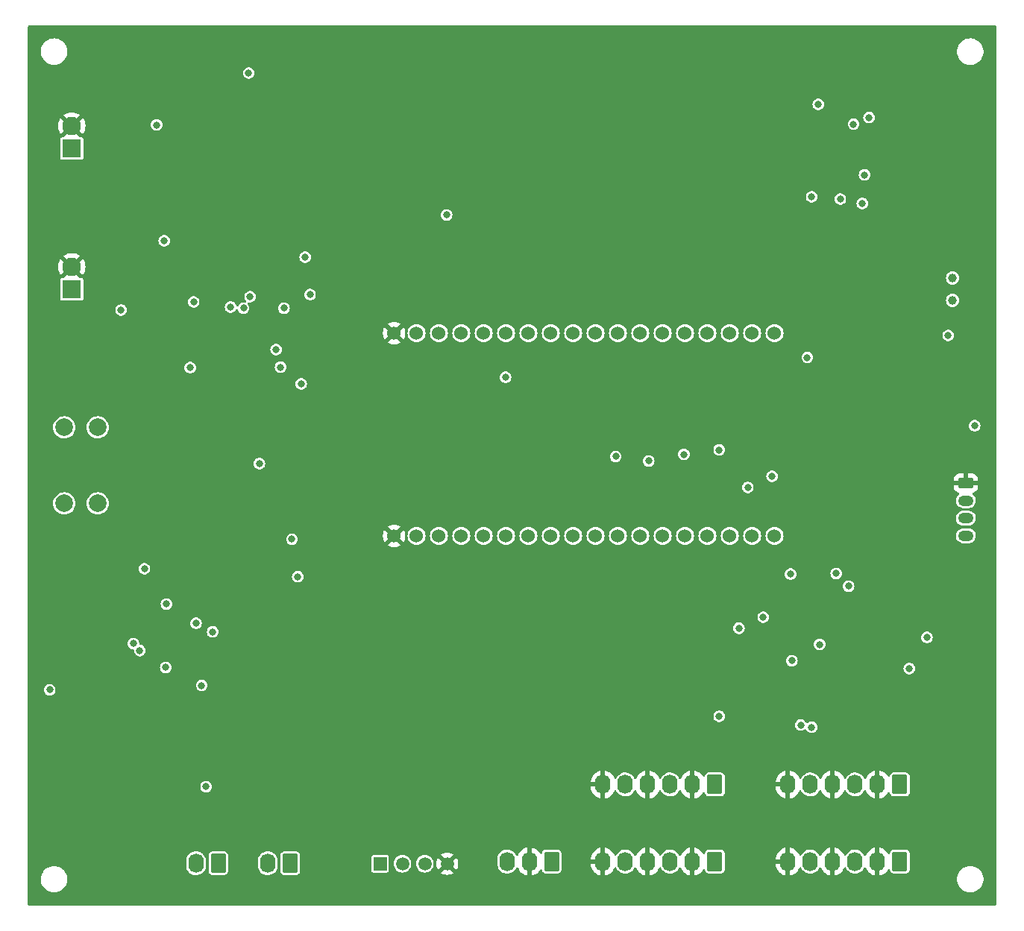
<source format=gbr>
G04 #@! TF.GenerationSoftware,KiCad,Pcbnew,7.0.2-6a45011f42~172~ubuntu22.04.1*
G04 #@! TF.CreationDate,2023-04-26T17:53:44-03:00*
G04 #@! TF.ProjectId,envcity_aqm_v2,656e7663-6974-4795-9f61-716d5f76322e,rev?*
G04 #@! TF.SameCoordinates,Original*
G04 #@! TF.FileFunction,Copper,L2,Inr*
G04 #@! TF.FilePolarity,Positive*
%FSLAX46Y46*%
G04 Gerber Fmt 4.6, Leading zero omitted, Abs format (unit mm)*
G04 Created by KiCad (PCBNEW 7.0.2-6a45011f42~172~ubuntu22.04.1) date 2023-04-26 17:53:44*
%MOMM*%
%LPD*%
G01*
G04 APERTURE LIST*
G04 Aperture macros list*
%AMRoundRect*
0 Rectangle with rounded corners*
0 $1 Rounding radius*
0 $2 $3 $4 $5 $6 $7 $8 $9 X,Y pos of 4 corners*
0 Add a 4 corners polygon primitive as box body*
4,1,4,$2,$3,$4,$5,$6,$7,$8,$9,$2,$3,0*
0 Add four circle primitives for the rounded corners*
1,1,$1+$1,$2,$3*
1,1,$1+$1,$4,$5*
1,1,$1+$1,$6,$7*
1,1,$1+$1,$8,$9*
0 Add four rect primitives between the rounded corners*
20,1,$1+$1,$2,$3,$4,$5,0*
20,1,$1+$1,$4,$5,$6,$7,0*
20,1,$1+$1,$6,$7,$8,$9,0*
20,1,$1+$1,$8,$9,$2,$3,0*%
G04 Aperture macros list end*
G04 #@! TA.AperFunction,ComponentPad*
%ADD10C,1.500000*%
G04 #@! TD*
G04 #@! TA.AperFunction,ComponentPad*
%ADD11R,1.500000X1.500000*%
G04 #@! TD*
G04 #@! TA.AperFunction,ComponentPad*
%ADD12C,2.010000*%
G04 #@! TD*
G04 #@! TA.AperFunction,ComponentPad*
%ADD13C,2.100000*%
G04 #@! TD*
G04 #@! TA.AperFunction,ComponentPad*
%ADD14R,2.100000X2.100000*%
G04 #@! TD*
G04 #@! TA.AperFunction,ComponentPad*
%ADD15RoundRect,0.250000X0.620000X0.850000X-0.620000X0.850000X-0.620000X-0.850000X0.620000X-0.850000X0*%
G04 #@! TD*
G04 #@! TA.AperFunction,ComponentPad*
%ADD16O,1.740000X2.200000*%
G04 #@! TD*
G04 #@! TA.AperFunction,ComponentPad*
%ADD17RoundRect,0.250000X-0.625000X0.350000X-0.625000X-0.350000X0.625000X-0.350000X0.625000X0.350000X0*%
G04 #@! TD*
G04 #@! TA.AperFunction,ComponentPad*
%ADD18O,1.750000X1.200000*%
G04 #@! TD*
G04 #@! TA.AperFunction,ComponentPad*
%ADD19C,1.524000*%
G04 #@! TD*
G04 #@! TA.AperFunction,ComponentPad*
%ADD20C,1.000000*%
G04 #@! TD*
G04 #@! TA.AperFunction,ViaPad*
%ADD21C,0.800000*%
G04 #@! TD*
G04 APERTURE END LIST*
D10*
X159120000Y-155250000D03*
X156580000Y-155250000D03*
X154040000Y-155250000D03*
D11*
X151500000Y-155250000D03*
D12*
X115650000Y-105680000D03*
X115650000Y-114320000D03*
X119450000Y-105680000D03*
X119450000Y-114320000D03*
D13*
X116500000Y-71460000D03*
D14*
X116500000Y-74000000D03*
X116500000Y-90000000D03*
D13*
X116500000Y-87460000D03*
D15*
X210500000Y-146250000D03*
D16*
X207960000Y-146250000D03*
X205420000Y-146250000D03*
X202880000Y-146250000D03*
X200340000Y-146250000D03*
X197800000Y-146250000D03*
X176800000Y-146250000D03*
X179340000Y-146250000D03*
X181880000Y-146250000D03*
X184420000Y-146250000D03*
X186960000Y-146250000D03*
D15*
X189500000Y-146250000D03*
D16*
X197800000Y-155000000D03*
X200340000Y-155000000D03*
X202880000Y-155000000D03*
X205420000Y-155000000D03*
X207960000Y-155000000D03*
D15*
X210500000Y-155000000D03*
X189500000Y-155000000D03*
D16*
X186960000Y-155000000D03*
X184420000Y-155000000D03*
X181880000Y-155000000D03*
X179340000Y-155000000D03*
X176800000Y-155000000D03*
D15*
X171000000Y-155000000D03*
D16*
X168460000Y-155000000D03*
X165920000Y-155000000D03*
D17*
X218000000Y-112000000D03*
D18*
X218000000Y-114000000D03*
X218000000Y-116000000D03*
X218000000Y-118000000D03*
D16*
X130610000Y-155200000D03*
D15*
X133150000Y-155200000D03*
X141300000Y-155200000D03*
D16*
X138760000Y-155200000D03*
D19*
X153100000Y-94985000D03*
X155640000Y-94985000D03*
X158180000Y-94985000D03*
X160720000Y-94985000D03*
X163260000Y-94985000D03*
X165800000Y-94985000D03*
X168340000Y-94985000D03*
X170880000Y-94985000D03*
X173420000Y-94985000D03*
X175960000Y-94985000D03*
X178500000Y-94985000D03*
X181040000Y-94985000D03*
X183580000Y-94985000D03*
X186120000Y-94985000D03*
X188660000Y-94985000D03*
X191200000Y-94985000D03*
X193740000Y-94985000D03*
X196280000Y-94985000D03*
X196280000Y-118015000D03*
X193740000Y-118015000D03*
X191200000Y-118015000D03*
X188660000Y-118015000D03*
X186120000Y-118015000D03*
X183580000Y-118015000D03*
X181040000Y-118015000D03*
X178500000Y-118015000D03*
X175960000Y-118015000D03*
X173420000Y-118015000D03*
X170880000Y-118015000D03*
X168340000Y-118015000D03*
X165800000Y-118015000D03*
X163260000Y-118015000D03*
X160720000Y-118015000D03*
X158180000Y-118015000D03*
X155640000Y-118015000D03*
X153100000Y-118015000D03*
D20*
X216500000Y-88710000D03*
X216500000Y-91250000D03*
D21*
X216000000Y-95250000D03*
X200500000Y-79500000D03*
X188000000Y-136750008D03*
X198100000Y-122350000D03*
X219000000Y-105500000D03*
X122100000Y-92350000D03*
X142149990Y-122650000D03*
X141498952Y-118398952D03*
X135999999Y-92150000D03*
X195000000Y-127250000D03*
X192250000Y-128500000D03*
X165750000Y-100000000D03*
X186000000Y-108750000D03*
X190000000Y-108250000D03*
X201250000Y-69000000D03*
X207000000Y-70500000D03*
X206500000Y-77000000D03*
X126140000Y-71330000D03*
X136590000Y-65440000D03*
X159050000Y-81550000D03*
X143000000Y-86350000D03*
X114000000Y-135500000D03*
X130340000Y-91430000D03*
X139690000Y-96860000D03*
X134540000Y-92020000D03*
X140600000Y-92150000D03*
X124750000Y-121750000D03*
X127170000Y-132960000D03*
X130610000Y-127940000D03*
X132500000Y-128910000D03*
X124230000Y-131040000D03*
X123500000Y-130240000D03*
X127250000Y-125750000D03*
X131250000Y-135000000D03*
X136750000Y-90850000D03*
X198250000Y-132200000D03*
X200500000Y-139750000D03*
X199250000Y-139500000D03*
X193250000Y-112500002D03*
X205250000Y-71250000D03*
X200000000Y-97750000D03*
X182000000Y-109500000D03*
X203750000Y-79750000D03*
X206250000Y-80250000D03*
X196000000Y-111250000D03*
X142550000Y-100750000D03*
X140200000Y-98850000D03*
X143550000Y-90600000D03*
X137800000Y-109799978D03*
X127000000Y-84500000D03*
X129950000Y-98900000D03*
X131750000Y-146500004D03*
X190000000Y-138500000D03*
X178250000Y-109000000D03*
X213575000Y-129550000D03*
X203275000Y-122275000D03*
X211575000Y-133075000D03*
X204700000Y-123725000D03*
X201400000Y-130350000D03*
G04 #@! TA.AperFunction,Conductor*
G36*
X221416621Y-60045502D02*
G01*
X221463114Y-60099158D01*
X221474500Y-60151500D01*
X221474500Y-159848500D01*
X221454498Y-159916621D01*
X221400842Y-159963114D01*
X221348500Y-159974500D01*
X111651500Y-159974500D01*
X111583379Y-159954498D01*
X111536886Y-159900842D01*
X111525500Y-159848500D01*
X111525500Y-157124335D01*
X112999500Y-157124335D01*
X113040429Y-157369614D01*
X113040430Y-157369616D01*
X113121170Y-157604806D01*
X113239527Y-157823510D01*
X113392262Y-158019744D01*
X113575217Y-158188166D01*
X113783389Y-158324171D01*
X113783391Y-158324172D01*
X113783393Y-158324173D01*
X114011119Y-158424063D01*
X114252179Y-158485108D01*
X114437933Y-158500500D01*
X114440547Y-158500500D01*
X114559453Y-158500500D01*
X114562067Y-158500500D01*
X114747821Y-158485108D01*
X114988881Y-158424063D01*
X115216607Y-158324173D01*
X115424785Y-158188164D01*
X115607738Y-158019744D01*
X115760474Y-157823509D01*
X115878828Y-157604810D01*
X115959571Y-157369614D01*
X116000500Y-157124335D01*
X216999500Y-157124335D01*
X217040429Y-157369614D01*
X217040430Y-157369616D01*
X217121170Y-157604806D01*
X217239527Y-157823510D01*
X217392262Y-158019744D01*
X217575217Y-158188166D01*
X217783389Y-158324171D01*
X217783391Y-158324172D01*
X217783393Y-158324173D01*
X218011119Y-158424063D01*
X218252179Y-158485108D01*
X218437933Y-158500500D01*
X218440547Y-158500500D01*
X218559453Y-158500500D01*
X218562067Y-158500500D01*
X218747821Y-158485108D01*
X218988881Y-158424063D01*
X219216607Y-158324173D01*
X219424785Y-158188164D01*
X219607738Y-158019744D01*
X219760474Y-157823509D01*
X219878828Y-157604810D01*
X219959571Y-157369614D01*
X220000500Y-157124335D01*
X220000500Y-156875665D01*
X219959571Y-156630386D01*
X219878828Y-156395190D01*
X219760474Y-156176491D01*
X219607738Y-155980256D01*
X219572286Y-155947620D01*
X219424782Y-155811833D01*
X219216610Y-155675828D01*
X219008530Y-155584556D01*
X218988881Y-155575937D01*
X218988879Y-155575936D01*
X218988876Y-155575935D01*
X218747826Y-155514893D01*
X218747824Y-155514892D01*
X218747821Y-155514892D01*
X218623361Y-155504578D01*
X218564665Y-155499715D01*
X218564658Y-155499714D01*
X218562067Y-155499500D01*
X218437933Y-155499500D01*
X218435342Y-155499714D01*
X218435334Y-155499715D01*
X218359028Y-155506038D01*
X218252179Y-155514892D01*
X218252176Y-155514892D01*
X218252173Y-155514893D01*
X218011123Y-155575935D01*
X217783389Y-155675828D01*
X217575217Y-155811833D01*
X217392262Y-155980255D01*
X217239527Y-156176489D01*
X217121170Y-156395193D01*
X217056046Y-156584896D01*
X217040429Y-156630386D01*
X216999500Y-156875665D01*
X216999500Y-157124335D01*
X116000500Y-157124335D01*
X116000500Y-156875665D01*
X115959571Y-156630386D01*
X115878828Y-156395190D01*
X115760474Y-156176491D01*
X115607738Y-155980256D01*
X115572286Y-155947620D01*
X115424782Y-155811833D01*
X115216610Y-155675828D01*
X115008530Y-155584556D01*
X114988881Y-155575937D01*
X114988879Y-155575936D01*
X114988876Y-155575935D01*
X114747826Y-155514893D01*
X114747824Y-155514892D01*
X114747821Y-155514892D01*
X114623361Y-155504578D01*
X114564665Y-155499715D01*
X114564658Y-155499714D01*
X114562067Y-155499500D01*
X114437933Y-155499500D01*
X114435342Y-155499714D01*
X114435334Y-155499715D01*
X114359028Y-155506038D01*
X114252179Y-155514892D01*
X114252176Y-155514892D01*
X114252173Y-155514893D01*
X114011123Y-155575935D01*
X113783389Y-155675828D01*
X113575217Y-155811833D01*
X113392262Y-155980255D01*
X113239527Y-156176489D01*
X113121170Y-156395193D01*
X113056046Y-156584896D01*
X113040429Y-156630386D01*
X112999500Y-156875665D01*
X112999500Y-157124335D01*
X111525500Y-157124335D01*
X111525500Y-155483566D01*
X129485500Y-155483566D01*
X129485784Y-155486544D01*
X129485785Y-155486557D01*
X129500798Y-155643779D01*
X129561301Y-155849836D01*
X129651639Y-156025066D01*
X129659707Y-156040716D01*
X129792459Y-156209524D01*
X129954759Y-156350157D01*
X130140741Y-156457534D01*
X130343683Y-156527773D01*
X130449966Y-156543054D01*
X130556249Y-156558336D01*
X130556250Y-156558335D01*
X130556251Y-156558336D01*
X130770761Y-156548117D01*
X130979461Y-156497487D01*
X131174807Y-156408275D01*
X131349741Y-156283706D01*
X131497937Y-156128282D01*
X131519390Y-156094901D01*
X132025500Y-156094901D01*
X132025501Y-156098254D01*
X132025860Y-156101596D01*
X132025861Y-156101610D01*
X132031959Y-156158338D01*
X132031959Y-156158340D01*
X132031960Y-156158342D01*
X132060794Y-156235650D01*
X132082658Y-156294268D01*
X132169595Y-156410404D01*
X132285731Y-156497341D01*
X132285732Y-156497341D01*
X132285733Y-156497342D01*
X132421658Y-156548040D01*
X132467076Y-156552923D01*
X132478377Y-156554138D01*
X132481745Y-156554500D01*
X133818254Y-156554499D01*
X133878342Y-156548040D01*
X134014267Y-156497342D01*
X134130404Y-156410404D01*
X134217342Y-156294267D01*
X134268040Y-156158342D01*
X134274500Y-156098255D01*
X134274500Y-155483566D01*
X137635500Y-155483566D01*
X137635784Y-155486544D01*
X137635785Y-155486557D01*
X137650798Y-155643779D01*
X137711301Y-155849836D01*
X137801639Y-156025066D01*
X137809707Y-156040716D01*
X137942459Y-156209524D01*
X138104759Y-156350157D01*
X138290741Y-156457534D01*
X138493683Y-156527773D01*
X138599967Y-156543054D01*
X138706249Y-156558336D01*
X138706250Y-156558335D01*
X138706251Y-156558336D01*
X138920761Y-156548117D01*
X139129461Y-156497487D01*
X139324807Y-156408275D01*
X139499741Y-156283706D01*
X139647937Y-156128282D01*
X139669390Y-156094901D01*
X140175500Y-156094901D01*
X140175501Y-156098254D01*
X140175860Y-156101596D01*
X140175861Y-156101610D01*
X140181959Y-156158338D01*
X140181959Y-156158340D01*
X140181960Y-156158342D01*
X140210794Y-156235650D01*
X140232658Y-156294268D01*
X140319595Y-156410404D01*
X140435731Y-156497341D01*
X140435732Y-156497341D01*
X140435733Y-156497342D01*
X140571658Y-156548040D01*
X140617076Y-156552923D01*
X140628377Y-156554138D01*
X140631745Y-156554500D01*
X141968254Y-156554499D01*
X142028342Y-156548040D01*
X142164267Y-156497342D01*
X142280404Y-156410404D01*
X142367342Y-156294267D01*
X142418040Y-156158342D01*
X142424500Y-156098255D01*
X142424500Y-156025068D01*
X150495500Y-156025068D01*
X150510265Y-156099300D01*
X150566515Y-156183484D01*
X150603616Y-156208274D01*
X150650699Y-156239734D01*
X150724933Y-156254500D01*
X152275066Y-156254499D01*
X152275068Y-156254499D01*
X152324555Y-156244655D01*
X152349301Y-156239734D01*
X152433484Y-156183484D01*
X152489734Y-156099301D01*
X152504500Y-156025067D01*
X152504499Y-155250000D01*
X153030639Y-155250000D01*
X153050034Y-155446911D01*
X153050034Y-155446913D01*
X153050035Y-155446916D01*
X153107467Y-155636244D01*
X153107474Y-155636267D01*
X153200749Y-155810773D01*
X153326274Y-155963725D01*
X153479226Y-156089250D01*
X153498028Y-156099300D01*
X153653735Y-156182527D01*
X153843084Y-156239965D01*
X154040000Y-156259360D01*
X154236916Y-156239965D01*
X154426265Y-156182527D01*
X154600770Y-156089252D01*
X154600771Y-156089250D01*
X154600773Y-156089250D01*
X154753725Y-155963725D01*
X154879250Y-155810773D01*
X154927812Y-155719920D01*
X154972527Y-155636265D01*
X155029965Y-155446916D01*
X155049360Y-155250000D01*
X155570639Y-155250000D01*
X155590034Y-155446911D01*
X155590034Y-155446913D01*
X155590035Y-155446916D01*
X155647467Y-155636244D01*
X155647474Y-155636267D01*
X155740749Y-155810773D01*
X155866274Y-155963725D01*
X156019226Y-156089250D01*
X156038028Y-156099300D01*
X156193735Y-156182527D01*
X156383084Y-156239965D01*
X156580000Y-156259360D01*
X156776916Y-156239965D01*
X156966265Y-156182527D01*
X157140770Y-156089252D01*
X157140771Y-156089250D01*
X157140773Y-156089250D01*
X157293725Y-155963725D01*
X157419250Y-155810773D01*
X157467812Y-155719920D01*
X157512527Y-155636265D01*
X157569965Y-155446916D01*
X157589360Y-155250000D01*
X157857195Y-155250000D01*
X157876380Y-155469284D01*
X157933350Y-155681905D01*
X158026379Y-155881403D01*
X158068801Y-155941986D01*
X158721272Y-155289515D01*
X158734835Y-155375148D01*
X158792359Y-155488045D01*
X158881955Y-155577641D01*
X158994852Y-155635165D01*
X159080481Y-155648727D01*
X158428012Y-156301196D01*
X158428012Y-156301198D01*
X158488595Y-156343620D01*
X158688094Y-156436649D01*
X158900715Y-156493619D01*
X159120000Y-156512804D01*
X159339284Y-156493619D01*
X159551904Y-156436649D01*
X159751405Y-156343619D01*
X159811986Y-156301198D01*
X159811986Y-156301197D01*
X159159517Y-155648727D01*
X159245148Y-155635165D01*
X159358045Y-155577641D01*
X159447641Y-155488045D01*
X159505165Y-155375148D01*
X159518727Y-155289516D01*
X160171197Y-155941986D01*
X160171198Y-155941986D01*
X160213619Y-155881405D01*
X160306649Y-155681904D01*
X160363619Y-155469284D01*
X160379867Y-155283566D01*
X164795500Y-155283566D01*
X164795784Y-155286544D01*
X164795785Y-155286557D01*
X164810798Y-155443779D01*
X164871301Y-155649836D01*
X164954269Y-155810770D01*
X164969707Y-155840716D01*
X165102459Y-156009524D01*
X165264759Y-156150157D01*
X165450741Y-156257534D01*
X165653683Y-156327773D01*
X165752035Y-156341914D01*
X165866249Y-156358336D01*
X165866250Y-156358335D01*
X165866251Y-156358336D01*
X166080761Y-156348117D01*
X166289461Y-156297487D01*
X166484807Y-156208275D01*
X166659741Y-156083706D01*
X166807937Y-155928282D01*
X166924042Y-155747620D01*
X166935131Y-155719918D01*
X166979017Y-155664112D01*
X167046108Y-155640890D01*
X167115104Y-155657626D01*
X167164098Y-155709008D01*
X167166921Y-155714847D01*
X167252638Y-155904475D01*
X167383992Y-156098819D01*
X167546294Y-156268162D01*
X167734896Y-156407651D01*
X167944344Y-156513254D01*
X168168632Y-156581940D01*
X168205999Y-156586725D01*
X168206000Y-156586725D01*
X168206000Y-155544224D01*
X168303369Y-155584556D01*
X168420677Y-155600000D01*
X168499323Y-155600000D01*
X168616631Y-155584556D01*
X168714000Y-155544224D01*
X168714000Y-156584896D01*
X168864968Y-156552361D01*
X169082624Y-156464899D01*
X169282366Y-156341914D01*
X169458453Y-156186937D01*
X169605813Y-156004435D01*
X169648855Y-155927388D01*
X169699539Y-155877672D01*
X169769055Y-155863251D01*
X169835333Y-155888702D01*
X169876911Y-155944804D01*
X169932658Y-156094268D01*
X170019595Y-156210404D01*
X170135731Y-156297341D01*
X170135732Y-156297341D01*
X170135733Y-156297342D01*
X170271658Y-156348040D01*
X170317076Y-156352923D01*
X170328377Y-156354138D01*
X170331745Y-156354500D01*
X171668254Y-156354499D01*
X171728342Y-156348040D01*
X171864267Y-156297342D01*
X171980404Y-156210404D01*
X172067342Y-156094267D01*
X172118040Y-155958342D01*
X172124500Y-155898255D01*
X172124500Y-155285869D01*
X175422000Y-155285869D01*
X175422226Y-155291192D01*
X175436910Y-155463726D01*
X175496015Y-155690721D01*
X175592638Y-155904475D01*
X175723992Y-156098819D01*
X175886294Y-156268162D01*
X176074896Y-156407651D01*
X176284344Y-156513254D01*
X176508632Y-156581940D01*
X176545999Y-156586725D01*
X176546000Y-156586724D01*
X176546000Y-155544224D01*
X176643369Y-155584556D01*
X176760677Y-155600000D01*
X176839323Y-155600000D01*
X176956631Y-155584556D01*
X177054000Y-155544224D01*
X177054000Y-156584896D01*
X177204968Y-156552361D01*
X177422624Y-156464899D01*
X177622366Y-156341914D01*
X177798453Y-156186937D01*
X177945812Y-156004437D01*
X178060213Y-155799651D01*
X178088435Y-155719773D01*
X178129988Y-155662207D01*
X178196067Y-155636244D01*
X178265693Y-155650128D01*
X178316760Y-155699450D01*
X178319231Y-155704011D01*
X178327357Y-155719773D01*
X178389707Y-155840716D01*
X178522459Y-156009524D01*
X178684759Y-156150157D01*
X178870741Y-156257534D01*
X179073683Y-156327773D01*
X179172035Y-156341914D01*
X179286249Y-156358336D01*
X179286250Y-156358335D01*
X179286251Y-156358336D01*
X179500761Y-156348117D01*
X179709461Y-156297487D01*
X179904807Y-156208275D01*
X180079741Y-156083706D01*
X180227937Y-155928282D01*
X180344042Y-155747620D01*
X180355131Y-155719918D01*
X180399017Y-155664112D01*
X180466108Y-155640890D01*
X180535104Y-155657626D01*
X180584098Y-155709008D01*
X180586921Y-155714847D01*
X180672638Y-155904475D01*
X180803992Y-156098819D01*
X180966294Y-156268162D01*
X181154896Y-156407651D01*
X181364344Y-156513254D01*
X181588632Y-156581940D01*
X181626000Y-156586725D01*
X181626000Y-155544224D01*
X181723369Y-155584556D01*
X181840677Y-155600000D01*
X181919323Y-155600000D01*
X182036631Y-155584556D01*
X182134000Y-155544224D01*
X182134000Y-156584896D01*
X182284968Y-156552361D01*
X182502624Y-156464899D01*
X182702366Y-156341914D01*
X182878453Y-156186937D01*
X183025812Y-156004437D01*
X183140213Y-155799651D01*
X183168435Y-155719773D01*
X183209988Y-155662207D01*
X183276067Y-155636244D01*
X183345693Y-155650128D01*
X183396760Y-155699450D01*
X183399231Y-155704011D01*
X183407357Y-155719773D01*
X183469707Y-155840716D01*
X183602459Y-156009524D01*
X183764759Y-156150157D01*
X183950741Y-156257534D01*
X184153683Y-156327773D01*
X184252035Y-156341914D01*
X184366249Y-156358336D01*
X184366250Y-156358335D01*
X184366251Y-156358336D01*
X184580761Y-156348117D01*
X184789461Y-156297487D01*
X184984807Y-156208275D01*
X185159741Y-156083706D01*
X185307937Y-155928282D01*
X185424042Y-155747620D01*
X185435131Y-155719918D01*
X185479017Y-155664112D01*
X185546108Y-155640890D01*
X185615104Y-155657626D01*
X185664098Y-155709008D01*
X185666921Y-155714847D01*
X185752638Y-155904475D01*
X185883992Y-156098819D01*
X186046294Y-156268162D01*
X186234896Y-156407651D01*
X186444344Y-156513254D01*
X186668632Y-156581940D01*
X186705999Y-156586725D01*
X186706000Y-156586724D01*
X186706000Y-155544224D01*
X186803369Y-155584556D01*
X186920677Y-155600000D01*
X186999323Y-155600000D01*
X187116631Y-155584556D01*
X187214000Y-155544224D01*
X187214000Y-156584897D01*
X187364968Y-156552361D01*
X187582624Y-156464899D01*
X187782366Y-156341914D01*
X187958453Y-156186937D01*
X188105813Y-156004435D01*
X188148855Y-155927388D01*
X188199539Y-155877672D01*
X188269055Y-155863251D01*
X188335333Y-155888702D01*
X188376911Y-155944804D01*
X188432658Y-156094268D01*
X188519595Y-156210404D01*
X188635731Y-156297341D01*
X188635732Y-156297341D01*
X188635733Y-156297342D01*
X188771658Y-156348040D01*
X188817076Y-156352923D01*
X188828377Y-156354138D01*
X188831745Y-156354500D01*
X190168254Y-156354499D01*
X190228342Y-156348040D01*
X190364267Y-156297342D01*
X190480404Y-156210404D01*
X190567342Y-156094267D01*
X190618040Y-155958342D01*
X190624500Y-155898255D01*
X190624500Y-155285869D01*
X196422000Y-155285869D01*
X196422226Y-155291192D01*
X196436910Y-155463726D01*
X196496015Y-155690721D01*
X196592638Y-155904475D01*
X196723992Y-156098819D01*
X196886294Y-156268162D01*
X197074896Y-156407651D01*
X197284344Y-156513254D01*
X197508632Y-156581940D01*
X197545999Y-156586725D01*
X197546000Y-156586724D01*
X197546000Y-155544224D01*
X197643369Y-155584556D01*
X197760677Y-155600000D01*
X197839323Y-155600000D01*
X197956631Y-155584556D01*
X198054000Y-155544224D01*
X198054000Y-156584896D01*
X198204968Y-156552361D01*
X198422624Y-156464899D01*
X198622366Y-156341914D01*
X198798453Y-156186937D01*
X198945812Y-156004437D01*
X199060213Y-155799651D01*
X199088435Y-155719773D01*
X199129988Y-155662207D01*
X199196067Y-155636244D01*
X199265693Y-155650128D01*
X199316760Y-155699450D01*
X199319231Y-155704011D01*
X199327357Y-155719773D01*
X199389707Y-155840716D01*
X199522459Y-156009524D01*
X199684759Y-156150157D01*
X199870741Y-156257534D01*
X200073683Y-156327773D01*
X200172035Y-156341914D01*
X200286249Y-156358336D01*
X200286250Y-156358335D01*
X200286251Y-156358336D01*
X200500761Y-156348117D01*
X200709461Y-156297487D01*
X200904807Y-156208275D01*
X201079741Y-156083706D01*
X201227937Y-155928282D01*
X201344042Y-155747620D01*
X201355131Y-155719918D01*
X201399017Y-155664112D01*
X201466108Y-155640890D01*
X201535104Y-155657626D01*
X201584098Y-155709008D01*
X201586921Y-155714847D01*
X201672638Y-155904475D01*
X201803992Y-156098819D01*
X201966294Y-156268162D01*
X202154896Y-156407651D01*
X202364344Y-156513254D01*
X202588632Y-156581940D01*
X202625999Y-156586725D01*
X202626000Y-156586725D01*
X202625999Y-155544224D01*
X202723369Y-155584556D01*
X202840677Y-155600000D01*
X202919323Y-155600000D01*
X203036631Y-155584556D01*
X203133999Y-155544224D01*
X203133999Y-156584896D01*
X203284968Y-156552361D01*
X203502624Y-156464899D01*
X203702366Y-156341914D01*
X203878453Y-156186937D01*
X204025812Y-156004437D01*
X204140213Y-155799651D01*
X204168435Y-155719773D01*
X204209988Y-155662207D01*
X204276067Y-155636244D01*
X204345693Y-155650128D01*
X204396760Y-155699450D01*
X204399231Y-155704011D01*
X204407357Y-155719773D01*
X204469707Y-155840716D01*
X204602459Y-156009524D01*
X204764759Y-156150157D01*
X204950741Y-156257534D01*
X205153683Y-156327773D01*
X205252035Y-156341914D01*
X205366249Y-156358336D01*
X205366250Y-156358335D01*
X205366251Y-156358336D01*
X205580761Y-156348117D01*
X205789461Y-156297487D01*
X205984807Y-156208275D01*
X206159741Y-156083706D01*
X206307937Y-155928282D01*
X206424042Y-155747620D01*
X206435131Y-155719918D01*
X206479017Y-155664112D01*
X206546108Y-155640890D01*
X206615104Y-155657626D01*
X206664098Y-155709008D01*
X206666921Y-155714847D01*
X206752638Y-155904475D01*
X206883992Y-156098819D01*
X207046294Y-156268162D01*
X207234896Y-156407651D01*
X207444344Y-156513254D01*
X207668632Y-156581940D01*
X207705998Y-156586725D01*
X207705999Y-156586724D01*
X207705999Y-155544224D01*
X207803369Y-155584556D01*
X207920677Y-155600000D01*
X207999323Y-155600000D01*
X208116631Y-155584556D01*
X208214000Y-155544224D01*
X208214000Y-156584897D01*
X208364968Y-156552361D01*
X208582624Y-156464899D01*
X208782366Y-156341914D01*
X208958453Y-156186937D01*
X209105813Y-156004435D01*
X209148855Y-155927388D01*
X209199539Y-155877672D01*
X209269055Y-155863251D01*
X209335333Y-155888702D01*
X209376911Y-155944804D01*
X209432658Y-156094268D01*
X209519595Y-156210404D01*
X209635731Y-156297341D01*
X209635732Y-156297341D01*
X209635733Y-156297342D01*
X209771658Y-156348040D01*
X209817076Y-156352923D01*
X209828377Y-156354138D01*
X209831745Y-156354500D01*
X211168254Y-156354499D01*
X211228342Y-156348040D01*
X211364267Y-156297342D01*
X211480404Y-156210404D01*
X211567342Y-156094267D01*
X211618040Y-155958342D01*
X211624500Y-155898255D01*
X211624499Y-154101746D01*
X211618040Y-154041658D01*
X211567342Y-153905733D01*
X211567341Y-153905731D01*
X211480404Y-153789595D01*
X211364268Y-153702658D01*
X211261207Y-153664218D01*
X211228342Y-153651960D01*
X211228341Y-153651959D01*
X211228339Y-153651959D01*
X211171603Y-153645859D01*
X211171585Y-153645858D01*
X211168255Y-153645500D01*
X211164887Y-153645500D01*
X209835116Y-153645500D01*
X209835097Y-153645500D01*
X209831746Y-153645501D01*
X209828404Y-153645860D01*
X209828389Y-153645861D01*
X209771661Y-153651959D01*
X209635731Y-153702658D01*
X209519595Y-153789595D01*
X209432658Y-153905731D01*
X209418957Y-153942466D01*
X209401051Y-153990475D01*
X209378180Y-154051794D01*
X209335633Y-154108629D01*
X209269112Y-154133440D01*
X209199738Y-154118348D01*
X209155732Y-154078318D01*
X209036007Y-153901180D01*
X208873705Y-153731837D01*
X208685103Y-153592348D01*
X208475655Y-153486745D01*
X208251365Y-153418058D01*
X208214000Y-153413273D01*
X208214000Y-154455775D01*
X208116631Y-154415444D01*
X207999323Y-154400000D01*
X207920677Y-154400000D01*
X207803369Y-154415444D01*
X207706000Y-154455775D01*
X207706000Y-153415102D01*
X207555029Y-153447640D01*
X207337374Y-153535100D01*
X207137633Y-153658085D01*
X206961546Y-153813062D01*
X206814187Y-153995562D01*
X206699784Y-154200352D01*
X206671563Y-154280227D01*
X206630010Y-154337793D01*
X206563930Y-154363755D01*
X206494305Y-154349870D01*
X206443239Y-154300547D01*
X206440768Y-154295987D01*
X206390665Y-154198801D01*
X206370293Y-154159284D01*
X206237541Y-153990476D01*
X206236526Y-153989596D01*
X206075240Y-153849842D01*
X205889259Y-153742466D01*
X205774241Y-153702658D01*
X205686317Y-153672227D01*
X205686316Y-153672226D01*
X205686314Y-153672226D01*
X205473750Y-153641663D01*
X205259239Y-153651882D01*
X205050543Y-153702511D01*
X204855191Y-153791725D01*
X204680259Y-153916293D01*
X204532062Y-154071719D01*
X204415957Y-154252380D01*
X204404867Y-154280083D01*
X204360979Y-154335889D01*
X204293887Y-154359109D01*
X204224892Y-154342371D01*
X204175899Y-154290988D01*
X204173078Y-154285151D01*
X204087362Y-154095526D01*
X203956007Y-153901180D01*
X203793705Y-153731837D01*
X203605103Y-153592348D01*
X203395655Y-153486745D01*
X203171365Y-153418058D01*
X203134000Y-153413273D01*
X203134000Y-154455775D01*
X203036631Y-154415444D01*
X202919323Y-154400000D01*
X202840677Y-154400000D01*
X202723369Y-154415444D01*
X202625999Y-154455775D01*
X202626000Y-153415102D01*
X202475029Y-153447640D01*
X202257374Y-153535100D01*
X202057633Y-153658085D01*
X201881546Y-153813062D01*
X201734187Y-153995562D01*
X201619784Y-154200352D01*
X201591563Y-154280227D01*
X201550010Y-154337793D01*
X201483930Y-154363755D01*
X201414305Y-154349870D01*
X201363239Y-154300547D01*
X201360768Y-154295987D01*
X201310665Y-154198801D01*
X201290293Y-154159284D01*
X201157541Y-153990476D01*
X201156526Y-153989596D01*
X200995240Y-153849842D01*
X200809259Y-153742466D01*
X200694241Y-153702658D01*
X200606317Y-153672227D01*
X200606316Y-153672226D01*
X200606314Y-153672226D01*
X200393750Y-153641663D01*
X200179239Y-153651882D01*
X199970543Y-153702511D01*
X199775191Y-153791725D01*
X199600259Y-153916293D01*
X199452062Y-154071719D01*
X199335957Y-154252380D01*
X199324867Y-154280083D01*
X199280979Y-154335889D01*
X199213887Y-154359109D01*
X199144892Y-154342371D01*
X199095899Y-154290988D01*
X199093078Y-154285151D01*
X199007362Y-154095526D01*
X198876007Y-153901180D01*
X198713705Y-153731837D01*
X198525103Y-153592348D01*
X198315655Y-153486745D01*
X198091365Y-153418058D01*
X198054000Y-153413273D01*
X198054000Y-154455775D01*
X197956631Y-154415444D01*
X197839323Y-154400000D01*
X197760677Y-154400000D01*
X197643369Y-154415444D01*
X197545999Y-154455775D01*
X197545999Y-153415102D01*
X197395029Y-153447640D01*
X197177374Y-153535100D01*
X196977633Y-153658085D01*
X196801546Y-153813062D01*
X196654187Y-153995562D01*
X196539786Y-154200349D01*
X196461643Y-154421518D01*
X196422000Y-154652717D01*
X196422000Y-154746000D01*
X197255775Y-154746000D01*
X197215444Y-154843369D01*
X197194823Y-155000000D01*
X197215444Y-155156631D01*
X197255775Y-155254000D01*
X196422000Y-155254000D01*
X196422000Y-155285869D01*
X190624500Y-155285869D01*
X190624499Y-154101746D01*
X190618040Y-154041658D01*
X190567342Y-153905733D01*
X190567341Y-153905731D01*
X190480404Y-153789595D01*
X190364268Y-153702658D01*
X190261207Y-153664218D01*
X190228342Y-153651960D01*
X190228341Y-153651959D01*
X190228339Y-153651959D01*
X190171603Y-153645859D01*
X190171585Y-153645858D01*
X190168255Y-153645500D01*
X190164887Y-153645500D01*
X188835116Y-153645500D01*
X188835097Y-153645500D01*
X188831746Y-153645501D01*
X188828404Y-153645860D01*
X188828389Y-153645861D01*
X188771661Y-153651959D01*
X188635731Y-153702658D01*
X188519595Y-153789595D01*
X188432658Y-153905731D01*
X188418957Y-153942466D01*
X188401051Y-153990475D01*
X188378180Y-154051794D01*
X188335633Y-154108629D01*
X188269112Y-154133440D01*
X188199738Y-154118348D01*
X188155732Y-154078318D01*
X188036007Y-153901180D01*
X187873705Y-153731837D01*
X187685103Y-153592348D01*
X187475655Y-153486745D01*
X187251365Y-153418058D01*
X187214000Y-153413273D01*
X187214000Y-154455775D01*
X187116631Y-154415444D01*
X186999323Y-154400000D01*
X186920677Y-154400000D01*
X186803369Y-154415444D01*
X186706000Y-154455775D01*
X186706000Y-153415102D01*
X186555029Y-153447640D01*
X186337374Y-153535100D01*
X186137633Y-153658085D01*
X185961546Y-153813062D01*
X185814187Y-153995562D01*
X185699784Y-154200352D01*
X185671563Y-154280227D01*
X185630010Y-154337793D01*
X185563930Y-154363755D01*
X185494305Y-154349870D01*
X185443239Y-154300547D01*
X185440768Y-154295987D01*
X185390665Y-154198801D01*
X185370293Y-154159284D01*
X185237541Y-153990476D01*
X185236526Y-153989596D01*
X185075240Y-153849842D01*
X184889259Y-153742466D01*
X184774241Y-153702658D01*
X184686317Y-153672227D01*
X184686316Y-153672226D01*
X184686314Y-153672226D01*
X184473750Y-153641663D01*
X184259239Y-153651882D01*
X184050543Y-153702511D01*
X183855191Y-153791725D01*
X183680259Y-153916293D01*
X183532062Y-154071719D01*
X183415957Y-154252380D01*
X183404867Y-154280083D01*
X183360979Y-154335889D01*
X183293887Y-154359109D01*
X183224892Y-154342371D01*
X183175899Y-154290988D01*
X183173078Y-154285151D01*
X183087362Y-154095526D01*
X182956007Y-153901180D01*
X182793705Y-153731837D01*
X182605103Y-153592348D01*
X182395655Y-153486745D01*
X182171365Y-153418058D01*
X182134000Y-153413273D01*
X182134000Y-154455775D01*
X182036631Y-154415444D01*
X181919323Y-154400000D01*
X181840677Y-154400000D01*
X181723369Y-154415444D01*
X181626000Y-154455775D01*
X181626000Y-153415102D01*
X181475029Y-153447640D01*
X181257374Y-153535100D01*
X181057633Y-153658085D01*
X180881546Y-153813062D01*
X180734187Y-153995562D01*
X180619784Y-154200352D01*
X180591563Y-154280227D01*
X180550010Y-154337793D01*
X180483930Y-154363755D01*
X180414305Y-154349870D01*
X180363239Y-154300547D01*
X180360768Y-154295987D01*
X180310665Y-154198801D01*
X180290293Y-154159284D01*
X180157541Y-153990476D01*
X180156526Y-153989596D01*
X179995240Y-153849842D01*
X179809259Y-153742466D01*
X179694241Y-153702658D01*
X179606317Y-153672227D01*
X179606316Y-153672226D01*
X179606314Y-153672226D01*
X179393750Y-153641663D01*
X179179239Y-153651882D01*
X178970543Y-153702511D01*
X178775191Y-153791725D01*
X178600259Y-153916293D01*
X178452062Y-154071719D01*
X178335957Y-154252380D01*
X178324867Y-154280083D01*
X178280979Y-154335889D01*
X178213887Y-154359109D01*
X178144892Y-154342371D01*
X178095899Y-154290988D01*
X178093078Y-154285151D01*
X178007362Y-154095526D01*
X177876007Y-153901180D01*
X177713705Y-153731837D01*
X177525103Y-153592348D01*
X177315655Y-153486745D01*
X177091364Y-153418058D01*
X177053999Y-153413273D01*
X177053999Y-154455775D01*
X176956631Y-154415444D01*
X176839323Y-154400000D01*
X176760677Y-154400000D01*
X176643369Y-154415444D01*
X176546000Y-154455775D01*
X176546000Y-153415102D01*
X176395029Y-153447640D01*
X176177374Y-153535100D01*
X175977633Y-153658085D01*
X175801546Y-153813062D01*
X175654187Y-153995562D01*
X175539786Y-154200349D01*
X175461643Y-154421518D01*
X175422000Y-154652717D01*
X175422000Y-154746000D01*
X176255775Y-154746000D01*
X176215444Y-154843369D01*
X176194823Y-155000000D01*
X176215444Y-155156631D01*
X176255775Y-155254000D01*
X175422000Y-155254000D01*
X175422000Y-155285869D01*
X172124500Y-155285869D01*
X172124499Y-154101746D01*
X172118040Y-154041658D01*
X172067342Y-153905733D01*
X172067341Y-153905731D01*
X171980404Y-153789595D01*
X171864268Y-153702658D01*
X171761207Y-153664218D01*
X171728342Y-153651960D01*
X171728341Y-153651959D01*
X171728339Y-153651959D01*
X171671603Y-153645859D01*
X171671585Y-153645858D01*
X171668255Y-153645500D01*
X171664887Y-153645500D01*
X170335116Y-153645500D01*
X170335097Y-153645500D01*
X170331746Y-153645501D01*
X170328404Y-153645860D01*
X170328389Y-153645861D01*
X170271661Y-153651959D01*
X170135731Y-153702658D01*
X170019595Y-153789595D01*
X169932658Y-153905731D01*
X169918957Y-153942466D01*
X169901051Y-153990475D01*
X169878180Y-154051794D01*
X169835633Y-154108629D01*
X169769112Y-154133440D01*
X169699738Y-154118348D01*
X169655732Y-154078318D01*
X169536007Y-153901180D01*
X169373705Y-153731837D01*
X169185103Y-153592348D01*
X168975655Y-153486745D01*
X168751365Y-153418058D01*
X168714000Y-153413273D01*
X168714000Y-154455775D01*
X168616631Y-154415444D01*
X168499323Y-154400000D01*
X168420677Y-154400000D01*
X168303369Y-154415444D01*
X168206000Y-154455775D01*
X168206000Y-153415102D01*
X168055029Y-153447640D01*
X167837374Y-153535100D01*
X167637633Y-153658085D01*
X167461546Y-153813062D01*
X167314187Y-153995562D01*
X167199784Y-154200352D01*
X167171563Y-154280227D01*
X167130010Y-154337793D01*
X167063930Y-154363755D01*
X166994305Y-154349870D01*
X166943239Y-154300547D01*
X166940768Y-154295987D01*
X166890665Y-154198801D01*
X166870293Y-154159284D01*
X166737541Y-153990476D01*
X166736526Y-153989596D01*
X166575240Y-153849842D01*
X166389259Y-153742466D01*
X166274241Y-153702658D01*
X166186317Y-153672227D01*
X166186316Y-153672226D01*
X166186314Y-153672226D01*
X165973750Y-153641663D01*
X165759239Y-153651882D01*
X165550543Y-153702511D01*
X165355191Y-153791725D01*
X165180259Y-153916293D01*
X165032062Y-154071719D01*
X164915955Y-154252383D01*
X164836142Y-154451748D01*
X164803985Y-154618597D01*
X164795500Y-154662623D01*
X164795500Y-155283566D01*
X160379867Y-155283566D01*
X160382804Y-155249999D01*
X160363619Y-155030715D01*
X160306649Y-154818095D01*
X160213620Y-154618597D01*
X160171198Y-154558012D01*
X160171196Y-154558012D01*
X159518727Y-155210481D01*
X159505165Y-155124852D01*
X159447641Y-155011955D01*
X159358045Y-154922359D01*
X159245148Y-154864835D01*
X159159516Y-154851272D01*
X159811986Y-154198801D01*
X159811986Y-154198800D01*
X159751403Y-154156379D01*
X159551905Y-154063350D01*
X159339284Y-154006380D01*
X159119999Y-153987195D01*
X158900715Y-154006380D01*
X158688092Y-154063351D01*
X158488598Y-154156378D01*
X158428011Y-154198801D01*
X159080482Y-154851272D01*
X158994852Y-154864835D01*
X158881955Y-154922359D01*
X158792359Y-155011955D01*
X158734835Y-155124852D01*
X158721272Y-155210482D01*
X158068801Y-154558011D01*
X158026378Y-154618598D01*
X157933351Y-154818092D01*
X157876380Y-155030715D01*
X157857195Y-155250000D01*
X157589360Y-155250000D01*
X157569965Y-155053084D01*
X157512527Y-154863735D01*
X157419252Y-154689230D01*
X157419250Y-154689226D01*
X157293725Y-154536274D01*
X157140773Y-154410749D01*
X156966267Y-154317474D01*
X156966266Y-154317473D01*
X156966265Y-154317473D01*
X156776916Y-154260035D01*
X156776913Y-154260034D01*
X156776911Y-154260034D01*
X156580000Y-154240639D01*
X156383088Y-154260034D01*
X156383085Y-154260034D01*
X156383084Y-154260035D01*
X156234484Y-154305112D01*
X156193732Y-154317474D01*
X156019226Y-154410749D01*
X155866274Y-154536274D01*
X155740749Y-154689226D01*
X155647474Y-154863732D01*
X155590034Y-155053088D01*
X155570639Y-155250000D01*
X155049360Y-155250000D01*
X155029965Y-155053084D01*
X154972527Y-154863735D01*
X154879252Y-154689230D01*
X154879250Y-154689226D01*
X154753725Y-154536274D01*
X154600773Y-154410749D01*
X154426267Y-154317474D01*
X154426266Y-154317473D01*
X154426265Y-154317473D01*
X154236916Y-154260035D01*
X154236913Y-154260034D01*
X154236911Y-154260034D01*
X154040000Y-154240639D01*
X153843088Y-154260034D01*
X153843085Y-154260034D01*
X153843084Y-154260035D01*
X153694484Y-154305112D01*
X153653732Y-154317474D01*
X153479226Y-154410749D01*
X153326274Y-154536274D01*
X153200749Y-154689226D01*
X153107474Y-154863732D01*
X153050034Y-155053088D01*
X153030639Y-155250000D01*
X152504499Y-155250000D01*
X152504499Y-154474934D01*
X152504499Y-154474933D01*
X152504499Y-154474931D01*
X152489734Y-154400699D01*
X152433484Y-154316515D01*
X152349301Y-154260266D01*
X152309655Y-154252380D01*
X152275067Y-154245500D01*
X152275066Y-154245500D01*
X150724931Y-154245500D01*
X150650699Y-154260265D01*
X150566515Y-154316515D01*
X150510266Y-154400698D01*
X150495500Y-154474933D01*
X150495500Y-156025068D01*
X142424500Y-156025068D01*
X142424499Y-154301746D01*
X142418040Y-154241658D01*
X142367342Y-154105733D01*
X142367341Y-154105731D01*
X142280404Y-153989595D01*
X142164268Y-153902658D01*
X142028339Y-153851959D01*
X141971603Y-153845859D01*
X141971585Y-153845858D01*
X141968255Y-153845500D01*
X141964887Y-153845500D01*
X140635116Y-153845500D01*
X140635097Y-153845500D01*
X140631746Y-153845501D01*
X140628404Y-153845860D01*
X140628389Y-153845861D01*
X140571661Y-153851959D01*
X140435731Y-153902658D01*
X140319595Y-153989595D01*
X140232658Y-154105731D01*
X140181959Y-154241660D01*
X140175859Y-154298396D01*
X140175857Y-154298415D01*
X140175500Y-154301745D01*
X140175500Y-154305111D01*
X140175500Y-154305112D01*
X140175500Y-156094883D01*
X140175500Y-156094901D01*
X139669390Y-156094901D01*
X139764042Y-155947620D01*
X139765170Y-155944804D01*
X139843857Y-155748251D01*
X139843856Y-155748251D01*
X139843858Y-155748249D01*
X139884500Y-155537377D01*
X139884500Y-154916434D01*
X139869201Y-154756219D01*
X139841719Y-154662623D01*
X139808698Y-154550163D01*
X139736824Y-154410748D01*
X139710293Y-154359284D01*
X139577541Y-154190476D01*
X139494301Y-154118348D01*
X139415240Y-154049842D01*
X139229259Y-153942466D01*
X139114241Y-153902658D01*
X139026317Y-153872227D01*
X139026316Y-153872226D01*
X139026314Y-153872226D01*
X138813750Y-153841663D01*
X138599239Y-153851882D01*
X138390543Y-153902511D01*
X138195191Y-153991725D01*
X138020259Y-154116293D01*
X137872062Y-154271719D01*
X137755955Y-154452383D01*
X137676142Y-154651748D01*
X137644082Y-154818095D01*
X137635500Y-154862623D01*
X137635500Y-155483566D01*
X134274500Y-155483566D01*
X134274499Y-154301746D01*
X134268040Y-154241658D01*
X134217342Y-154105733D01*
X134217341Y-154105731D01*
X134130404Y-153989595D01*
X134014268Y-153902658D01*
X133878339Y-153851959D01*
X133821603Y-153845859D01*
X133821585Y-153845858D01*
X133818255Y-153845500D01*
X133814887Y-153845500D01*
X132485116Y-153845500D01*
X132485097Y-153845500D01*
X132481746Y-153845501D01*
X132478404Y-153845860D01*
X132478389Y-153845861D01*
X132421661Y-153851959D01*
X132285731Y-153902658D01*
X132169595Y-153989595D01*
X132082658Y-154105731D01*
X132031959Y-154241660D01*
X132025859Y-154298396D01*
X132025857Y-154298415D01*
X132025500Y-154301745D01*
X132025500Y-154305111D01*
X132025500Y-154305112D01*
X132025500Y-156094883D01*
X132025500Y-156094901D01*
X131519390Y-156094901D01*
X131614042Y-155947620D01*
X131615170Y-155944804D01*
X131693857Y-155748251D01*
X131693856Y-155748251D01*
X131693858Y-155748249D01*
X131734500Y-155537377D01*
X131734500Y-154916434D01*
X131719201Y-154756219D01*
X131691719Y-154662623D01*
X131658698Y-154550163D01*
X131586824Y-154410748D01*
X131560293Y-154359284D01*
X131427541Y-154190476D01*
X131344301Y-154118348D01*
X131265240Y-154049842D01*
X131079259Y-153942466D01*
X130964241Y-153902658D01*
X130876317Y-153872227D01*
X130876316Y-153872226D01*
X130876314Y-153872226D01*
X130663750Y-153841663D01*
X130449239Y-153851882D01*
X130240543Y-153902511D01*
X130045191Y-153991725D01*
X129870259Y-154116293D01*
X129722062Y-154271719D01*
X129605955Y-154452383D01*
X129526142Y-154651748D01*
X129494082Y-154818095D01*
X129485500Y-154862623D01*
X129485500Y-155483566D01*
X111525500Y-155483566D01*
X111525500Y-146500004D01*
X131090693Y-146500004D01*
X131109850Y-146657784D01*
X131166212Y-146806398D01*
X131230910Y-146900128D01*
X131256502Y-146937205D01*
X131375471Y-147042603D01*
X131516207Y-147116467D01*
X131670529Y-147154504D01*
X131670531Y-147154504D01*
X131829469Y-147154504D01*
X131829471Y-147154504D01*
X131983793Y-147116467D01*
X132124529Y-147042603D01*
X132243498Y-146937205D01*
X132333787Y-146806399D01*
X132390149Y-146657786D01*
X132404952Y-146535869D01*
X175422000Y-146535869D01*
X175422226Y-146541192D01*
X175436910Y-146713726D01*
X175496015Y-146940721D01*
X175592638Y-147154475D01*
X175723992Y-147348819D01*
X175886294Y-147518162D01*
X176074896Y-147657651D01*
X176284344Y-147763254D01*
X176508632Y-147831940D01*
X176545999Y-147836725D01*
X176546000Y-147836725D01*
X176546000Y-146794224D01*
X176643369Y-146834556D01*
X176760677Y-146850000D01*
X176839323Y-146850000D01*
X176956631Y-146834556D01*
X177054000Y-146794224D01*
X177054000Y-147834896D01*
X177204968Y-147802361D01*
X177422624Y-147714899D01*
X177622366Y-147591914D01*
X177798453Y-147436937D01*
X177945812Y-147254437D01*
X178060213Y-147049651D01*
X178088435Y-146969773D01*
X178129988Y-146912207D01*
X178196067Y-146886244D01*
X178265693Y-146900128D01*
X178316760Y-146949450D01*
X178319231Y-146954011D01*
X178327357Y-146969773D01*
X178389707Y-147090716D01*
X178522459Y-147259524D01*
X178684759Y-147400157D01*
X178870741Y-147507534D01*
X179073683Y-147577773D01*
X179172035Y-147591914D01*
X179286249Y-147608336D01*
X179286250Y-147608335D01*
X179286251Y-147608336D01*
X179500761Y-147598117D01*
X179709461Y-147547487D01*
X179904807Y-147458275D01*
X180079741Y-147333706D01*
X180227937Y-147178282D01*
X180344042Y-146997620D01*
X180355131Y-146969918D01*
X180399017Y-146914112D01*
X180466108Y-146890890D01*
X180535104Y-146907626D01*
X180584098Y-146959008D01*
X180586921Y-146964847D01*
X180672638Y-147154475D01*
X180803992Y-147348819D01*
X180966294Y-147518162D01*
X181154896Y-147657651D01*
X181364344Y-147763254D01*
X181588632Y-147831940D01*
X181625999Y-147836725D01*
X181626000Y-147836725D01*
X181626000Y-146794224D01*
X181723369Y-146834556D01*
X181840677Y-146850000D01*
X181919323Y-146850000D01*
X182036631Y-146834556D01*
X182134000Y-146794224D01*
X182134000Y-147834896D01*
X182284968Y-147802361D01*
X182502624Y-147714899D01*
X182702366Y-147591914D01*
X182878453Y-147436937D01*
X183025812Y-147254437D01*
X183140213Y-147049651D01*
X183168435Y-146969773D01*
X183209988Y-146912207D01*
X183276067Y-146886244D01*
X183345693Y-146900128D01*
X183396760Y-146949450D01*
X183399231Y-146954011D01*
X183407357Y-146969773D01*
X183469707Y-147090716D01*
X183602459Y-147259524D01*
X183764759Y-147400157D01*
X183950741Y-147507534D01*
X184153683Y-147577773D01*
X184252035Y-147591914D01*
X184366249Y-147608336D01*
X184366250Y-147608335D01*
X184366251Y-147608336D01*
X184580761Y-147598117D01*
X184789461Y-147547487D01*
X184984807Y-147458275D01*
X185159741Y-147333706D01*
X185307937Y-147178282D01*
X185424042Y-146997620D01*
X185435131Y-146969918D01*
X185479017Y-146914112D01*
X185546108Y-146890890D01*
X185615104Y-146907626D01*
X185664098Y-146959008D01*
X185666921Y-146964847D01*
X185752638Y-147154475D01*
X185883992Y-147348819D01*
X186046294Y-147518162D01*
X186234896Y-147657651D01*
X186444344Y-147763254D01*
X186668632Y-147831940D01*
X186706000Y-147836725D01*
X186706000Y-146794224D01*
X186803369Y-146834556D01*
X186920677Y-146850000D01*
X186999323Y-146850000D01*
X187116631Y-146834556D01*
X187214000Y-146794224D01*
X187214000Y-147834896D01*
X187364968Y-147802361D01*
X187582624Y-147714899D01*
X187782366Y-147591914D01*
X187958453Y-147436937D01*
X188105813Y-147254435D01*
X188148855Y-147177388D01*
X188199539Y-147127672D01*
X188269055Y-147113251D01*
X188335333Y-147138702D01*
X188376911Y-147194804D01*
X188432658Y-147344268D01*
X188519595Y-147460404D01*
X188635731Y-147547341D01*
X188635732Y-147547341D01*
X188635733Y-147547342D01*
X188771658Y-147598040D01*
X188817076Y-147602923D01*
X188828377Y-147604138D01*
X188831745Y-147604500D01*
X190168254Y-147604499D01*
X190228342Y-147598040D01*
X190364267Y-147547342D01*
X190480404Y-147460404D01*
X190567342Y-147344267D01*
X190618040Y-147208342D01*
X190624500Y-147148255D01*
X190624500Y-146535869D01*
X196422000Y-146535869D01*
X196422226Y-146541192D01*
X196436910Y-146713726D01*
X196496015Y-146940721D01*
X196592638Y-147154475D01*
X196723992Y-147348819D01*
X196886294Y-147518162D01*
X197074896Y-147657651D01*
X197284344Y-147763254D01*
X197508632Y-147831940D01*
X197545999Y-147836725D01*
X197546000Y-147836725D01*
X197546000Y-146794224D01*
X197643369Y-146834556D01*
X197760677Y-146850000D01*
X197839323Y-146850000D01*
X197956631Y-146834556D01*
X198054000Y-146794224D01*
X198054000Y-147834897D01*
X198204968Y-147802361D01*
X198422624Y-147714899D01*
X198622366Y-147591914D01*
X198798453Y-147436937D01*
X198945812Y-147254437D01*
X199060213Y-147049651D01*
X199088435Y-146969773D01*
X199129988Y-146912207D01*
X199196067Y-146886244D01*
X199265693Y-146900128D01*
X199316760Y-146949450D01*
X199319231Y-146954011D01*
X199327357Y-146969773D01*
X199389707Y-147090716D01*
X199522459Y-147259524D01*
X199684759Y-147400157D01*
X199870741Y-147507534D01*
X200073683Y-147577773D01*
X200172035Y-147591914D01*
X200286249Y-147608336D01*
X200286250Y-147608335D01*
X200286251Y-147608336D01*
X200500761Y-147598117D01*
X200709461Y-147547487D01*
X200904807Y-147458275D01*
X201079741Y-147333706D01*
X201227937Y-147178282D01*
X201344042Y-146997620D01*
X201355131Y-146969918D01*
X201399017Y-146914112D01*
X201466108Y-146890890D01*
X201535104Y-146907626D01*
X201584098Y-146959008D01*
X201586921Y-146964847D01*
X201672638Y-147154475D01*
X201803992Y-147348819D01*
X201966294Y-147518162D01*
X202154896Y-147657651D01*
X202364344Y-147763254D01*
X202588632Y-147831940D01*
X202625999Y-147836725D01*
X202626000Y-147836725D01*
X202625999Y-146794224D01*
X202723369Y-146834556D01*
X202840677Y-146850000D01*
X202919323Y-146850000D01*
X203036631Y-146834556D01*
X203133999Y-146794224D01*
X203133999Y-147834896D01*
X203284968Y-147802361D01*
X203502624Y-147714899D01*
X203702366Y-147591914D01*
X203878453Y-147436937D01*
X204025812Y-147254437D01*
X204140213Y-147049651D01*
X204168435Y-146969773D01*
X204209988Y-146912207D01*
X204276067Y-146886244D01*
X204345693Y-146900128D01*
X204396760Y-146949450D01*
X204399231Y-146954011D01*
X204407357Y-146969773D01*
X204469707Y-147090716D01*
X204602459Y-147259524D01*
X204764759Y-147400157D01*
X204950741Y-147507534D01*
X205153683Y-147577773D01*
X205252035Y-147591914D01*
X205366249Y-147608336D01*
X205366250Y-147608335D01*
X205366251Y-147608336D01*
X205580761Y-147598117D01*
X205789461Y-147547487D01*
X205984807Y-147458275D01*
X206159741Y-147333706D01*
X206307937Y-147178282D01*
X206424042Y-146997620D01*
X206435131Y-146969918D01*
X206479017Y-146914112D01*
X206546108Y-146890890D01*
X206615104Y-146907626D01*
X206664098Y-146959008D01*
X206666921Y-146964847D01*
X206752638Y-147154475D01*
X206883992Y-147348819D01*
X207046294Y-147518162D01*
X207234896Y-147657651D01*
X207444344Y-147763254D01*
X207668632Y-147831940D01*
X207705998Y-147836725D01*
X207705999Y-147836724D01*
X207705999Y-146794224D01*
X207803369Y-146834556D01*
X207920677Y-146850000D01*
X207999323Y-146850000D01*
X208116631Y-146834556D01*
X208214000Y-146794224D01*
X208214000Y-147834896D01*
X208364968Y-147802361D01*
X208582624Y-147714899D01*
X208782366Y-147591914D01*
X208958453Y-147436937D01*
X209105813Y-147254435D01*
X209148855Y-147177388D01*
X209199539Y-147127672D01*
X209269055Y-147113251D01*
X209335333Y-147138702D01*
X209376911Y-147194804D01*
X209432658Y-147344268D01*
X209519595Y-147460404D01*
X209635731Y-147547341D01*
X209635732Y-147547341D01*
X209635733Y-147547342D01*
X209771658Y-147598040D01*
X209817076Y-147602923D01*
X209828377Y-147604138D01*
X209831745Y-147604500D01*
X211168254Y-147604499D01*
X211228342Y-147598040D01*
X211364267Y-147547342D01*
X211480404Y-147460404D01*
X211567342Y-147344267D01*
X211618040Y-147208342D01*
X211624500Y-147148255D01*
X211624499Y-145351746D01*
X211618040Y-145291658D01*
X211567342Y-145155733D01*
X211525504Y-145099843D01*
X211480404Y-145039595D01*
X211364268Y-144952658D01*
X211261207Y-144914218D01*
X211228342Y-144901960D01*
X211228341Y-144901959D01*
X211228339Y-144901959D01*
X211171603Y-144895859D01*
X211171585Y-144895858D01*
X211168255Y-144895500D01*
X211164887Y-144895500D01*
X209835116Y-144895500D01*
X209835097Y-144895500D01*
X209831746Y-144895501D01*
X209828404Y-144895860D01*
X209828389Y-144895861D01*
X209771661Y-144901959D01*
X209635731Y-144952658D01*
X209519595Y-145039595D01*
X209432658Y-145155731D01*
X209401939Y-145238090D01*
X209401051Y-145240475D01*
X209378180Y-145301794D01*
X209335633Y-145358629D01*
X209269112Y-145383440D01*
X209199738Y-145368348D01*
X209155732Y-145328318D01*
X209036007Y-145151180D01*
X208873705Y-144981837D01*
X208685103Y-144842348D01*
X208475655Y-144736745D01*
X208251365Y-144668058D01*
X208214000Y-144663273D01*
X208214000Y-145705775D01*
X208116631Y-145665444D01*
X207999323Y-145650000D01*
X207920677Y-145650000D01*
X207803369Y-145665444D01*
X207706000Y-145705775D01*
X207706000Y-144665102D01*
X207555029Y-144697640D01*
X207337374Y-144785100D01*
X207137633Y-144908085D01*
X206961546Y-145063062D01*
X206814187Y-145245562D01*
X206699784Y-145450352D01*
X206671563Y-145530227D01*
X206630010Y-145587793D01*
X206563930Y-145613755D01*
X206494305Y-145599870D01*
X206443239Y-145550547D01*
X206440768Y-145545987D01*
X206391463Y-145450349D01*
X206370293Y-145409284D01*
X206237541Y-145240476D01*
X206134488Y-145151180D01*
X206075240Y-145099842D01*
X205889259Y-144992466D01*
X205774241Y-144952658D01*
X205686317Y-144922227D01*
X205686316Y-144922226D01*
X205686314Y-144922226D01*
X205473750Y-144891663D01*
X205259239Y-144901882D01*
X205050543Y-144952511D01*
X204855191Y-145041725D01*
X204680259Y-145166293D01*
X204532062Y-145321719D01*
X204415957Y-145502380D01*
X204404867Y-145530083D01*
X204360979Y-145585889D01*
X204293887Y-145609109D01*
X204224892Y-145592371D01*
X204175899Y-145540988D01*
X204173078Y-145535151D01*
X204087362Y-145345526D01*
X203956007Y-145151180D01*
X203793705Y-144981837D01*
X203605103Y-144842348D01*
X203395655Y-144736745D01*
X203171365Y-144668058D01*
X203134000Y-144663273D01*
X203134000Y-145705775D01*
X203036631Y-145665444D01*
X202919323Y-145650000D01*
X202840677Y-145650000D01*
X202723369Y-145665444D01*
X202625999Y-145705775D01*
X202626000Y-144665102D01*
X202475029Y-144697640D01*
X202257374Y-144785100D01*
X202057633Y-144908085D01*
X201881546Y-145063062D01*
X201734187Y-145245562D01*
X201619784Y-145450352D01*
X201591563Y-145530227D01*
X201550010Y-145587793D01*
X201483930Y-145613755D01*
X201414305Y-145599870D01*
X201363239Y-145550547D01*
X201360768Y-145545987D01*
X201311463Y-145450349D01*
X201290293Y-145409284D01*
X201157541Y-145240476D01*
X201054488Y-145151180D01*
X200995240Y-145099842D01*
X200809259Y-144992466D01*
X200694241Y-144952658D01*
X200606317Y-144922227D01*
X200606316Y-144922226D01*
X200606314Y-144922226D01*
X200393750Y-144891663D01*
X200179239Y-144901882D01*
X199970543Y-144952511D01*
X199775191Y-145041725D01*
X199600259Y-145166293D01*
X199452062Y-145321719D01*
X199335957Y-145502380D01*
X199324867Y-145530083D01*
X199280979Y-145585889D01*
X199213887Y-145609109D01*
X199144892Y-145592371D01*
X199095899Y-145540988D01*
X199093078Y-145535151D01*
X199007362Y-145345526D01*
X198876007Y-145151180D01*
X198713705Y-144981837D01*
X198525103Y-144842348D01*
X198315655Y-144736745D01*
X198091365Y-144668058D01*
X198054000Y-144663273D01*
X198054000Y-145705775D01*
X197956631Y-145665444D01*
X197839323Y-145650000D01*
X197760677Y-145650000D01*
X197643369Y-145665444D01*
X197545999Y-145705775D01*
X197545999Y-144665102D01*
X197395029Y-144697640D01*
X197177374Y-144785100D01*
X196977633Y-144908085D01*
X196801546Y-145063062D01*
X196654187Y-145245562D01*
X196539786Y-145450349D01*
X196461643Y-145671518D01*
X196422000Y-145902717D01*
X196422000Y-145996000D01*
X197255775Y-145996000D01*
X197215444Y-146093369D01*
X197194823Y-146250000D01*
X197215444Y-146406631D01*
X197255775Y-146504000D01*
X196422000Y-146504000D01*
X196422000Y-146535869D01*
X190624500Y-146535869D01*
X190624499Y-145351746D01*
X190618040Y-145291658D01*
X190567342Y-145155733D01*
X190525504Y-145099843D01*
X190480404Y-145039595D01*
X190364268Y-144952658D01*
X190261207Y-144914218D01*
X190228342Y-144901960D01*
X190228341Y-144901959D01*
X190228339Y-144901959D01*
X190171603Y-144895859D01*
X190171585Y-144895858D01*
X190168255Y-144895500D01*
X190164887Y-144895500D01*
X188835116Y-144895500D01*
X188835097Y-144895500D01*
X188831746Y-144895501D01*
X188828404Y-144895860D01*
X188828389Y-144895861D01*
X188771661Y-144901959D01*
X188635731Y-144952658D01*
X188519595Y-145039595D01*
X188432658Y-145155731D01*
X188401939Y-145238090D01*
X188401051Y-145240475D01*
X188378180Y-145301794D01*
X188335633Y-145358629D01*
X188269112Y-145383440D01*
X188199738Y-145368348D01*
X188155732Y-145328318D01*
X188036007Y-145151180D01*
X187873705Y-144981837D01*
X187685103Y-144842348D01*
X187475655Y-144736745D01*
X187251365Y-144668058D01*
X187214000Y-144663273D01*
X187214000Y-145705775D01*
X187116631Y-145665444D01*
X186999323Y-145650000D01*
X186920677Y-145650000D01*
X186803369Y-145665444D01*
X186706000Y-145705775D01*
X186706000Y-144665102D01*
X186555029Y-144697640D01*
X186337374Y-144785100D01*
X186137633Y-144908085D01*
X185961546Y-145063062D01*
X185814187Y-145245562D01*
X185699784Y-145450352D01*
X185671563Y-145530227D01*
X185630010Y-145587793D01*
X185563930Y-145613755D01*
X185494305Y-145599870D01*
X185443239Y-145550547D01*
X185440768Y-145545987D01*
X185391463Y-145450349D01*
X185370293Y-145409284D01*
X185237541Y-145240476D01*
X185134488Y-145151180D01*
X185075240Y-145099842D01*
X184889259Y-144992466D01*
X184774241Y-144952658D01*
X184686317Y-144922227D01*
X184686316Y-144922226D01*
X184686314Y-144922226D01*
X184473750Y-144891663D01*
X184259239Y-144901882D01*
X184050543Y-144952511D01*
X183855191Y-145041725D01*
X183680259Y-145166293D01*
X183532062Y-145321719D01*
X183415957Y-145502380D01*
X183404867Y-145530083D01*
X183360979Y-145585889D01*
X183293887Y-145609109D01*
X183224892Y-145592371D01*
X183175899Y-145540988D01*
X183173078Y-145535151D01*
X183087362Y-145345526D01*
X182956007Y-145151180D01*
X182793705Y-144981837D01*
X182605103Y-144842348D01*
X182395655Y-144736745D01*
X182171365Y-144668058D01*
X182134000Y-144663273D01*
X182134000Y-145705775D01*
X182036631Y-145665444D01*
X181919323Y-145650000D01*
X181840677Y-145650000D01*
X181723369Y-145665444D01*
X181626000Y-145705775D01*
X181626000Y-144665102D01*
X181475029Y-144697640D01*
X181257374Y-144785100D01*
X181057633Y-144908085D01*
X180881546Y-145063062D01*
X180734187Y-145245562D01*
X180619784Y-145450352D01*
X180591563Y-145530227D01*
X180550010Y-145587793D01*
X180483930Y-145613755D01*
X180414305Y-145599870D01*
X180363239Y-145550547D01*
X180360768Y-145545987D01*
X180311463Y-145450349D01*
X180290293Y-145409284D01*
X180157541Y-145240476D01*
X180054488Y-145151180D01*
X179995240Y-145099842D01*
X179809259Y-144992466D01*
X179694241Y-144952658D01*
X179606317Y-144922227D01*
X179606316Y-144922226D01*
X179606314Y-144922226D01*
X179393750Y-144891663D01*
X179179239Y-144901882D01*
X178970543Y-144952511D01*
X178775191Y-145041725D01*
X178600259Y-145166293D01*
X178452062Y-145321719D01*
X178335957Y-145502380D01*
X178324867Y-145530083D01*
X178280979Y-145585889D01*
X178213887Y-145609109D01*
X178144892Y-145592371D01*
X178095899Y-145540988D01*
X178093078Y-145535151D01*
X178007362Y-145345526D01*
X177876007Y-145151180D01*
X177713705Y-144981837D01*
X177525103Y-144842348D01*
X177315655Y-144736745D01*
X177091364Y-144668058D01*
X177053999Y-144663273D01*
X177053999Y-145705775D01*
X176956631Y-145665444D01*
X176839323Y-145650000D01*
X176760677Y-145650000D01*
X176643369Y-145665444D01*
X176546000Y-145705775D01*
X176546000Y-144665102D01*
X176395029Y-144697640D01*
X176177374Y-144785100D01*
X175977633Y-144908085D01*
X175801546Y-145063062D01*
X175654187Y-145245562D01*
X175539786Y-145450349D01*
X175461643Y-145671518D01*
X175422000Y-145902717D01*
X175422000Y-145996000D01*
X176255775Y-145996000D01*
X176215444Y-146093369D01*
X176194823Y-146250000D01*
X176215444Y-146406631D01*
X176255775Y-146504000D01*
X175422000Y-146504000D01*
X175422000Y-146535869D01*
X132404952Y-146535869D01*
X132409307Y-146500004D01*
X132390149Y-146342222D01*
X132333787Y-146193609D01*
X132243498Y-146062803D01*
X132124529Y-145957405D01*
X131983793Y-145883541D01*
X131829471Y-145845504D01*
X131670529Y-145845504D01*
X131516207Y-145883541D01*
X131516206Y-145883541D01*
X131516204Y-145883542D01*
X131375472Y-145957404D01*
X131256501Y-146062803D01*
X131166212Y-146193609D01*
X131109850Y-146342223D01*
X131090693Y-146500004D01*
X111525500Y-146500004D01*
X111525500Y-139500000D01*
X198590693Y-139500000D01*
X198609850Y-139657780D01*
X198666212Y-139806394D01*
X198666213Y-139806395D01*
X198756502Y-139937201D01*
X198875471Y-140042599D01*
X199016207Y-140116463D01*
X199170529Y-140154500D01*
X199170531Y-140154500D01*
X199329469Y-140154500D01*
X199329471Y-140154500D01*
X199483793Y-140116463D01*
X199624529Y-140042599D01*
X199702307Y-139973692D01*
X199766558Y-139943493D01*
X199836939Y-139952824D01*
X199891102Y-139998724D01*
X199903671Y-140023325D01*
X199916213Y-140056395D01*
X199957673Y-140116461D01*
X200006502Y-140187201D01*
X200125471Y-140292599D01*
X200266207Y-140366463D01*
X200420529Y-140404500D01*
X200420531Y-140404500D01*
X200579469Y-140404500D01*
X200579471Y-140404500D01*
X200733793Y-140366463D01*
X200874529Y-140292599D01*
X200993498Y-140187201D01*
X201083787Y-140056395D01*
X201140149Y-139907782D01*
X201159307Y-139750000D01*
X201140149Y-139592218D01*
X201083787Y-139443605D01*
X200993498Y-139312799D01*
X200874529Y-139207401D01*
X200733793Y-139133537D01*
X200579471Y-139095500D01*
X200420529Y-139095500D01*
X200266207Y-139133537D01*
X200266206Y-139133537D01*
X200266204Y-139133538D01*
X200125472Y-139207400D01*
X200047693Y-139276306D01*
X199983440Y-139306506D01*
X199913059Y-139297174D01*
X199858896Y-139251273D01*
X199846328Y-139226673D01*
X199833787Y-139193605D01*
X199743498Y-139062799D01*
X199720697Y-139042599D01*
X199624529Y-138957401D01*
X199483793Y-138883537D01*
X199329471Y-138845500D01*
X199170529Y-138845500D01*
X199016207Y-138883537D01*
X199016206Y-138883537D01*
X199016204Y-138883538D01*
X198875472Y-138957400D01*
X198756501Y-139062799D01*
X198666212Y-139193605D01*
X198609850Y-139342219D01*
X198590693Y-139500000D01*
X111525500Y-139500000D01*
X111525500Y-138500000D01*
X189340693Y-138500000D01*
X189359850Y-138657780D01*
X189416212Y-138806394D01*
X189416213Y-138806395D01*
X189506502Y-138937201D01*
X189625471Y-139042599D01*
X189766207Y-139116463D01*
X189920529Y-139154500D01*
X189920531Y-139154500D01*
X190079469Y-139154500D01*
X190079471Y-139154500D01*
X190233793Y-139116463D01*
X190374529Y-139042599D01*
X190493498Y-138937201D01*
X190583787Y-138806395D01*
X190640149Y-138657782D01*
X190659307Y-138500000D01*
X190640149Y-138342218D01*
X190583787Y-138193605D01*
X190493498Y-138062799D01*
X190374529Y-137957401D01*
X190233793Y-137883537D01*
X190079471Y-137845500D01*
X189920529Y-137845500D01*
X189766207Y-137883537D01*
X189766206Y-137883537D01*
X189766204Y-137883538D01*
X189625472Y-137957400D01*
X189506501Y-138062799D01*
X189416212Y-138193605D01*
X189359850Y-138342219D01*
X189340693Y-138500000D01*
X111525500Y-138500000D01*
X111525500Y-135500000D01*
X113340693Y-135500000D01*
X113359850Y-135657780D01*
X113416212Y-135806394D01*
X113416213Y-135806395D01*
X113506502Y-135937201D01*
X113625471Y-136042599D01*
X113766207Y-136116463D01*
X113920529Y-136154500D01*
X113920531Y-136154500D01*
X114079469Y-136154500D01*
X114079471Y-136154500D01*
X114233793Y-136116463D01*
X114374529Y-136042599D01*
X114493498Y-135937201D01*
X114583787Y-135806395D01*
X114640149Y-135657782D01*
X114659307Y-135500000D01*
X114640149Y-135342218D01*
X114583787Y-135193605D01*
X114493498Y-135062799D01*
X114422612Y-134999999D01*
X130590693Y-134999999D01*
X130609850Y-135157780D01*
X130666212Y-135306394D01*
X130690941Y-135342219D01*
X130756502Y-135437201D01*
X130875471Y-135542599D01*
X131016207Y-135616463D01*
X131170529Y-135654500D01*
X131170531Y-135654500D01*
X131329469Y-135654500D01*
X131329471Y-135654500D01*
X131483793Y-135616463D01*
X131624529Y-135542599D01*
X131743498Y-135437201D01*
X131833787Y-135306395D01*
X131890149Y-135157782D01*
X131909307Y-135000000D01*
X131890149Y-134842218D01*
X131833787Y-134693605D01*
X131743498Y-134562799D01*
X131624529Y-134457401D01*
X131483793Y-134383537D01*
X131329471Y-134345500D01*
X131170529Y-134345500D01*
X131016207Y-134383537D01*
X131016206Y-134383537D01*
X131016204Y-134383538D01*
X130875472Y-134457400D01*
X130756501Y-134562799D01*
X130666212Y-134693605D01*
X130609850Y-134842219D01*
X130590693Y-134999999D01*
X114422612Y-134999999D01*
X114374529Y-134957401D01*
X114233793Y-134883537D01*
X114079471Y-134845500D01*
X113920529Y-134845500D01*
X113766207Y-134883537D01*
X113766206Y-134883537D01*
X113766204Y-134883538D01*
X113625472Y-134957400D01*
X113506501Y-135062799D01*
X113416212Y-135193605D01*
X113359850Y-135342219D01*
X113340693Y-135500000D01*
X111525500Y-135500000D01*
X111525500Y-132960000D01*
X126510693Y-132960000D01*
X126529850Y-133117780D01*
X126586212Y-133266394D01*
X126586213Y-133266395D01*
X126676502Y-133397201D01*
X126795471Y-133502599D01*
X126936207Y-133576463D01*
X127090529Y-133614500D01*
X127090531Y-133614500D01*
X127249469Y-133614500D01*
X127249471Y-133614500D01*
X127403793Y-133576463D01*
X127544529Y-133502599D01*
X127663498Y-133397201D01*
X127753787Y-133266395D01*
X127810149Y-133117782D01*
X127815344Y-133075000D01*
X210915693Y-133075000D01*
X210934850Y-133232780D01*
X210991212Y-133381394D01*
X210991213Y-133381395D01*
X211081502Y-133512201D01*
X211200471Y-133617599D01*
X211341207Y-133691463D01*
X211495529Y-133729500D01*
X211495531Y-133729500D01*
X211654469Y-133729500D01*
X211654471Y-133729500D01*
X211808793Y-133691463D01*
X211949529Y-133617599D01*
X212068498Y-133512201D01*
X212158787Y-133381395D01*
X212215149Y-133232782D01*
X212234307Y-133075000D01*
X212215149Y-132917218D01*
X212158787Y-132768605D01*
X212068498Y-132637799D01*
X211949529Y-132532401D01*
X211808793Y-132458537D01*
X211654471Y-132420500D01*
X211495529Y-132420500D01*
X211341207Y-132458537D01*
X211341206Y-132458537D01*
X211341204Y-132458538D01*
X211200472Y-132532400D01*
X211081501Y-132637799D01*
X210991212Y-132768605D01*
X210934850Y-132917219D01*
X210915693Y-133075000D01*
X127815344Y-133075000D01*
X127829307Y-132960000D01*
X127810149Y-132802218D01*
X127753787Y-132653605D01*
X127663498Y-132522799D01*
X127544529Y-132417401D01*
X127403793Y-132343537D01*
X127249471Y-132305500D01*
X127090529Y-132305500D01*
X126936207Y-132343537D01*
X126936206Y-132343537D01*
X126936204Y-132343538D01*
X126795472Y-132417400D01*
X126676501Y-132522799D01*
X126586212Y-132653605D01*
X126529850Y-132802219D01*
X126510693Y-132960000D01*
X111525500Y-132960000D01*
X111525500Y-132199999D01*
X197590693Y-132199999D01*
X197609850Y-132357780D01*
X197666212Y-132506394D01*
X197684164Y-132532401D01*
X197756502Y-132637201D01*
X197875471Y-132742599D01*
X198016207Y-132816463D01*
X198170529Y-132854500D01*
X198170531Y-132854500D01*
X198329469Y-132854500D01*
X198329471Y-132854500D01*
X198483793Y-132816463D01*
X198624529Y-132742599D01*
X198743498Y-132637201D01*
X198833787Y-132506395D01*
X198890149Y-132357782D01*
X198909307Y-132200000D01*
X198890149Y-132042218D01*
X198833787Y-131893605D01*
X198743498Y-131762799D01*
X198624529Y-131657401D01*
X198483793Y-131583537D01*
X198329471Y-131545500D01*
X198170529Y-131545500D01*
X198016207Y-131583537D01*
X198016206Y-131583537D01*
X198016204Y-131583538D01*
X197875472Y-131657400D01*
X197756501Y-131762799D01*
X197666212Y-131893605D01*
X197609850Y-132042219D01*
X197590693Y-132199999D01*
X111525500Y-132199999D01*
X111525500Y-130240000D01*
X122840693Y-130240000D01*
X122843340Y-130261804D01*
X122859850Y-130397780D01*
X122916212Y-130546394D01*
X122992141Y-130656395D01*
X123006502Y-130677201D01*
X123125471Y-130782599D01*
X123266207Y-130856463D01*
X123420529Y-130894500D01*
X123420531Y-130894500D01*
X123446136Y-130894500D01*
X123514257Y-130914502D01*
X123560750Y-130968158D01*
X123571216Y-131035686D01*
X123570693Y-131039999D01*
X123570693Y-131040000D01*
X123589850Y-131197780D01*
X123646212Y-131346394D01*
X123646213Y-131346395D01*
X123736502Y-131477201D01*
X123855471Y-131582599D01*
X123996207Y-131656463D01*
X124150529Y-131694500D01*
X124150531Y-131694500D01*
X124309469Y-131694500D01*
X124309471Y-131694500D01*
X124463793Y-131656463D01*
X124604529Y-131582599D01*
X124723498Y-131477201D01*
X124813787Y-131346395D01*
X124870149Y-131197782D01*
X124889307Y-131040000D01*
X124870149Y-130882218D01*
X124813787Y-130733605D01*
X124723498Y-130602799D01*
X124604529Y-130497401D01*
X124463793Y-130423537D01*
X124309471Y-130385500D01*
X124283864Y-130385500D01*
X124215743Y-130365498D01*
X124202314Y-130350000D01*
X200740693Y-130350000D01*
X200759850Y-130507780D01*
X200816212Y-130656394D01*
X200830574Y-130677200D01*
X200906502Y-130787201D01*
X201025471Y-130892599D01*
X201166207Y-130966463D01*
X201320529Y-131004500D01*
X201320531Y-131004500D01*
X201479469Y-131004500D01*
X201479471Y-131004500D01*
X201633793Y-130966463D01*
X201774529Y-130892599D01*
X201893498Y-130787201D01*
X201983787Y-130656395D01*
X202040149Y-130507782D01*
X202059307Y-130350000D01*
X202040149Y-130192218D01*
X201983787Y-130043605D01*
X201893498Y-129912799D01*
X201774529Y-129807401D01*
X201633793Y-129733537D01*
X201479471Y-129695500D01*
X201320529Y-129695500D01*
X201166207Y-129733537D01*
X201166206Y-129733537D01*
X201166204Y-129733538D01*
X201025472Y-129807400D01*
X200906501Y-129912799D01*
X200816212Y-130043605D01*
X200759850Y-130192219D01*
X200740693Y-130350000D01*
X124202314Y-130350000D01*
X124169250Y-130311842D01*
X124158783Y-130244312D01*
X124159307Y-130240000D01*
X124140149Y-130082218D01*
X124083787Y-129933605D01*
X123993498Y-129802799D01*
X123874529Y-129697401D01*
X123733793Y-129623537D01*
X123579471Y-129585500D01*
X123420529Y-129585500D01*
X123266207Y-129623537D01*
X123266206Y-129623537D01*
X123266204Y-129623538D01*
X123125472Y-129697400D01*
X123006501Y-129802799D01*
X122916212Y-129933605D01*
X122859850Y-130082219D01*
X122845003Y-130204500D01*
X122840693Y-130240000D01*
X111525500Y-130240000D01*
X111525500Y-128910000D01*
X131840693Y-128910000D01*
X131859850Y-129067780D01*
X131916212Y-129216394D01*
X131934995Y-129243605D01*
X132006502Y-129347201D01*
X132125471Y-129452599D01*
X132266207Y-129526463D01*
X132420529Y-129564500D01*
X132420531Y-129564500D01*
X132579469Y-129564500D01*
X132579471Y-129564500D01*
X132638300Y-129550000D01*
X212915693Y-129550000D01*
X212934850Y-129707780D01*
X212991212Y-129856394D01*
X212991213Y-129856395D01*
X213081502Y-129987201D01*
X213200471Y-130092599D01*
X213341207Y-130166463D01*
X213495529Y-130204500D01*
X213495531Y-130204500D01*
X213654469Y-130204500D01*
X213654471Y-130204500D01*
X213808793Y-130166463D01*
X213949529Y-130092599D01*
X214068498Y-129987201D01*
X214158787Y-129856395D01*
X214215149Y-129707782D01*
X214234307Y-129550000D01*
X214215149Y-129392218D01*
X214158787Y-129243605D01*
X214068498Y-129112799D01*
X213949529Y-129007401D01*
X213808793Y-128933537D01*
X213654471Y-128895500D01*
X213495529Y-128895500D01*
X213341207Y-128933537D01*
X213341206Y-128933537D01*
X213341204Y-128933538D01*
X213200472Y-129007400D01*
X213081501Y-129112799D01*
X212991212Y-129243605D01*
X212934850Y-129392219D01*
X212915693Y-129550000D01*
X132638300Y-129550000D01*
X132733793Y-129526463D01*
X132874529Y-129452599D01*
X132993498Y-129347201D01*
X133083787Y-129216395D01*
X133140149Y-129067782D01*
X133159307Y-128910000D01*
X133140149Y-128752218D01*
X133083787Y-128603605D01*
X133012273Y-128499999D01*
X191590693Y-128499999D01*
X191609850Y-128657780D01*
X191666212Y-128806394D01*
X191753974Y-128933538D01*
X191756502Y-128937201D01*
X191875471Y-129042599D01*
X192016207Y-129116463D01*
X192170529Y-129154500D01*
X192170531Y-129154500D01*
X192329469Y-129154500D01*
X192329471Y-129154500D01*
X192483793Y-129116463D01*
X192624529Y-129042599D01*
X192743498Y-128937201D01*
X192833787Y-128806395D01*
X192890149Y-128657782D01*
X192909307Y-128500000D01*
X192890149Y-128342218D01*
X192833787Y-128193605D01*
X192743498Y-128062799D01*
X192624529Y-127957401D01*
X192483793Y-127883537D01*
X192329471Y-127845500D01*
X192170529Y-127845500D01*
X192016207Y-127883537D01*
X192016206Y-127883537D01*
X192016204Y-127883538D01*
X191875472Y-127957400D01*
X191756501Y-128062799D01*
X191666212Y-128193605D01*
X191609850Y-128342219D01*
X191590693Y-128499999D01*
X133012273Y-128499999D01*
X132993498Y-128472799D01*
X132874529Y-128367401D01*
X132733793Y-128293537D01*
X132579471Y-128255500D01*
X132420529Y-128255500D01*
X132266207Y-128293537D01*
X132266206Y-128293537D01*
X132266204Y-128293538D01*
X132125472Y-128367400D01*
X132006501Y-128472799D01*
X131916212Y-128603605D01*
X131859850Y-128752219D01*
X131840693Y-128910000D01*
X111525500Y-128910000D01*
X111525500Y-127939999D01*
X129950693Y-127939999D01*
X129969850Y-128097780D01*
X130026212Y-128246394D01*
X130109738Y-128367401D01*
X130116502Y-128377201D01*
X130235471Y-128482599D01*
X130376207Y-128556463D01*
X130530529Y-128594500D01*
X130530531Y-128594500D01*
X130689469Y-128594500D01*
X130689471Y-128594500D01*
X130843793Y-128556463D01*
X130984529Y-128482599D01*
X131103498Y-128377201D01*
X131193787Y-128246395D01*
X131250149Y-128097782D01*
X131269307Y-127940000D01*
X131250149Y-127782218D01*
X131193787Y-127633605D01*
X131103498Y-127502799D01*
X130984529Y-127397401D01*
X130843793Y-127323537D01*
X130689471Y-127285500D01*
X130530529Y-127285500D01*
X130376207Y-127323537D01*
X130376206Y-127323537D01*
X130376204Y-127323538D01*
X130235472Y-127397400D01*
X130116501Y-127502799D01*
X130026212Y-127633605D01*
X129969850Y-127782219D01*
X129950693Y-127939999D01*
X111525500Y-127939999D01*
X111525500Y-127250000D01*
X194340693Y-127250000D01*
X194359850Y-127407780D01*
X194416212Y-127556394D01*
X194416213Y-127556395D01*
X194506502Y-127687201D01*
X194625471Y-127792599D01*
X194766207Y-127866463D01*
X194920529Y-127904500D01*
X194920531Y-127904500D01*
X195079469Y-127904500D01*
X195079471Y-127904500D01*
X195233793Y-127866463D01*
X195374529Y-127792599D01*
X195493498Y-127687201D01*
X195583787Y-127556395D01*
X195640149Y-127407782D01*
X195659307Y-127250000D01*
X195640149Y-127092218D01*
X195583787Y-126943605D01*
X195493498Y-126812799D01*
X195374529Y-126707401D01*
X195233793Y-126633537D01*
X195079471Y-126595500D01*
X194920529Y-126595500D01*
X194766207Y-126633537D01*
X194766206Y-126633537D01*
X194766204Y-126633538D01*
X194625472Y-126707400D01*
X194506501Y-126812799D01*
X194416212Y-126943605D01*
X194359850Y-127092219D01*
X194340693Y-127250000D01*
X111525500Y-127250000D01*
X111525500Y-125750000D01*
X126590693Y-125750000D01*
X126609850Y-125907780D01*
X126666212Y-126056394D01*
X126666213Y-126056395D01*
X126756502Y-126187201D01*
X126875471Y-126292599D01*
X127016207Y-126366463D01*
X127170529Y-126404500D01*
X127170531Y-126404500D01*
X127329469Y-126404500D01*
X127329471Y-126404500D01*
X127483793Y-126366463D01*
X127624529Y-126292599D01*
X127743498Y-126187201D01*
X127833787Y-126056395D01*
X127890149Y-125907782D01*
X127909307Y-125750000D01*
X127890149Y-125592218D01*
X127833787Y-125443605D01*
X127743498Y-125312799D01*
X127624529Y-125207401D01*
X127483793Y-125133537D01*
X127329471Y-125095500D01*
X127170529Y-125095500D01*
X127016207Y-125133537D01*
X127016206Y-125133537D01*
X127016204Y-125133538D01*
X126875472Y-125207400D01*
X126756501Y-125312799D01*
X126666212Y-125443605D01*
X126609850Y-125592219D01*
X126590693Y-125750000D01*
X111525500Y-125750000D01*
X111525500Y-123724999D01*
X204040693Y-123724999D01*
X204059850Y-123882780D01*
X204116212Y-124031394D01*
X204116213Y-124031395D01*
X204206502Y-124162201D01*
X204325471Y-124267599D01*
X204466207Y-124341463D01*
X204620529Y-124379500D01*
X204620531Y-124379500D01*
X204779469Y-124379500D01*
X204779471Y-124379500D01*
X204933793Y-124341463D01*
X205074529Y-124267599D01*
X205193498Y-124162201D01*
X205283787Y-124031395D01*
X205340149Y-123882782D01*
X205359307Y-123725000D01*
X205340149Y-123567218D01*
X205283787Y-123418605D01*
X205193498Y-123287799D01*
X205074529Y-123182401D01*
X204933793Y-123108537D01*
X204779471Y-123070500D01*
X204620529Y-123070500D01*
X204466207Y-123108537D01*
X204466206Y-123108537D01*
X204466204Y-123108538D01*
X204325472Y-123182400D01*
X204206501Y-123287799D01*
X204116212Y-123418605D01*
X204059850Y-123567219D01*
X204040693Y-123724999D01*
X111525500Y-123724999D01*
X111525500Y-122650000D01*
X141490683Y-122650000D01*
X141509840Y-122807780D01*
X141566202Y-122956394D01*
X141599408Y-123004500D01*
X141656492Y-123087201D01*
X141775461Y-123192599D01*
X141916197Y-123266463D01*
X142070519Y-123304500D01*
X142070521Y-123304500D01*
X142229459Y-123304500D01*
X142229461Y-123304500D01*
X142383783Y-123266463D01*
X142524519Y-123192599D01*
X142643488Y-123087201D01*
X142733777Y-122956395D01*
X142790139Y-122807782D01*
X142809297Y-122650000D01*
X142790139Y-122492218D01*
X142736202Y-122350000D01*
X197440693Y-122350000D01*
X197459850Y-122507780D01*
X197516212Y-122656394D01*
X197516213Y-122656395D01*
X197606502Y-122787201D01*
X197725471Y-122892599D01*
X197866207Y-122966463D01*
X198020529Y-123004500D01*
X198020531Y-123004500D01*
X198179469Y-123004500D01*
X198179471Y-123004500D01*
X198333793Y-122966463D01*
X198474529Y-122892599D01*
X198593498Y-122787201D01*
X198683787Y-122656395D01*
X198740149Y-122507782D01*
X198759307Y-122350000D01*
X198750200Y-122275000D01*
X202615693Y-122275000D01*
X202634850Y-122432780D01*
X202691212Y-122581394D01*
X202738568Y-122650000D01*
X202781502Y-122712201D01*
X202900471Y-122817599D01*
X203041207Y-122891463D01*
X203195529Y-122929500D01*
X203195531Y-122929500D01*
X203354469Y-122929500D01*
X203354471Y-122929500D01*
X203508793Y-122891463D01*
X203649529Y-122817599D01*
X203768498Y-122712201D01*
X203858787Y-122581395D01*
X203915149Y-122432782D01*
X203934307Y-122275000D01*
X203915149Y-122117218D01*
X203858787Y-121968605D01*
X203768498Y-121837799D01*
X203649529Y-121732401D01*
X203508793Y-121658537D01*
X203354471Y-121620500D01*
X203195529Y-121620500D01*
X203041207Y-121658537D01*
X203041206Y-121658537D01*
X203041204Y-121658538D01*
X202900472Y-121732400D01*
X202781501Y-121837799D01*
X202691212Y-121968605D01*
X202634850Y-122117219D01*
X202615693Y-122275000D01*
X198750200Y-122275000D01*
X198740149Y-122192218D01*
X198683787Y-122043605D01*
X198593498Y-121912799D01*
X198474529Y-121807401D01*
X198333793Y-121733537D01*
X198179471Y-121695500D01*
X198020529Y-121695500D01*
X197866207Y-121733537D01*
X197866206Y-121733537D01*
X197866204Y-121733538D01*
X197725472Y-121807400D01*
X197606501Y-121912799D01*
X197516212Y-122043605D01*
X197459850Y-122192219D01*
X197440693Y-122350000D01*
X142736202Y-122350000D01*
X142733777Y-122343605D01*
X142643488Y-122212799D01*
X142524519Y-122107401D01*
X142383783Y-122033537D01*
X142229461Y-121995500D01*
X142070519Y-121995500D01*
X141916197Y-122033537D01*
X141916196Y-122033537D01*
X141916194Y-122033538D01*
X141775462Y-122107400D01*
X141656491Y-122212799D01*
X141566202Y-122343605D01*
X141509840Y-122492219D01*
X141490683Y-122650000D01*
X111525500Y-122650000D01*
X111525500Y-121750000D01*
X124090693Y-121750000D01*
X124109850Y-121907780D01*
X124166212Y-122056394D01*
X124166213Y-122056395D01*
X124256502Y-122187201D01*
X124375471Y-122292599D01*
X124516207Y-122366463D01*
X124670529Y-122404500D01*
X124670531Y-122404500D01*
X124829469Y-122404500D01*
X124829471Y-122404500D01*
X124983793Y-122366463D01*
X125124529Y-122292599D01*
X125243498Y-122187201D01*
X125333787Y-122056395D01*
X125390149Y-121907782D01*
X125409307Y-121750000D01*
X125390149Y-121592218D01*
X125333787Y-121443605D01*
X125243498Y-121312799D01*
X125124529Y-121207401D01*
X124983793Y-121133537D01*
X124829471Y-121095500D01*
X124670529Y-121095500D01*
X124516207Y-121133537D01*
X124516206Y-121133537D01*
X124516204Y-121133538D01*
X124375472Y-121207400D01*
X124256501Y-121312799D01*
X124166212Y-121443605D01*
X124109850Y-121592219D01*
X124090693Y-121750000D01*
X111525500Y-121750000D01*
X111525500Y-118398952D01*
X140839645Y-118398952D01*
X140858802Y-118556732D01*
X140915164Y-118705346D01*
X140966761Y-118780096D01*
X141005454Y-118836153D01*
X141124423Y-118941551D01*
X141265159Y-119015415D01*
X141419481Y-119053452D01*
X141419483Y-119053452D01*
X141578421Y-119053452D01*
X141578423Y-119053452D01*
X141732745Y-119015415D01*
X141873481Y-118941551D01*
X141992450Y-118836153D01*
X142082739Y-118705347D01*
X142139101Y-118556734D01*
X142158259Y-118398952D01*
X142139101Y-118241170D01*
X142082739Y-118092557D01*
X142029205Y-118015000D01*
X151825149Y-118015000D01*
X151844517Y-118236376D01*
X151902031Y-118451024D01*
X151995947Y-118652426D01*
X152040184Y-118715603D01*
X152040185Y-118715603D01*
X152655155Y-118100633D01*
X152656327Y-118116265D01*
X152705887Y-118242541D01*
X152790465Y-118348599D01*
X152902547Y-118425016D01*
X153014623Y-118459586D01*
X152399395Y-119074813D01*
X152399395Y-119074814D01*
X152462573Y-119119052D01*
X152663975Y-119212968D01*
X152878623Y-119270482D01*
X153100000Y-119289850D01*
X153321376Y-119270482D01*
X153536024Y-119212968D01*
X153737427Y-119119052D01*
X153800603Y-119074814D01*
X153800603Y-119074812D01*
X153183316Y-118457525D01*
X153234138Y-118449865D01*
X153356357Y-118391007D01*
X153455798Y-118298740D01*
X153523625Y-118181260D01*
X153542550Y-118098341D01*
X154159812Y-118715603D01*
X154159814Y-118715603D01*
X154204052Y-118652427D01*
X154297968Y-118451024D01*
X154355482Y-118236376D01*
X154371407Y-118054347D01*
X154386827Y-118014926D01*
X154607015Y-118014926D01*
X154620458Y-118040501D01*
X154622321Y-118052977D01*
X154638207Y-118214269D01*
X154696332Y-118405878D01*
X154696333Y-118405880D01*
X154790722Y-118582469D01*
X154824822Y-118624020D01*
X154917747Y-118737252D01*
X154969954Y-118780096D01*
X155072531Y-118864278D01*
X155249120Y-118958667D01*
X155344925Y-118987729D01*
X155440730Y-119016792D01*
X155640000Y-119036418D01*
X155839269Y-119016792D01*
X156030880Y-118958667D01*
X156207469Y-118864278D01*
X156362252Y-118737252D01*
X156489278Y-118582469D01*
X156583667Y-118405880D01*
X156641792Y-118214269D01*
X156661418Y-118015000D01*
X157158581Y-118015000D01*
X157178207Y-118214269D01*
X157236332Y-118405878D01*
X157236333Y-118405880D01*
X157330722Y-118582469D01*
X157364822Y-118624020D01*
X157457747Y-118737252D01*
X157509954Y-118780096D01*
X157612531Y-118864278D01*
X157789120Y-118958667D01*
X157884925Y-118987729D01*
X157980730Y-119016792D01*
X158179999Y-119036418D01*
X158179999Y-119036417D01*
X158180000Y-119036418D01*
X158379269Y-119016792D01*
X158570880Y-118958667D01*
X158747469Y-118864278D01*
X158902252Y-118737252D01*
X159029278Y-118582469D01*
X159123667Y-118405880D01*
X159181792Y-118214269D01*
X159201418Y-118015000D01*
X159201418Y-118014999D01*
X159698581Y-118014999D01*
X159718207Y-118214269D01*
X159776332Y-118405878D01*
X159776333Y-118405880D01*
X159870722Y-118582469D01*
X159904822Y-118624020D01*
X159997747Y-118737252D01*
X160049954Y-118780096D01*
X160152531Y-118864278D01*
X160329120Y-118958667D01*
X160424925Y-118987729D01*
X160520730Y-119016792D01*
X160720000Y-119036418D01*
X160919269Y-119016792D01*
X161110880Y-118958667D01*
X161287469Y-118864278D01*
X161442252Y-118737252D01*
X161569278Y-118582469D01*
X161663667Y-118405880D01*
X161721792Y-118214269D01*
X161741418Y-118015000D01*
X162238581Y-118015000D01*
X162258207Y-118214269D01*
X162316332Y-118405878D01*
X162316333Y-118405880D01*
X162410722Y-118582469D01*
X162444822Y-118624020D01*
X162537747Y-118737252D01*
X162589954Y-118780096D01*
X162692531Y-118864278D01*
X162869120Y-118958667D01*
X162964925Y-118987729D01*
X163060730Y-119016792D01*
X163260000Y-119036418D01*
X163459269Y-119016792D01*
X163650880Y-118958667D01*
X163827469Y-118864278D01*
X163982252Y-118737252D01*
X164109278Y-118582469D01*
X164203667Y-118405880D01*
X164261792Y-118214269D01*
X164281418Y-118015000D01*
X164281418Y-118014999D01*
X164778581Y-118014999D01*
X164798207Y-118214269D01*
X164856332Y-118405878D01*
X164856333Y-118405880D01*
X164950722Y-118582469D01*
X164984822Y-118624020D01*
X165077747Y-118737252D01*
X165129954Y-118780096D01*
X165232531Y-118864278D01*
X165409120Y-118958667D01*
X165504925Y-118987729D01*
X165600730Y-119016792D01*
X165799999Y-119036418D01*
X165799999Y-119036417D01*
X165800000Y-119036418D01*
X165999269Y-119016792D01*
X166190880Y-118958667D01*
X166367469Y-118864278D01*
X166522252Y-118737252D01*
X166649278Y-118582469D01*
X166743667Y-118405880D01*
X166801792Y-118214269D01*
X166821418Y-118015000D01*
X167318581Y-118015000D01*
X167338207Y-118214269D01*
X167396332Y-118405878D01*
X167396333Y-118405880D01*
X167490722Y-118582469D01*
X167524822Y-118624020D01*
X167617747Y-118737252D01*
X167669954Y-118780096D01*
X167772531Y-118864278D01*
X167949120Y-118958667D01*
X168044925Y-118987729D01*
X168140730Y-119016792D01*
X168340000Y-119036418D01*
X168539269Y-119016792D01*
X168730880Y-118958667D01*
X168907469Y-118864278D01*
X169062252Y-118737252D01*
X169189278Y-118582469D01*
X169283667Y-118405880D01*
X169341792Y-118214269D01*
X169361418Y-118015000D01*
X169361418Y-118014999D01*
X169858581Y-118014999D01*
X169878207Y-118214269D01*
X169936332Y-118405878D01*
X169936333Y-118405880D01*
X170030722Y-118582469D01*
X170064822Y-118624020D01*
X170157747Y-118737252D01*
X170209954Y-118780096D01*
X170312531Y-118864278D01*
X170489120Y-118958667D01*
X170584925Y-118987729D01*
X170680730Y-119016792D01*
X170880000Y-119036418D01*
X171079269Y-119016792D01*
X171270880Y-118958667D01*
X171447469Y-118864278D01*
X171602252Y-118737252D01*
X171729278Y-118582469D01*
X171823667Y-118405880D01*
X171881792Y-118214269D01*
X171901418Y-118015000D01*
X172398581Y-118015000D01*
X172418207Y-118214269D01*
X172476332Y-118405878D01*
X172476333Y-118405880D01*
X172570722Y-118582469D01*
X172604822Y-118624020D01*
X172697747Y-118737252D01*
X172749954Y-118780096D01*
X172852531Y-118864278D01*
X173029120Y-118958667D01*
X173124925Y-118987729D01*
X173220730Y-119016792D01*
X173419999Y-119036418D01*
X173419999Y-119036417D01*
X173420000Y-119036418D01*
X173619269Y-119016792D01*
X173810880Y-118958667D01*
X173987469Y-118864278D01*
X174142252Y-118737252D01*
X174269278Y-118582469D01*
X174363667Y-118405880D01*
X174421792Y-118214269D01*
X174441418Y-118015000D01*
X174938581Y-118015000D01*
X174958207Y-118214269D01*
X175016332Y-118405878D01*
X175016333Y-118405880D01*
X175110722Y-118582469D01*
X175144822Y-118624020D01*
X175237747Y-118737252D01*
X175289954Y-118780096D01*
X175392531Y-118864278D01*
X175569120Y-118958667D01*
X175664925Y-118987729D01*
X175760730Y-119016792D01*
X175960000Y-119036418D01*
X176159269Y-119016792D01*
X176350880Y-118958667D01*
X176527469Y-118864278D01*
X176682252Y-118737252D01*
X176809278Y-118582469D01*
X176903667Y-118405880D01*
X176961792Y-118214269D01*
X176981418Y-118015000D01*
X176981418Y-118014999D01*
X177478581Y-118014999D01*
X177498207Y-118214269D01*
X177556332Y-118405878D01*
X177556333Y-118405880D01*
X177650722Y-118582469D01*
X177684822Y-118624020D01*
X177777747Y-118737252D01*
X177829954Y-118780096D01*
X177932531Y-118864278D01*
X178109120Y-118958667D01*
X178204925Y-118987729D01*
X178300730Y-119016792D01*
X178500000Y-119036418D01*
X178699269Y-119016792D01*
X178890880Y-118958667D01*
X179067469Y-118864278D01*
X179222252Y-118737252D01*
X179349278Y-118582469D01*
X179443667Y-118405880D01*
X179501792Y-118214269D01*
X179521418Y-118015000D01*
X179521418Y-118014999D01*
X180018581Y-118014999D01*
X180038207Y-118214269D01*
X180096332Y-118405878D01*
X180096333Y-118405880D01*
X180190722Y-118582469D01*
X180224822Y-118624020D01*
X180317747Y-118737252D01*
X180369954Y-118780096D01*
X180472531Y-118864278D01*
X180649120Y-118958667D01*
X180744925Y-118987729D01*
X180840730Y-119016792D01*
X181039999Y-119036418D01*
X181039999Y-119036417D01*
X181040000Y-119036418D01*
X181239269Y-119016792D01*
X181430880Y-118958667D01*
X181607469Y-118864278D01*
X181762252Y-118737252D01*
X181889278Y-118582469D01*
X181983667Y-118405880D01*
X182041792Y-118214269D01*
X182061418Y-118015000D01*
X182558581Y-118015000D01*
X182578207Y-118214269D01*
X182636332Y-118405878D01*
X182636333Y-118405880D01*
X182730722Y-118582469D01*
X182764822Y-118624020D01*
X182857747Y-118737252D01*
X182909954Y-118780096D01*
X183012531Y-118864278D01*
X183189120Y-118958667D01*
X183284925Y-118987729D01*
X183380730Y-119016792D01*
X183580000Y-119036418D01*
X183779269Y-119016792D01*
X183970880Y-118958667D01*
X184147469Y-118864278D01*
X184302252Y-118737252D01*
X184429278Y-118582469D01*
X184523667Y-118405880D01*
X184581792Y-118214269D01*
X184601418Y-118015000D01*
X185098581Y-118015000D01*
X185118207Y-118214269D01*
X185176332Y-118405878D01*
X185176333Y-118405880D01*
X185270722Y-118582469D01*
X185304822Y-118624020D01*
X185397747Y-118737252D01*
X185449954Y-118780096D01*
X185552531Y-118864278D01*
X185729120Y-118958667D01*
X185824925Y-118987729D01*
X185920730Y-119016792D01*
X186120000Y-119036418D01*
X186319269Y-119016792D01*
X186510880Y-118958667D01*
X186687469Y-118864278D01*
X186842252Y-118737252D01*
X186969278Y-118582469D01*
X187063667Y-118405880D01*
X187121792Y-118214269D01*
X187141418Y-118015000D01*
X187141418Y-118014999D01*
X187638581Y-118014999D01*
X187658207Y-118214269D01*
X187716332Y-118405878D01*
X187716333Y-118405880D01*
X187810722Y-118582469D01*
X187844822Y-118624020D01*
X187937747Y-118737252D01*
X187989954Y-118780096D01*
X188092531Y-118864278D01*
X188269120Y-118958667D01*
X188364925Y-118987729D01*
X188460730Y-119016792D01*
X188659999Y-119036418D01*
X188659999Y-119036417D01*
X188660000Y-119036418D01*
X188859269Y-119016792D01*
X189050880Y-118958667D01*
X189227469Y-118864278D01*
X189382252Y-118737252D01*
X189509278Y-118582469D01*
X189603667Y-118405880D01*
X189661792Y-118214269D01*
X189681418Y-118015000D01*
X189681418Y-118014999D01*
X190178581Y-118014999D01*
X190198207Y-118214269D01*
X190256332Y-118405878D01*
X190256333Y-118405880D01*
X190350722Y-118582469D01*
X190384822Y-118624020D01*
X190477747Y-118737252D01*
X190529954Y-118780096D01*
X190632531Y-118864278D01*
X190809120Y-118958667D01*
X190904925Y-118987729D01*
X191000730Y-119016792D01*
X191199999Y-119036418D01*
X191199999Y-119036417D01*
X191200000Y-119036418D01*
X191399269Y-119016792D01*
X191590880Y-118958667D01*
X191767469Y-118864278D01*
X191922252Y-118737252D01*
X192049278Y-118582469D01*
X192143667Y-118405880D01*
X192201792Y-118214269D01*
X192221418Y-118015000D01*
X192718581Y-118015000D01*
X192738207Y-118214269D01*
X192796332Y-118405878D01*
X192796333Y-118405880D01*
X192890722Y-118582469D01*
X192924822Y-118624020D01*
X193017747Y-118737252D01*
X193069954Y-118780096D01*
X193172531Y-118864278D01*
X193349120Y-118958667D01*
X193444925Y-118987729D01*
X193540730Y-119016792D01*
X193740000Y-119036418D01*
X193939269Y-119016792D01*
X194130880Y-118958667D01*
X194307469Y-118864278D01*
X194462252Y-118737252D01*
X194589278Y-118582469D01*
X194683667Y-118405880D01*
X194741792Y-118214269D01*
X194761418Y-118015000D01*
X195258581Y-118015000D01*
X195278207Y-118214269D01*
X195336332Y-118405878D01*
X195336333Y-118405880D01*
X195430722Y-118582469D01*
X195464822Y-118624020D01*
X195557747Y-118737252D01*
X195609954Y-118780096D01*
X195712531Y-118864278D01*
X195889120Y-118958667D01*
X195984925Y-118987729D01*
X196080730Y-119016792D01*
X196280000Y-119036418D01*
X196479269Y-119016792D01*
X196670880Y-118958667D01*
X196847469Y-118864278D01*
X197002252Y-118737252D01*
X197129278Y-118582469D01*
X197223667Y-118405880D01*
X197281792Y-118214269D01*
X197301418Y-118015000D01*
X197295357Y-117953464D01*
X216866721Y-117953464D01*
X216876784Y-118139058D01*
X216926507Y-118318146D01*
X217013569Y-118482363D01*
X217133893Y-118624020D01*
X217171261Y-118652426D01*
X217281861Y-118736502D01*
X217450548Y-118814545D01*
X217563662Y-118839443D01*
X217632066Y-118854500D01*
X217632067Y-118854500D01*
X218317917Y-118854500D01*
X218321332Y-118854500D01*
X218459775Y-118839443D01*
X218549278Y-118809285D01*
X218635909Y-118780097D01*
X218635911Y-118780096D01*
X218795171Y-118684273D01*
X218930108Y-118556454D01*
X219034413Y-118402615D01*
X219103209Y-118229951D01*
X219133278Y-118046535D01*
X219123216Y-117860942D01*
X219073492Y-117681852D01*
X218986431Y-117517638D01*
X218986430Y-117517636D01*
X218866106Y-117375979D01*
X218718139Y-117263498D01*
X218718138Y-117263497D01*
X218549452Y-117185455D01*
X218549448Y-117185454D01*
X218367934Y-117145500D01*
X218367933Y-117145500D01*
X217678668Y-117145500D01*
X217675281Y-117145868D01*
X217675269Y-117145869D01*
X217540225Y-117160556D01*
X217364090Y-117219902D01*
X217204830Y-117315726D01*
X217069890Y-117443547D01*
X216965587Y-117597383D01*
X216896790Y-117770050D01*
X216866721Y-117953464D01*
X197295357Y-117953464D01*
X197281792Y-117815731D01*
X197271708Y-117782490D01*
X197233274Y-117655790D01*
X197223667Y-117624120D01*
X197129278Y-117447531D01*
X197065765Y-117370139D01*
X197002252Y-117292747D01*
X196907948Y-117215355D01*
X196847469Y-117165722D01*
X196670880Y-117071333D01*
X196670879Y-117071332D01*
X196670878Y-117071332D01*
X196479269Y-117013207D01*
X196280000Y-116993581D01*
X196080730Y-117013207D01*
X195889121Y-117071332D01*
X195712532Y-117165721D01*
X195557747Y-117292747D01*
X195430721Y-117447532D01*
X195336332Y-117624121D01*
X195278207Y-117815730D01*
X195258581Y-118015000D01*
X194761418Y-118015000D01*
X194761410Y-118014913D01*
X194741792Y-117815730D01*
X194693274Y-117655790D01*
X194683667Y-117624120D01*
X194589278Y-117447531D01*
X194525765Y-117370139D01*
X194462252Y-117292747D01*
X194367948Y-117215355D01*
X194307469Y-117165722D01*
X194130880Y-117071333D01*
X194130879Y-117071332D01*
X194130878Y-117071332D01*
X193939269Y-117013207D01*
X193740000Y-116993581D01*
X193540730Y-117013207D01*
X193349121Y-117071332D01*
X193172532Y-117165721D01*
X193017747Y-117292747D01*
X192890721Y-117447532D01*
X192796332Y-117624121D01*
X192738207Y-117815730D01*
X192718581Y-118015000D01*
X192221418Y-118015000D01*
X192221410Y-118014913D01*
X192201792Y-117815730D01*
X192153274Y-117655790D01*
X192143667Y-117624120D01*
X192049278Y-117447531D01*
X191985764Y-117370139D01*
X191922252Y-117292747D01*
X191827948Y-117215355D01*
X191767469Y-117165722D01*
X191590880Y-117071333D01*
X191590879Y-117071332D01*
X191590878Y-117071332D01*
X191399269Y-117013207D01*
X191199999Y-116993581D01*
X191000730Y-117013207D01*
X190809121Y-117071332D01*
X190632532Y-117165721D01*
X190477747Y-117292747D01*
X190350721Y-117447532D01*
X190256332Y-117624121D01*
X190198207Y-117815730D01*
X190178581Y-118014999D01*
X189681418Y-118014999D01*
X189661792Y-117815731D01*
X189651708Y-117782490D01*
X189613274Y-117655790D01*
X189603667Y-117624120D01*
X189509278Y-117447531D01*
X189445765Y-117370139D01*
X189382252Y-117292747D01*
X189287948Y-117215355D01*
X189227469Y-117165722D01*
X189050880Y-117071333D01*
X189050879Y-117071332D01*
X189050878Y-117071332D01*
X188859269Y-117013207D01*
X188659999Y-116993581D01*
X188460730Y-117013207D01*
X188269121Y-117071332D01*
X188092532Y-117165721D01*
X187937747Y-117292747D01*
X187810721Y-117447532D01*
X187716332Y-117624121D01*
X187658207Y-117815730D01*
X187638581Y-118014999D01*
X187141418Y-118014999D01*
X187121792Y-117815731D01*
X187111708Y-117782490D01*
X187073274Y-117655790D01*
X187063667Y-117624120D01*
X186969278Y-117447531D01*
X186905765Y-117370139D01*
X186842252Y-117292747D01*
X186747948Y-117215355D01*
X186687469Y-117165722D01*
X186510880Y-117071333D01*
X186510879Y-117071332D01*
X186510878Y-117071332D01*
X186319269Y-117013207D01*
X186120000Y-116993581D01*
X185920730Y-117013207D01*
X185729121Y-117071332D01*
X185552532Y-117165721D01*
X185397747Y-117292747D01*
X185270721Y-117447532D01*
X185176332Y-117624121D01*
X185118207Y-117815730D01*
X185098581Y-118015000D01*
X184601418Y-118015000D01*
X184601410Y-118014913D01*
X184581792Y-117815730D01*
X184533274Y-117655790D01*
X184523667Y-117624120D01*
X184429278Y-117447531D01*
X184365765Y-117370139D01*
X184302252Y-117292747D01*
X184207948Y-117215355D01*
X184147469Y-117165722D01*
X183970880Y-117071333D01*
X183970879Y-117071332D01*
X183970878Y-117071332D01*
X183779269Y-117013207D01*
X183580000Y-116993581D01*
X183380730Y-117013207D01*
X183189121Y-117071332D01*
X183012532Y-117165721D01*
X182857747Y-117292747D01*
X182730721Y-117447532D01*
X182636332Y-117624121D01*
X182578207Y-117815730D01*
X182558581Y-118015000D01*
X182061418Y-118015000D01*
X182061410Y-118014913D01*
X182041792Y-117815730D01*
X181993274Y-117655790D01*
X181983667Y-117624120D01*
X181889278Y-117447531D01*
X181825764Y-117370139D01*
X181762252Y-117292747D01*
X181667948Y-117215355D01*
X181607469Y-117165722D01*
X181430880Y-117071333D01*
X181430879Y-117071332D01*
X181430878Y-117071332D01*
X181239269Y-117013207D01*
X181039999Y-116993581D01*
X180840730Y-117013207D01*
X180649121Y-117071332D01*
X180472532Y-117165721D01*
X180317747Y-117292747D01*
X180190721Y-117447532D01*
X180096332Y-117624121D01*
X180038207Y-117815730D01*
X180018581Y-118014999D01*
X179521418Y-118014999D01*
X179501792Y-117815731D01*
X179491708Y-117782490D01*
X179453274Y-117655790D01*
X179443667Y-117624120D01*
X179349278Y-117447531D01*
X179285765Y-117370139D01*
X179222252Y-117292747D01*
X179127948Y-117215355D01*
X179067469Y-117165722D01*
X178890880Y-117071333D01*
X178890879Y-117071332D01*
X178890878Y-117071332D01*
X178699269Y-117013207D01*
X178500000Y-116993581D01*
X178300730Y-117013207D01*
X178109121Y-117071332D01*
X177932532Y-117165721D01*
X177777747Y-117292747D01*
X177650721Y-117447532D01*
X177556332Y-117624121D01*
X177498207Y-117815730D01*
X177478581Y-118014999D01*
X176981418Y-118014999D01*
X176961792Y-117815731D01*
X176951708Y-117782490D01*
X176913274Y-117655790D01*
X176903667Y-117624120D01*
X176809278Y-117447531D01*
X176745765Y-117370139D01*
X176682252Y-117292747D01*
X176587948Y-117215355D01*
X176527469Y-117165722D01*
X176350880Y-117071333D01*
X176350879Y-117071332D01*
X176350878Y-117071332D01*
X176159269Y-117013207D01*
X175959999Y-116993581D01*
X175760730Y-117013207D01*
X175569121Y-117071332D01*
X175392532Y-117165721D01*
X175237747Y-117292747D01*
X175110721Y-117447532D01*
X175016332Y-117624121D01*
X174958207Y-117815730D01*
X174938581Y-118015000D01*
X174441418Y-118015000D01*
X174441410Y-118014913D01*
X174421792Y-117815730D01*
X174373274Y-117655790D01*
X174363667Y-117624120D01*
X174269278Y-117447531D01*
X174205765Y-117370139D01*
X174142252Y-117292747D01*
X174047948Y-117215355D01*
X173987469Y-117165722D01*
X173810880Y-117071333D01*
X173810879Y-117071332D01*
X173810878Y-117071332D01*
X173619269Y-117013207D01*
X173419999Y-116993581D01*
X173220730Y-117013207D01*
X173029121Y-117071332D01*
X172852532Y-117165721D01*
X172697747Y-117292747D01*
X172570721Y-117447532D01*
X172476332Y-117624121D01*
X172418207Y-117815730D01*
X172398581Y-118015000D01*
X171901418Y-118015000D01*
X171901410Y-118014913D01*
X171881792Y-117815730D01*
X171833274Y-117655790D01*
X171823667Y-117624120D01*
X171729278Y-117447531D01*
X171665764Y-117370139D01*
X171602252Y-117292747D01*
X171507948Y-117215355D01*
X171447469Y-117165722D01*
X171270880Y-117071333D01*
X171270879Y-117071332D01*
X171270878Y-117071332D01*
X171079269Y-117013207D01*
X170880000Y-116993581D01*
X170680730Y-117013207D01*
X170489121Y-117071332D01*
X170312532Y-117165721D01*
X170157747Y-117292747D01*
X170030721Y-117447532D01*
X169936332Y-117624121D01*
X169878207Y-117815730D01*
X169858581Y-118014999D01*
X169361418Y-118014999D01*
X169341792Y-117815731D01*
X169331708Y-117782490D01*
X169293274Y-117655790D01*
X169283667Y-117624120D01*
X169189278Y-117447531D01*
X169125765Y-117370139D01*
X169062252Y-117292747D01*
X168967948Y-117215355D01*
X168907469Y-117165722D01*
X168730880Y-117071333D01*
X168730879Y-117071332D01*
X168730878Y-117071332D01*
X168539269Y-117013207D01*
X168340000Y-116993581D01*
X168140730Y-117013207D01*
X167949121Y-117071332D01*
X167772532Y-117165721D01*
X167617747Y-117292747D01*
X167490721Y-117447532D01*
X167396332Y-117624121D01*
X167338207Y-117815730D01*
X167318581Y-118015000D01*
X166821418Y-118015000D01*
X166801792Y-117815731D01*
X166791708Y-117782490D01*
X166753274Y-117655790D01*
X166743667Y-117624120D01*
X166649278Y-117447531D01*
X166585765Y-117370139D01*
X166522252Y-117292747D01*
X166427948Y-117215355D01*
X166367469Y-117165722D01*
X166190880Y-117071333D01*
X166190879Y-117071332D01*
X166190878Y-117071332D01*
X165999269Y-117013207D01*
X165800000Y-116993581D01*
X165600730Y-117013207D01*
X165409121Y-117071332D01*
X165232532Y-117165721D01*
X165077747Y-117292747D01*
X164950721Y-117447532D01*
X164856332Y-117624121D01*
X164798207Y-117815730D01*
X164778581Y-118014999D01*
X164281418Y-118014999D01*
X164281410Y-118014913D01*
X164261792Y-117815730D01*
X164213274Y-117655790D01*
X164203667Y-117624120D01*
X164109278Y-117447531D01*
X164045765Y-117370139D01*
X163982252Y-117292747D01*
X163887948Y-117215355D01*
X163827469Y-117165722D01*
X163650880Y-117071333D01*
X163650879Y-117071332D01*
X163650878Y-117071332D01*
X163459269Y-117013207D01*
X163260000Y-116993581D01*
X163060730Y-117013207D01*
X162869121Y-117071332D01*
X162692532Y-117165721D01*
X162537747Y-117292747D01*
X162410721Y-117447532D01*
X162316332Y-117624121D01*
X162258207Y-117815730D01*
X162238581Y-118015000D01*
X161741418Y-118015000D01*
X161721792Y-117815731D01*
X161711708Y-117782490D01*
X161673274Y-117655790D01*
X161663667Y-117624120D01*
X161569278Y-117447531D01*
X161505764Y-117370139D01*
X161442252Y-117292747D01*
X161347948Y-117215355D01*
X161287469Y-117165722D01*
X161110880Y-117071333D01*
X161110879Y-117071332D01*
X161110878Y-117071332D01*
X160919269Y-117013207D01*
X160720000Y-116993581D01*
X160520730Y-117013207D01*
X160329121Y-117071332D01*
X160152532Y-117165721D01*
X159997747Y-117292747D01*
X159870721Y-117447532D01*
X159776332Y-117624121D01*
X159718207Y-117815730D01*
X159698581Y-118014999D01*
X159201418Y-118014999D01*
X159201410Y-118014913D01*
X159181792Y-117815730D01*
X159133274Y-117655790D01*
X159123667Y-117624120D01*
X159029278Y-117447531D01*
X158965765Y-117370139D01*
X158902252Y-117292747D01*
X158807948Y-117215355D01*
X158747469Y-117165722D01*
X158570880Y-117071333D01*
X158570879Y-117071332D01*
X158570878Y-117071332D01*
X158379269Y-117013207D01*
X158179999Y-116993581D01*
X157980730Y-117013207D01*
X157789121Y-117071332D01*
X157612532Y-117165721D01*
X157457747Y-117292747D01*
X157330721Y-117447532D01*
X157236332Y-117624121D01*
X157178207Y-117815730D01*
X157158581Y-118015000D01*
X156661418Y-118015000D01*
X156641792Y-117815731D01*
X156631708Y-117782490D01*
X156593274Y-117655790D01*
X156583667Y-117624120D01*
X156489278Y-117447531D01*
X156425765Y-117370139D01*
X156362252Y-117292747D01*
X156267948Y-117215355D01*
X156207469Y-117165722D01*
X156030880Y-117071333D01*
X156030879Y-117071332D01*
X156030878Y-117071332D01*
X155839269Y-117013207D01*
X155640000Y-116993581D01*
X155440730Y-117013207D01*
X155249121Y-117071332D01*
X155072532Y-117165721D01*
X154917747Y-117292747D01*
X154790721Y-117447532D01*
X154696332Y-117624121D01*
X154638207Y-117815730D01*
X154622321Y-117977022D01*
X154607015Y-118014926D01*
X154386827Y-118014926D01*
X154386832Y-118014913D01*
X154373134Y-117988148D01*
X154371407Y-117975652D01*
X154355482Y-117793623D01*
X154297968Y-117578975D01*
X154204051Y-117377571D01*
X154159815Y-117314395D01*
X154159813Y-117314395D01*
X153544844Y-117929364D01*
X153543673Y-117913735D01*
X153494113Y-117787459D01*
X153409535Y-117681401D01*
X153297453Y-117604984D01*
X153185376Y-117570413D01*
X153800603Y-116955185D01*
X153800603Y-116955184D01*
X153737426Y-116910947D01*
X153536024Y-116817031D01*
X153321376Y-116759517D01*
X153099999Y-116740149D01*
X152878623Y-116759517D01*
X152663975Y-116817031D01*
X152462572Y-116910948D01*
X152399394Y-116955185D01*
X153016683Y-117572474D01*
X152965862Y-117580135D01*
X152843643Y-117638993D01*
X152744202Y-117731260D01*
X152676375Y-117848740D01*
X152657449Y-117931658D01*
X152040185Y-117314394D01*
X151995948Y-117377572D01*
X151902031Y-117578975D01*
X151844517Y-117793623D01*
X151825149Y-118015000D01*
X142029205Y-118015000D01*
X141992450Y-117961751D01*
X141873481Y-117856353D01*
X141732745Y-117782489D01*
X141578423Y-117744452D01*
X141419481Y-117744452D01*
X141265159Y-117782489D01*
X141265158Y-117782489D01*
X141265156Y-117782490D01*
X141124424Y-117856352D01*
X141005453Y-117961751D01*
X140915164Y-118092557D01*
X140858802Y-118241171D01*
X140839645Y-118398952D01*
X111525500Y-118398952D01*
X111525500Y-115953464D01*
X216866721Y-115953464D01*
X216876784Y-116139058D01*
X216926507Y-116318146D01*
X217013569Y-116482363D01*
X217133893Y-116624020D01*
X217213155Y-116684273D01*
X217281861Y-116736502D01*
X217450548Y-116814545D01*
X217563662Y-116839443D01*
X217632066Y-116854500D01*
X217632067Y-116854500D01*
X218317917Y-116854500D01*
X218321332Y-116854500D01*
X218459775Y-116839443D01*
X218549278Y-116809285D01*
X218635909Y-116780097D01*
X218635911Y-116780096D01*
X218795171Y-116684273D01*
X218930108Y-116556454D01*
X219034413Y-116402615D01*
X219103209Y-116229951D01*
X219133278Y-116046535D01*
X219123216Y-115860942D01*
X219073492Y-115681852D01*
X218986431Y-115517638D01*
X218986430Y-115517636D01*
X218866106Y-115375979D01*
X218718139Y-115263498D01*
X218718138Y-115263497D01*
X218549452Y-115185455D01*
X218549448Y-115185454D01*
X218367934Y-115145500D01*
X218367933Y-115145500D01*
X217678668Y-115145500D01*
X217675281Y-115145868D01*
X217675269Y-115145869D01*
X217540225Y-115160556D01*
X217364090Y-115219902D01*
X217204830Y-115315726D01*
X217069890Y-115443547D01*
X216965587Y-115597383D01*
X216896790Y-115770050D01*
X216866721Y-115953464D01*
X111525500Y-115953464D01*
X111525500Y-114320000D01*
X114385689Y-114320000D01*
X114404897Y-114539546D01*
X114461935Y-114752420D01*
X114555075Y-114952156D01*
X114681484Y-115132686D01*
X114837313Y-115288515D01*
X114837316Y-115288517D01*
X114837317Y-115288518D01*
X115017844Y-115414925D01*
X115079222Y-115443546D01*
X115217579Y-115508064D01*
X115253311Y-115517638D01*
X115430455Y-115565103D01*
X115650000Y-115584311D01*
X115869545Y-115565103D01*
X116082420Y-115508064D01*
X116282156Y-115414925D01*
X116462683Y-115288518D01*
X116618518Y-115132683D01*
X116744925Y-114952156D01*
X116838064Y-114752420D01*
X116895103Y-114539545D01*
X116914311Y-114320000D01*
X118185689Y-114320000D01*
X118204897Y-114539546D01*
X118261935Y-114752420D01*
X118355075Y-114952156D01*
X118481484Y-115132686D01*
X118637313Y-115288515D01*
X118637316Y-115288517D01*
X118637317Y-115288518D01*
X118817844Y-115414925D01*
X118879222Y-115443546D01*
X119017579Y-115508064D01*
X119053311Y-115517638D01*
X119230455Y-115565103D01*
X119450000Y-115584311D01*
X119669545Y-115565103D01*
X119882420Y-115508064D01*
X120082156Y-115414925D01*
X120262683Y-115288518D01*
X120418518Y-115132683D01*
X120544925Y-114952156D01*
X120638064Y-114752420D01*
X120695103Y-114539545D01*
X120714311Y-114320000D01*
X120695103Y-114100455D01*
X120638064Y-113887580D01*
X120544925Y-113687845D01*
X120418518Y-113507317D01*
X120418517Y-113507316D01*
X120418515Y-113507313D01*
X120262686Y-113351484D01*
X120082156Y-113225075D01*
X119882420Y-113131935D01*
X119669546Y-113074897D01*
X119559772Y-113065292D01*
X119450000Y-113055689D01*
X119449999Y-113055689D01*
X119230453Y-113074897D01*
X119017580Y-113131935D01*
X118817844Y-113225075D01*
X118637313Y-113351484D01*
X118481484Y-113507313D01*
X118355075Y-113687844D01*
X118261935Y-113887580D01*
X118204897Y-114100453D01*
X118185689Y-114320000D01*
X116914311Y-114320000D01*
X116895103Y-114100455D01*
X116838064Y-113887580D01*
X116744925Y-113687845D01*
X116618518Y-113507317D01*
X116618517Y-113507316D01*
X116618515Y-113507313D01*
X116462686Y-113351484D01*
X116282156Y-113225075D01*
X116082420Y-113131935D01*
X115869546Y-113074897D01*
X115759772Y-113065292D01*
X115650000Y-113055689D01*
X115649999Y-113055689D01*
X115430453Y-113074897D01*
X115217580Y-113131935D01*
X115017844Y-113225075D01*
X114837313Y-113351484D01*
X114681484Y-113507313D01*
X114555075Y-113687844D01*
X114461935Y-113887580D01*
X114404897Y-114100453D01*
X114385689Y-114320000D01*
X111525500Y-114320000D01*
X111525500Y-112500001D01*
X192590693Y-112500001D01*
X192609850Y-112657782D01*
X192666212Y-112806396D01*
X192666213Y-112806397D01*
X192756502Y-112937203D01*
X192875471Y-113042601D01*
X193016207Y-113116465D01*
X193170529Y-113154502D01*
X193170531Y-113154502D01*
X193329469Y-113154502D01*
X193329471Y-113154502D01*
X193483793Y-113116465D01*
X193624529Y-113042601D01*
X193743498Y-112937203D01*
X193833787Y-112806397D01*
X193890149Y-112657784D01*
X193909307Y-112500002D01*
X193896837Y-112397302D01*
X216617000Y-112397302D01*
X216617325Y-112403692D01*
X216627606Y-112504327D01*
X216683340Y-112672522D01*
X216776367Y-112823342D01*
X216901657Y-112948632D01*
X217052474Y-113041656D01*
X217184227Y-113085315D01*
X217242598Y-113125729D01*
X217269854Y-113191286D01*
X217257341Y-113261171D01*
X217209557Y-113312882D01*
X217204832Y-113315724D01*
X217069890Y-113443547D01*
X216965587Y-113597383D01*
X216896790Y-113770050D01*
X216866721Y-113953464D01*
X216876784Y-114139058D01*
X216926507Y-114318146D01*
X217013569Y-114482363D01*
X217133893Y-114624020D01*
X217213155Y-114684273D01*
X217281861Y-114736502D01*
X217450548Y-114814545D01*
X217563662Y-114839443D01*
X217632066Y-114854500D01*
X217632067Y-114854500D01*
X218317917Y-114854500D01*
X218321332Y-114854500D01*
X218459775Y-114839443D01*
X218549278Y-114809285D01*
X218635909Y-114780097D01*
X218635911Y-114780096D01*
X218795171Y-114684273D01*
X218930108Y-114556454D01*
X219034413Y-114402615D01*
X219103209Y-114229951D01*
X219133278Y-114046535D01*
X219123216Y-113860942D01*
X219073492Y-113681852D01*
X218986431Y-113517638D01*
X218986430Y-113517636D01*
X218866103Y-113375976D01*
X218774892Y-113306639D01*
X218732766Y-113249491D01*
X218728225Y-113178639D01*
X218762710Y-113116580D01*
X218811512Y-113086727D01*
X218947524Y-113041657D01*
X219098342Y-112948632D01*
X219223632Y-112823342D01*
X219316659Y-112672522D01*
X219372393Y-112504327D01*
X219382674Y-112403692D01*
X219383000Y-112397302D01*
X219383000Y-112254000D01*
X218275878Y-112254000D01*
X218318278Y-112207941D01*
X218368551Y-112093330D01*
X218378886Y-111968605D01*
X218348163Y-111847281D01*
X218281992Y-111746000D01*
X219383000Y-111746000D01*
X219383000Y-111602697D01*
X219382674Y-111596307D01*
X219372393Y-111495672D01*
X219316659Y-111327477D01*
X219223632Y-111176657D01*
X219098342Y-111051367D01*
X218947522Y-110958340D01*
X218779327Y-110902606D01*
X218678692Y-110892325D01*
X218672303Y-110892000D01*
X218254000Y-110892000D01*
X218254000Y-111722496D01*
X218180948Y-111665637D01*
X218062576Y-111625000D01*
X217968927Y-111625000D01*
X217876554Y-111640414D01*
X217766486Y-111699981D01*
X217746000Y-111722234D01*
X217746000Y-110892000D01*
X217327697Y-110892000D01*
X217321307Y-110892325D01*
X217220672Y-110902606D01*
X217052477Y-110958340D01*
X216901657Y-111051367D01*
X216776367Y-111176657D01*
X216683340Y-111327477D01*
X216627606Y-111495672D01*
X216617325Y-111596307D01*
X216617000Y-111602697D01*
X216617000Y-111746000D01*
X217724122Y-111746000D01*
X217681722Y-111792059D01*
X217631449Y-111906670D01*
X217621114Y-112031395D01*
X217651837Y-112152719D01*
X217718008Y-112254000D01*
X216617000Y-112254000D01*
X216617000Y-112397302D01*
X193896837Y-112397302D01*
X193890149Y-112342220D01*
X193833787Y-112193607D01*
X193743498Y-112062801D01*
X193624529Y-111957403D01*
X193483793Y-111883539D01*
X193329471Y-111845502D01*
X193170529Y-111845502D01*
X193016207Y-111883539D01*
X193016206Y-111883539D01*
X193016204Y-111883540D01*
X192875472Y-111957402D01*
X192756501Y-112062801D01*
X192666212Y-112193607D01*
X192609850Y-112342221D01*
X192590693Y-112500001D01*
X111525500Y-112500001D01*
X111525500Y-111250000D01*
X195340693Y-111250000D01*
X195359850Y-111407780D01*
X195416212Y-111556394D01*
X195463568Y-111625000D01*
X195506502Y-111687201D01*
X195625471Y-111792599D01*
X195766207Y-111866463D01*
X195920529Y-111904500D01*
X195920531Y-111904500D01*
X196079469Y-111904500D01*
X196079471Y-111904500D01*
X196233793Y-111866463D01*
X196374529Y-111792599D01*
X196493498Y-111687201D01*
X196583787Y-111556395D01*
X196640149Y-111407782D01*
X196659307Y-111250000D01*
X196640149Y-111092218D01*
X196583787Y-110943605D01*
X196493498Y-110812799D01*
X196374529Y-110707401D01*
X196233793Y-110633537D01*
X196079471Y-110595500D01*
X195920529Y-110595500D01*
X195766207Y-110633537D01*
X195766206Y-110633537D01*
X195766204Y-110633538D01*
X195625472Y-110707400D01*
X195506501Y-110812799D01*
X195416212Y-110943605D01*
X195359850Y-111092219D01*
X195340693Y-111250000D01*
X111525500Y-111250000D01*
X111525500Y-109799978D01*
X137140693Y-109799978D01*
X137159850Y-109957758D01*
X137216212Y-110106372D01*
X137249433Y-110154500D01*
X137306502Y-110237179D01*
X137425471Y-110342577D01*
X137566207Y-110416441D01*
X137720529Y-110454478D01*
X137720531Y-110454478D01*
X137879469Y-110454478D01*
X137879471Y-110454478D01*
X138033793Y-110416441D01*
X138174529Y-110342577D01*
X138293498Y-110237179D01*
X138383787Y-110106373D01*
X138440149Y-109957760D01*
X138459307Y-109799978D01*
X138440149Y-109642196D01*
X138383787Y-109493583D01*
X138293498Y-109362777D01*
X138174529Y-109257379D01*
X138033793Y-109183515D01*
X137879471Y-109145478D01*
X137720529Y-109145478D01*
X137566207Y-109183515D01*
X137566206Y-109183515D01*
X137566204Y-109183516D01*
X137425472Y-109257378D01*
X137306501Y-109362777D01*
X137216212Y-109493583D01*
X137159850Y-109642197D01*
X137140693Y-109799978D01*
X111525500Y-109799978D01*
X111525500Y-109000000D01*
X177590693Y-109000000D01*
X177609850Y-109157780D01*
X177666212Y-109306394D01*
X177707674Y-109366461D01*
X177756502Y-109437201D01*
X177875471Y-109542599D01*
X178016207Y-109616463D01*
X178170529Y-109654500D01*
X178170531Y-109654500D01*
X178329469Y-109654500D01*
X178329471Y-109654500D01*
X178483793Y-109616463D01*
X178624529Y-109542599D01*
X178672614Y-109499999D01*
X181340693Y-109499999D01*
X181359850Y-109657780D01*
X181416212Y-109806394D01*
X181416213Y-109806395D01*
X181506502Y-109937201D01*
X181625471Y-110042599D01*
X181766207Y-110116463D01*
X181920529Y-110154500D01*
X181920531Y-110154500D01*
X182079469Y-110154500D01*
X182079471Y-110154500D01*
X182233793Y-110116463D01*
X182374529Y-110042599D01*
X182493498Y-109937201D01*
X182583787Y-109806395D01*
X182640149Y-109657782D01*
X182659307Y-109500000D01*
X182640149Y-109342218D01*
X182583787Y-109193605D01*
X182493498Y-109062799D01*
X182374529Y-108957401D01*
X182233793Y-108883537D01*
X182079471Y-108845500D01*
X181920529Y-108845500D01*
X181766207Y-108883537D01*
X181766206Y-108883537D01*
X181766204Y-108883538D01*
X181625472Y-108957400D01*
X181506501Y-109062799D01*
X181416212Y-109193605D01*
X181359850Y-109342219D01*
X181340693Y-109499999D01*
X178672614Y-109499999D01*
X178743498Y-109437201D01*
X178833787Y-109306395D01*
X178890149Y-109157782D01*
X178909307Y-109000000D01*
X178890149Y-108842218D01*
X178855175Y-108750000D01*
X185340693Y-108750000D01*
X185359850Y-108907780D01*
X185416212Y-109056394D01*
X185503958Y-109183515D01*
X185506502Y-109187201D01*
X185625471Y-109292599D01*
X185766207Y-109366463D01*
X185920529Y-109404500D01*
X185920531Y-109404500D01*
X186079469Y-109404500D01*
X186079471Y-109404500D01*
X186233793Y-109366463D01*
X186374529Y-109292599D01*
X186493498Y-109187201D01*
X186583787Y-109056395D01*
X186640149Y-108907782D01*
X186659307Y-108750000D01*
X186640149Y-108592218D01*
X186583787Y-108443605D01*
X186493498Y-108312799D01*
X186422612Y-108249999D01*
X189340693Y-108249999D01*
X189359850Y-108407780D01*
X189416212Y-108556394D01*
X189440941Y-108592219D01*
X189506502Y-108687201D01*
X189625471Y-108792599D01*
X189766207Y-108866463D01*
X189920529Y-108904500D01*
X189920531Y-108904500D01*
X190079469Y-108904500D01*
X190079471Y-108904500D01*
X190233793Y-108866463D01*
X190374529Y-108792599D01*
X190493498Y-108687201D01*
X190583787Y-108556395D01*
X190640149Y-108407782D01*
X190659307Y-108250000D01*
X190640149Y-108092218D01*
X190583787Y-107943605D01*
X190493498Y-107812799D01*
X190374529Y-107707401D01*
X190233793Y-107633537D01*
X190079471Y-107595500D01*
X189920529Y-107595500D01*
X189766207Y-107633537D01*
X189766206Y-107633537D01*
X189766204Y-107633538D01*
X189625472Y-107707400D01*
X189506501Y-107812799D01*
X189416212Y-107943605D01*
X189359850Y-108092219D01*
X189340693Y-108249999D01*
X186422612Y-108249999D01*
X186374529Y-108207401D01*
X186233793Y-108133537D01*
X186079471Y-108095500D01*
X185920529Y-108095500D01*
X185766207Y-108133537D01*
X185766206Y-108133537D01*
X185766204Y-108133538D01*
X185625472Y-108207400D01*
X185506501Y-108312799D01*
X185416212Y-108443605D01*
X185359850Y-108592219D01*
X185340693Y-108750000D01*
X178855175Y-108750000D01*
X178833787Y-108693605D01*
X178743498Y-108562799D01*
X178624529Y-108457401D01*
X178483793Y-108383537D01*
X178329471Y-108345500D01*
X178170529Y-108345500D01*
X178016207Y-108383537D01*
X178016206Y-108383537D01*
X178016204Y-108383538D01*
X177875472Y-108457400D01*
X177756501Y-108562799D01*
X177666212Y-108693605D01*
X177609850Y-108842219D01*
X177590693Y-109000000D01*
X111525500Y-109000000D01*
X111525500Y-105680000D01*
X114385689Y-105680000D01*
X114404897Y-105899546D01*
X114461935Y-106112420D01*
X114555075Y-106312156D01*
X114681484Y-106492686D01*
X114837313Y-106648515D01*
X114837316Y-106648517D01*
X114837317Y-106648518D01*
X115017844Y-106774925D01*
X115124439Y-106824631D01*
X115217579Y-106868064D01*
X115295495Y-106888941D01*
X115430455Y-106925103D01*
X115650000Y-106944311D01*
X115869545Y-106925103D01*
X116082420Y-106868064D01*
X116282156Y-106774925D01*
X116462683Y-106648518D01*
X116618518Y-106492683D01*
X116744925Y-106312156D01*
X116838064Y-106112420D01*
X116895103Y-105899545D01*
X116914311Y-105680000D01*
X118185689Y-105680000D01*
X118204897Y-105899546D01*
X118261935Y-106112420D01*
X118355075Y-106312156D01*
X118481484Y-106492686D01*
X118637313Y-106648515D01*
X118637316Y-106648517D01*
X118637317Y-106648518D01*
X118817844Y-106774925D01*
X118924439Y-106824631D01*
X119017579Y-106868064D01*
X119095495Y-106888941D01*
X119230455Y-106925103D01*
X119450000Y-106944311D01*
X119669545Y-106925103D01*
X119882420Y-106868064D01*
X120082156Y-106774925D01*
X120262683Y-106648518D01*
X120418518Y-106492683D01*
X120544925Y-106312156D01*
X120638064Y-106112420D01*
X120695103Y-105899545D01*
X120714311Y-105680000D01*
X120698563Y-105499999D01*
X218340693Y-105499999D01*
X218359850Y-105657780D01*
X218416212Y-105806394D01*
X218480511Y-105899546D01*
X218506502Y-105937201D01*
X218625471Y-106042599D01*
X218766207Y-106116463D01*
X218920529Y-106154500D01*
X218920531Y-106154500D01*
X219079469Y-106154500D01*
X219079471Y-106154500D01*
X219233793Y-106116463D01*
X219374529Y-106042599D01*
X219493498Y-105937201D01*
X219583787Y-105806395D01*
X219640149Y-105657782D01*
X219659307Y-105500000D01*
X219640149Y-105342218D01*
X219583787Y-105193605D01*
X219493498Y-105062799D01*
X219374529Y-104957401D01*
X219233793Y-104883537D01*
X219079471Y-104845500D01*
X218920529Y-104845500D01*
X218766207Y-104883537D01*
X218766206Y-104883537D01*
X218766204Y-104883538D01*
X218625472Y-104957400D01*
X218506501Y-105062799D01*
X218416212Y-105193605D01*
X218359850Y-105342219D01*
X218340693Y-105499999D01*
X120698563Y-105499999D01*
X120695103Y-105460455D01*
X120638064Y-105247580D01*
X120544925Y-105047845D01*
X120418518Y-104867317D01*
X120418517Y-104867316D01*
X120418515Y-104867313D01*
X120262686Y-104711484D01*
X120082156Y-104585075D01*
X119882420Y-104491935D01*
X119669546Y-104434897D01*
X119559772Y-104425292D01*
X119450000Y-104415689D01*
X119449999Y-104415689D01*
X119230453Y-104434897D01*
X119017580Y-104491935D01*
X118817844Y-104585075D01*
X118637313Y-104711484D01*
X118481484Y-104867313D01*
X118355075Y-105047844D01*
X118261935Y-105247580D01*
X118204897Y-105460453D01*
X118185689Y-105680000D01*
X116914311Y-105680000D01*
X116895103Y-105460455D01*
X116838064Y-105247580D01*
X116744925Y-105047845D01*
X116618518Y-104867317D01*
X116618517Y-104867316D01*
X116618515Y-104867313D01*
X116462686Y-104711484D01*
X116282156Y-104585075D01*
X116082420Y-104491935D01*
X115869546Y-104434897D01*
X115759772Y-104425292D01*
X115650000Y-104415689D01*
X115649999Y-104415689D01*
X115430453Y-104434897D01*
X115217580Y-104491935D01*
X115017844Y-104585075D01*
X114837313Y-104711484D01*
X114681484Y-104867313D01*
X114555075Y-105047844D01*
X114461935Y-105247580D01*
X114404897Y-105460453D01*
X114385689Y-105680000D01*
X111525500Y-105680000D01*
X111525500Y-100750000D01*
X141890693Y-100750000D01*
X141909850Y-100907780D01*
X141966212Y-101056394D01*
X141966213Y-101056395D01*
X142056502Y-101187201D01*
X142175471Y-101292599D01*
X142316207Y-101366463D01*
X142470529Y-101404500D01*
X142470531Y-101404500D01*
X142629469Y-101404500D01*
X142629471Y-101404500D01*
X142783793Y-101366463D01*
X142924529Y-101292599D01*
X143043498Y-101187201D01*
X143133787Y-101056395D01*
X143190149Y-100907782D01*
X143209307Y-100750000D01*
X143190149Y-100592218D01*
X143133787Y-100443605D01*
X143043498Y-100312799D01*
X142924529Y-100207401D01*
X142783793Y-100133537D01*
X142629471Y-100095500D01*
X142470529Y-100095500D01*
X142316207Y-100133537D01*
X142316206Y-100133537D01*
X142316204Y-100133538D01*
X142175472Y-100207400D01*
X142056501Y-100312799D01*
X141966212Y-100443605D01*
X141909850Y-100592219D01*
X141890693Y-100750000D01*
X111525500Y-100750000D01*
X111525500Y-100000000D01*
X165090693Y-100000000D01*
X165109850Y-100157780D01*
X165166212Y-100306394D01*
X165166213Y-100306395D01*
X165256502Y-100437201D01*
X165375471Y-100542599D01*
X165516207Y-100616463D01*
X165670529Y-100654500D01*
X165670531Y-100654500D01*
X165829469Y-100654500D01*
X165829471Y-100654500D01*
X165983793Y-100616463D01*
X166124529Y-100542599D01*
X166243498Y-100437201D01*
X166333787Y-100306395D01*
X166390149Y-100157782D01*
X166409307Y-100000000D01*
X166390149Y-99842218D01*
X166333787Y-99693605D01*
X166243498Y-99562799D01*
X166124529Y-99457401D01*
X165983793Y-99383537D01*
X165829471Y-99345500D01*
X165670529Y-99345500D01*
X165516207Y-99383537D01*
X165516206Y-99383537D01*
X165516204Y-99383538D01*
X165375472Y-99457400D01*
X165256501Y-99562799D01*
X165166212Y-99693605D01*
X165109850Y-99842219D01*
X165090693Y-100000000D01*
X111525500Y-100000000D01*
X111525500Y-98899999D01*
X129290693Y-98899999D01*
X129309850Y-99057780D01*
X129366212Y-99206394D01*
X129421989Y-99287200D01*
X129456502Y-99337201D01*
X129575471Y-99442599D01*
X129716207Y-99516463D01*
X129870529Y-99554500D01*
X129870531Y-99554500D01*
X130029469Y-99554500D01*
X130029471Y-99554500D01*
X130183793Y-99516463D01*
X130324529Y-99442599D01*
X130443498Y-99337201D01*
X130533787Y-99206395D01*
X130590149Y-99057782D01*
X130609307Y-98900000D01*
X130603236Y-98850000D01*
X139540693Y-98850000D01*
X139559850Y-99007780D01*
X139616212Y-99156394D01*
X139650726Y-99206395D01*
X139706502Y-99287201D01*
X139825471Y-99392599D01*
X139966207Y-99466463D01*
X140120529Y-99504500D01*
X140120531Y-99504500D01*
X140279469Y-99504500D01*
X140279471Y-99504500D01*
X140433793Y-99466463D01*
X140574529Y-99392599D01*
X140693498Y-99287201D01*
X140783787Y-99156395D01*
X140840149Y-99007782D01*
X140859307Y-98850000D01*
X140840149Y-98692218D01*
X140783787Y-98543605D01*
X140693498Y-98412799D01*
X140574529Y-98307401D01*
X140433793Y-98233537D01*
X140279471Y-98195500D01*
X140120529Y-98195500D01*
X139966207Y-98233537D01*
X139966206Y-98233537D01*
X139966204Y-98233538D01*
X139825472Y-98307400D01*
X139706501Y-98412799D01*
X139616212Y-98543605D01*
X139559850Y-98692219D01*
X139540693Y-98850000D01*
X130603236Y-98850000D01*
X130590149Y-98742218D01*
X130533787Y-98593605D01*
X130443498Y-98462799D01*
X130324529Y-98357401D01*
X130183793Y-98283537D01*
X130029471Y-98245500D01*
X129870529Y-98245500D01*
X129716207Y-98283537D01*
X129716206Y-98283537D01*
X129716204Y-98283538D01*
X129575472Y-98357400D01*
X129456501Y-98462799D01*
X129366212Y-98593605D01*
X129309850Y-98742219D01*
X129290693Y-98899999D01*
X111525500Y-98899999D01*
X111525500Y-97750000D01*
X199340693Y-97750000D01*
X199359850Y-97907780D01*
X199416212Y-98056394D01*
X199416213Y-98056395D01*
X199506502Y-98187201D01*
X199625471Y-98292599D01*
X199766207Y-98366463D01*
X199920529Y-98404500D01*
X199920531Y-98404500D01*
X200079469Y-98404500D01*
X200079471Y-98404500D01*
X200233793Y-98366463D01*
X200374529Y-98292599D01*
X200493498Y-98187201D01*
X200583787Y-98056395D01*
X200640149Y-97907782D01*
X200659307Y-97750000D01*
X200640149Y-97592218D01*
X200583787Y-97443605D01*
X200493498Y-97312799D01*
X200374529Y-97207401D01*
X200233793Y-97133537D01*
X200079471Y-97095500D01*
X199920529Y-97095500D01*
X199766207Y-97133537D01*
X199766206Y-97133537D01*
X199766204Y-97133538D01*
X199625472Y-97207400D01*
X199506501Y-97312799D01*
X199416212Y-97443605D01*
X199359850Y-97592219D01*
X199340693Y-97750000D01*
X111525500Y-97750000D01*
X111525500Y-96859999D01*
X139030693Y-96859999D01*
X139049850Y-97017780D01*
X139106212Y-97166394D01*
X139134517Y-97207400D01*
X139196502Y-97297201D01*
X139315471Y-97402599D01*
X139456207Y-97476463D01*
X139610529Y-97514500D01*
X139610531Y-97514500D01*
X139769469Y-97514500D01*
X139769471Y-97514500D01*
X139923793Y-97476463D01*
X140064529Y-97402599D01*
X140183498Y-97297201D01*
X140273787Y-97166395D01*
X140330149Y-97017782D01*
X140349307Y-96860000D01*
X140330149Y-96702218D01*
X140273787Y-96553605D01*
X140183498Y-96422799D01*
X140064529Y-96317401D01*
X139923793Y-96243537D01*
X139769471Y-96205500D01*
X139610529Y-96205500D01*
X139456207Y-96243537D01*
X139456206Y-96243537D01*
X139456204Y-96243538D01*
X139315472Y-96317400D01*
X139196501Y-96422799D01*
X139106212Y-96553605D01*
X139049850Y-96702219D01*
X139030693Y-96859999D01*
X111525500Y-96859999D01*
X111525500Y-94985000D01*
X151825149Y-94985000D01*
X151844517Y-95206376D01*
X151902031Y-95421024D01*
X151995947Y-95622426D01*
X152040184Y-95685603D01*
X152040186Y-95685603D01*
X152655155Y-95070633D01*
X152656327Y-95086265D01*
X152705887Y-95212541D01*
X152790465Y-95318599D01*
X152902547Y-95395016D01*
X153014623Y-95429586D01*
X152399395Y-96044813D01*
X152399395Y-96044814D01*
X152462573Y-96089052D01*
X152663975Y-96182968D01*
X152878623Y-96240482D01*
X153099999Y-96259850D01*
X153321376Y-96240482D01*
X153536024Y-96182968D01*
X153737427Y-96089052D01*
X153800603Y-96044814D01*
X153800603Y-96044812D01*
X153183316Y-95427525D01*
X153234138Y-95419865D01*
X153356357Y-95361007D01*
X153455798Y-95268740D01*
X153523625Y-95151260D01*
X153542550Y-95068339D01*
X154159813Y-95685603D01*
X154159814Y-95685603D01*
X154204052Y-95622427D01*
X154297968Y-95421024D01*
X154355482Y-95206376D01*
X154371407Y-95024347D01*
X154386827Y-94984926D01*
X154607015Y-94984926D01*
X154620458Y-95010501D01*
X154622321Y-95022977D01*
X154638207Y-95184269D01*
X154691821Y-95361007D01*
X154696333Y-95375880D01*
X154790722Y-95552469D01*
X154840355Y-95612948D01*
X154917747Y-95707252D01*
X154995139Y-95770764D01*
X155072531Y-95834278D01*
X155249120Y-95928667D01*
X155344925Y-95957729D01*
X155440730Y-95986792D01*
X155640000Y-96006418D01*
X155839269Y-95986792D01*
X156030880Y-95928667D01*
X156207469Y-95834278D01*
X156362252Y-95707252D01*
X156489278Y-95552469D01*
X156583667Y-95375880D01*
X156641792Y-95184269D01*
X156661418Y-94985000D01*
X156661418Y-94984999D01*
X157158581Y-94984999D01*
X157178207Y-95184269D01*
X157231821Y-95361007D01*
X157236333Y-95375880D01*
X157330722Y-95552469D01*
X157380355Y-95612948D01*
X157457747Y-95707252D01*
X157535139Y-95770764D01*
X157612531Y-95834278D01*
X157789120Y-95928667D01*
X157884925Y-95957729D01*
X157980730Y-95986792D01*
X158179999Y-96006418D01*
X158179999Y-96006417D01*
X158180000Y-96006418D01*
X158379269Y-95986792D01*
X158570880Y-95928667D01*
X158747469Y-95834278D01*
X158902252Y-95707252D01*
X159029278Y-95552469D01*
X159123667Y-95375880D01*
X159181792Y-95184269D01*
X159201418Y-94985000D01*
X159698581Y-94985000D01*
X159718207Y-95184269D01*
X159771821Y-95361007D01*
X159776333Y-95375880D01*
X159870722Y-95552469D01*
X159920355Y-95612948D01*
X159997747Y-95707252D01*
X160075139Y-95770764D01*
X160152531Y-95834278D01*
X160329120Y-95928667D01*
X160424925Y-95957729D01*
X160520730Y-95986792D01*
X160719999Y-96006418D01*
X160719999Y-96006417D01*
X160720000Y-96006418D01*
X160919269Y-95986792D01*
X161110880Y-95928667D01*
X161287469Y-95834278D01*
X161442252Y-95707252D01*
X161569278Y-95552469D01*
X161663667Y-95375880D01*
X161721792Y-95184269D01*
X161741418Y-94985000D01*
X161741418Y-94984999D01*
X162238581Y-94984999D01*
X162258207Y-95184269D01*
X162311821Y-95361007D01*
X162316333Y-95375880D01*
X162410722Y-95552469D01*
X162460355Y-95612948D01*
X162537747Y-95707252D01*
X162615139Y-95770764D01*
X162692531Y-95834278D01*
X162869120Y-95928667D01*
X162964925Y-95957729D01*
X163060730Y-95986792D01*
X163260000Y-96006418D01*
X163459269Y-95986792D01*
X163650880Y-95928667D01*
X163827469Y-95834278D01*
X163982252Y-95707252D01*
X164109278Y-95552469D01*
X164203667Y-95375880D01*
X164261792Y-95184269D01*
X164281418Y-94985000D01*
X164778581Y-94985000D01*
X164798207Y-95184269D01*
X164851821Y-95361007D01*
X164856333Y-95375880D01*
X164950722Y-95552469D01*
X165000355Y-95612948D01*
X165077747Y-95707252D01*
X165155139Y-95770764D01*
X165232531Y-95834278D01*
X165409120Y-95928667D01*
X165504925Y-95957729D01*
X165600730Y-95986792D01*
X165800000Y-96006418D01*
X165999269Y-95986792D01*
X166190880Y-95928667D01*
X166367469Y-95834278D01*
X166522252Y-95707252D01*
X166649278Y-95552469D01*
X166743667Y-95375880D01*
X166801792Y-95184269D01*
X166821418Y-94985000D01*
X166821418Y-94984999D01*
X167318581Y-94984999D01*
X167338207Y-95184269D01*
X167391821Y-95361007D01*
X167396333Y-95375880D01*
X167490722Y-95552469D01*
X167540355Y-95612948D01*
X167617747Y-95707252D01*
X167695139Y-95770764D01*
X167772531Y-95834278D01*
X167949120Y-95928667D01*
X168044925Y-95957729D01*
X168140730Y-95986792D01*
X168340000Y-96006418D01*
X168539269Y-95986792D01*
X168730880Y-95928667D01*
X168907469Y-95834278D01*
X169062252Y-95707252D01*
X169189278Y-95552469D01*
X169283667Y-95375880D01*
X169341792Y-95184269D01*
X169361418Y-94985000D01*
X169361418Y-94984999D01*
X169858581Y-94984999D01*
X169878207Y-95184269D01*
X169931821Y-95361007D01*
X169936333Y-95375880D01*
X170030722Y-95552469D01*
X170080355Y-95612948D01*
X170157747Y-95707252D01*
X170235139Y-95770764D01*
X170312531Y-95834278D01*
X170489120Y-95928667D01*
X170584925Y-95957729D01*
X170680730Y-95986792D01*
X170880000Y-96006418D01*
X171079269Y-95986792D01*
X171270880Y-95928667D01*
X171447469Y-95834278D01*
X171602252Y-95707252D01*
X171729278Y-95552469D01*
X171823667Y-95375880D01*
X171881792Y-95184269D01*
X171901418Y-94985000D01*
X171901418Y-94984999D01*
X172398581Y-94984999D01*
X172418207Y-95184269D01*
X172471821Y-95361007D01*
X172476333Y-95375880D01*
X172570722Y-95552469D01*
X172620355Y-95612948D01*
X172697747Y-95707252D01*
X172775139Y-95770764D01*
X172852531Y-95834278D01*
X173029120Y-95928667D01*
X173124925Y-95957729D01*
X173220730Y-95986792D01*
X173419999Y-96006418D01*
X173419999Y-96006417D01*
X173420000Y-96006418D01*
X173619269Y-95986792D01*
X173810880Y-95928667D01*
X173987469Y-95834278D01*
X174142252Y-95707252D01*
X174269278Y-95552469D01*
X174363667Y-95375880D01*
X174421792Y-95184269D01*
X174441418Y-94985000D01*
X174441418Y-94984999D01*
X174938581Y-94984999D01*
X174958207Y-95184269D01*
X175011821Y-95361007D01*
X175016333Y-95375880D01*
X175110722Y-95552469D01*
X175160355Y-95612948D01*
X175237747Y-95707252D01*
X175315139Y-95770764D01*
X175392531Y-95834278D01*
X175569120Y-95928667D01*
X175664925Y-95957729D01*
X175760730Y-95986792D01*
X175960000Y-96006418D01*
X176159269Y-95986792D01*
X176350880Y-95928667D01*
X176527469Y-95834278D01*
X176682252Y-95707252D01*
X176809278Y-95552469D01*
X176903667Y-95375880D01*
X176961792Y-95184269D01*
X176981418Y-94985000D01*
X176981418Y-94984999D01*
X177478581Y-94984999D01*
X177498207Y-95184269D01*
X177551821Y-95361007D01*
X177556333Y-95375880D01*
X177650722Y-95552469D01*
X177700355Y-95612948D01*
X177777747Y-95707252D01*
X177855139Y-95770764D01*
X177932531Y-95834278D01*
X178109120Y-95928667D01*
X178204925Y-95957729D01*
X178300730Y-95986792D01*
X178499999Y-96006418D01*
X178499999Y-96006417D01*
X178500000Y-96006418D01*
X178699269Y-95986792D01*
X178890880Y-95928667D01*
X179067469Y-95834278D01*
X179222252Y-95707252D01*
X179349278Y-95552469D01*
X179443667Y-95375880D01*
X179501792Y-95184269D01*
X179521418Y-94985000D01*
X180018581Y-94985000D01*
X180038207Y-95184269D01*
X180091821Y-95361007D01*
X180096333Y-95375880D01*
X180190722Y-95552469D01*
X180240355Y-95612948D01*
X180317747Y-95707252D01*
X180395139Y-95770764D01*
X180472531Y-95834278D01*
X180649120Y-95928667D01*
X180744925Y-95957729D01*
X180840730Y-95986792D01*
X181040000Y-96006418D01*
X181239269Y-95986792D01*
X181430880Y-95928667D01*
X181607469Y-95834278D01*
X181762252Y-95707252D01*
X181889278Y-95552469D01*
X181983667Y-95375880D01*
X182041792Y-95184269D01*
X182061418Y-94985000D01*
X182558581Y-94985000D01*
X182578207Y-95184269D01*
X182631821Y-95361007D01*
X182636333Y-95375880D01*
X182730722Y-95552469D01*
X182780355Y-95612948D01*
X182857747Y-95707252D01*
X182935139Y-95770764D01*
X183012531Y-95834278D01*
X183189120Y-95928667D01*
X183284925Y-95957729D01*
X183380730Y-95986792D01*
X183580000Y-96006418D01*
X183779269Y-95986792D01*
X183970880Y-95928667D01*
X184147469Y-95834278D01*
X184302252Y-95707252D01*
X184429278Y-95552469D01*
X184523667Y-95375880D01*
X184581792Y-95184269D01*
X184601418Y-94985000D01*
X184601418Y-94984999D01*
X185098581Y-94984999D01*
X185118207Y-95184269D01*
X185171821Y-95361007D01*
X185176333Y-95375880D01*
X185270722Y-95552469D01*
X185320355Y-95612948D01*
X185397747Y-95707252D01*
X185475139Y-95770764D01*
X185552531Y-95834278D01*
X185729120Y-95928667D01*
X185824925Y-95957729D01*
X185920730Y-95986792D01*
X186120000Y-96006418D01*
X186319269Y-95986792D01*
X186510880Y-95928667D01*
X186687469Y-95834278D01*
X186842252Y-95707252D01*
X186969278Y-95552469D01*
X187063667Y-95375880D01*
X187121792Y-95184269D01*
X187141418Y-94985000D01*
X187141418Y-94984999D01*
X187638581Y-94984999D01*
X187658207Y-95184269D01*
X187711821Y-95361007D01*
X187716333Y-95375880D01*
X187810722Y-95552469D01*
X187860355Y-95612948D01*
X187937747Y-95707252D01*
X188015139Y-95770764D01*
X188092531Y-95834278D01*
X188269120Y-95928667D01*
X188364925Y-95957729D01*
X188460730Y-95986792D01*
X188659999Y-96006418D01*
X188659999Y-96006417D01*
X188660000Y-96006418D01*
X188859269Y-95986792D01*
X189050880Y-95928667D01*
X189227469Y-95834278D01*
X189382252Y-95707252D01*
X189509278Y-95552469D01*
X189603667Y-95375880D01*
X189661792Y-95184269D01*
X189681418Y-94985000D01*
X190178581Y-94985000D01*
X190198207Y-95184269D01*
X190251821Y-95361007D01*
X190256333Y-95375880D01*
X190350722Y-95552469D01*
X190400355Y-95612948D01*
X190477747Y-95707252D01*
X190555139Y-95770764D01*
X190632531Y-95834278D01*
X190809120Y-95928667D01*
X190904925Y-95957729D01*
X191000730Y-95986792D01*
X191200000Y-96006418D01*
X191399269Y-95986792D01*
X191590880Y-95928667D01*
X191767469Y-95834278D01*
X191922252Y-95707252D01*
X192049278Y-95552469D01*
X192143667Y-95375880D01*
X192201792Y-95184269D01*
X192221418Y-94985000D01*
X192718581Y-94985000D01*
X192738207Y-95184269D01*
X192791821Y-95361007D01*
X192796333Y-95375880D01*
X192890722Y-95552469D01*
X192940355Y-95612948D01*
X193017747Y-95707252D01*
X193095139Y-95770764D01*
X193172531Y-95834278D01*
X193349120Y-95928667D01*
X193444925Y-95957729D01*
X193540730Y-95986792D01*
X193739999Y-96006418D01*
X193739999Y-96006417D01*
X193740000Y-96006418D01*
X193939269Y-95986792D01*
X194130880Y-95928667D01*
X194307469Y-95834278D01*
X194462252Y-95707252D01*
X194589278Y-95552469D01*
X194683667Y-95375880D01*
X194741792Y-95184269D01*
X194761418Y-94985000D01*
X194761418Y-94984999D01*
X195258581Y-94984999D01*
X195278207Y-95184269D01*
X195331821Y-95361007D01*
X195336333Y-95375880D01*
X195430722Y-95552469D01*
X195480355Y-95612948D01*
X195557747Y-95707252D01*
X195635139Y-95770764D01*
X195712531Y-95834278D01*
X195889120Y-95928667D01*
X195984925Y-95957729D01*
X196080730Y-95986792D01*
X196280000Y-96006418D01*
X196479269Y-95986792D01*
X196670880Y-95928667D01*
X196847469Y-95834278D01*
X197002252Y-95707252D01*
X197129278Y-95552469D01*
X197223667Y-95375880D01*
X197261853Y-95250000D01*
X215340693Y-95250000D01*
X215359850Y-95407780D01*
X215416212Y-95556394D01*
X215461792Y-95622427D01*
X215506502Y-95687201D01*
X215625471Y-95792599D01*
X215766207Y-95866463D01*
X215920529Y-95904500D01*
X215920531Y-95904500D01*
X216079469Y-95904500D01*
X216079471Y-95904500D01*
X216233793Y-95866463D01*
X216374529Y-95792599D01*
X216493498Y-95687201D01*
X216583787Y-95556395D01*
X216640149Y-95407782D01*
X216659307Y-95250000D01*
X216640149Y-95092218D01*
X216583787Y-94943605D01*
X216493498Y-94812799D01*
X216374529Y-94707401D01*
X216233793Y-94633537D01*
X216079471Y-94595500D01*
X215920529Y-94595500D01*
X215766207Y-94633537D01*
X215766206Y-94633537D01*
X215766204Y-94633538D01*
X215625472Y-94707400D01*
X215506501Y-94812799D01*
X215416212Y-94943605D01*
X215359850Y-95092219D01*
X215340693Y-95250000D01*
X197261853Y-95250000D01*
X197281792Y-95184269D01*
X197301418Y-94985000D01*
X197301410Y-94984913D01*
X197281792Y-94785730D01*
X197233274Y-94625790D01*
X197223667Y-94594120D01*
X197129278Y-94417531D01*
X197065764Y-94340139D01*
X197002252Y-94262747D01*
X196907948Y-94185355D01*
X196847469Y-94135722D01*
X196670880Y-94041333D01*
X196670879Y-94041332D01*
X196670878Y-94041332D01*
X196479269Y-93983207D01*
X196280000Y-93963581D01*
X196080730Y-93983207D01*
X195889121Y-94041332D01*
X195712532Y-94135721D01*
X195557747Y-94262747D01*
X195430721Y-94417532D01*
X195336332Y-94594121D01*
X195278207Y-94785730D01*
X195258581Y-94984999D01*
X194761418Y-94984999D01*
X194741792Y-94785731D01*
X194683667Y-94594120D01*
X194589278Y-94417531D01*
X194525765Y-94340139D01*
X194462252Y-94262747D01*
X194367948Y-94185355D01*
X194307469Y-94135722D01*
X194130880Y-94041333D01*
X194130879Y-94041332D01*
X194130878Y-94041332D01*
X193939269Y-93983207D01*
X193740000Y-93963581D01*
X193540730Y-93983207D01*
X193349121Y-94041332D01*
X193172532Y-94135721D01*
X193017747Y-94262747D01*
X192890721Y-94417532D01*
X192796332Y-94594121D01*
X192738207Y-94785730D01*
X192718581Y-94985000D01*
X192221418Y-94985000D01*
X192221410Y-94984913D01*
X192201792Y-94785730D01*
X192153274Y-94625790D01*
X192143667Y-94594120D01*
X192049278Y-94417531D01*
X191985764Y-94340139D01*
X191922252Y-94262747D01*
X191827948Y-94185355D01*
X191767469Y-94135722D01*
X191590880Y-94041333D01*
X191590879Y-94041332D01*
X191590878Y-94041332D01*
X191399269Y-93983207D01*
X191200000Y-93963581D01*
X191000730Y-93983207D01*
X190809121Y-94041332D01*
X190632532Y-94135721D01*
X190477747Y-94262747D01*
X190350721Y-94417532D01*
X190256332Y-94594121D01*
X190198207Y-94785730D01*
X190178581Y-94985000D01*
X189681418Y-94985000D01*
X189681410Y-94984913D01*
X189661792Y-94785730D01*
X189613274Y-94625790D01*
X189603667Y-94594120D01*
X189509278Y-94417531D01*
X189445765Y-94340139D01*
X189382252Y-94262747D01*
X189287948Y-94185355D01*
X189227469Y-94135722D01*
X189050880Y-94041333D01*
X189050879Y-94041332D01*
X189050878Y-94041332D01*
X188859269Y-93983207D01*
X188660000Y-93963581D01*
X188460730Y-93983207D01*
X188269121Y-94041332D01*
X188092532Y-94135721D01*
X187937747Y-94262747D01*
X187810721Y-94417532D01*
X187716332Y-94594121D01*
X187658207Y-94785730D01*
X187638581Y-94984999D01*
X187141418Y-94984999D01*
X187121792Y-94785731D01*
X187063667Y-94594120D01*
X186969278Y-94417531D01*
X186905765Y-94340139D01*
X186842252Y-94262747D01*
X186747948Y-94185355D01*
X186687469Y-94135722D01*
X186510880Y-94041333D01*
X186510879Y-94041332D01*
X186510878Y-94041332D01*
X186319269Y-93983207D01*
X186120000Y-93963581D01*
X185920730Y-93983207D01*
X185729121Y-94041332D01*
X185552532Y-94135721D01*
X185397747Y-94262747D01*
X185270721Y-94417532D01*
X185176332Y-94594121D01*
X185118207Y-94785730D01*
X185098581Y-94984999D01*
X184601418Y-94984999D01*
X184581792Y-94785731D01*
X184523667Y-94594120D01*
X184429278Y-94417531D01*
X184365765Y-94340139D01*
X184302252Y-94262747D01*
X184207948Y-94185355D01*
X184147469Y-94135722D01*
X183970880Y-94041333D01*
X183970879Y-94041332D01*
X183970878Y-94041332D01*
X183779269Y-93983207D01*
X183579999Y-93963581D01*
X183380730Y-93983207D01*
X183189121Y-94041332D01*
X183012532Y-94135721D01*
X182857747Y-94262747D01*
X182730721Y-94417532D01*
X182636332Y-94594121D01*
X182578207Y-94785730D01*
X182558581Y-94985000D01*
X182061418Y-94985000D01*
X182061410Y-94984913D01*
X182041792Y-94785730D01*
X181993274Y-94625790D01*
X181983667Y-94594120D01*
X181889278Y-94417531D01*
X181825764Y-94340139D01*
X181762252Y-94262747D01*
X181667948Y-94185355D01*
X181607469Y-94135722D01*
X181430880Y-94041333D01*
X181430879Y-94041332D01*
X181430878Y-94041332D01*
X181239269Y-93983207D01*
X181039999Y-93963581D01*
X180840730Y-93983207D01*
X180649121Y-94041332D01*
X180472532Y-94135721D01*
X180317747Y-94262747D01*
X180190721Y-94417532D01*
X180096332Y-94594121D01*
X180038207Y-94785730D01*
X180018581Y-94985000D01*
X179521418Y-94985000D01*
X179521410Y-94984913D01*
X179501792Y-94785730D01*
X179453274Y-94625790D01*
X179443667Y-94594120D01*
X179349278Y-94417531D01*
X179285765Y-94340139D01*
X179222252Y-94262747D01*
X179127948Y-94185355D01*
X179067469Y-94135722D01*
X178890880Y-94041333D01*
X178890879Y-94041332D01*
X178890878Y-94041332D01*
X178699269Y-93983207D01*
X178500000Y-93963581D01*
X178300730Y-93983207D01*
X178109121Y-94041332D01*
X177932532Y-94135721D01*
X177777747Y-94262747D01*
X177650721Y-94417532D01*
X177556332Y-94594121D01*
X177498207Y-94785730D01*
X177478581Y-94984999D01*
X176981418Y-94984999D01*
X176961792Y-94785731D01*
X176903667Y-94594120D01*
X176809278Y-94417531D01*
X176745765Y-94340139D01*
X176682252Y-94262747D01*
X176587948Y-94185355D01*
X176527469Y-94135722D01*
X176350880Y-94041333D01*
X176350879Y-94041332D01*
X176350878Y-94041332D01*
X176159269Y-93983207D01*
X175960000Y-93963581D01*
X175760730Y-93983207D01*
X175569121Y-94041332D01*
X175392532Y-94135721D01*
X175237747Y-94262747D01*
X175110721Y-94417532D01*
X175016332Y-94594121D01*
X174958207Y-94785730D01*
X174938581Y-94984999D01*
X174441418Y-94984999D01*
X174441410Y-94984913D01*
X174421792Y-94785730D01*
X174373274Y-94625790D01*
X174363667Y-94594120D01*
X174269278Y-94417531D01*
X174205765Y-94340139D01*
X174142252Y-94262747D01*
X174047948Y-94185355D01*
X173987469Y-94135722D01*
X173810880Y-94041333D01*
X173810879Y-94041332D01*
X173810878Y-94041332D01*
X173619269Y-93983207D01*
X173420000Y-93963581D01*
X173220730Y-93983207D01*
X173029121Y-94041332D01*
X172852532Y-94135721D01*
X172697747Y-94262747D01*
X172570721Y-94417532D01*
X172476332Y-94594121D01*
X172418207Y-94785730D01*
X172398581Y-94984999D01*
X171901418Y-94984999D01*
X171901410Y-94984913D01*
X171881792Y-94785730D01*
X171833274Y-94625790D01*
X171823667Y-94594120D01*
X171729278Y-94417531D01*
X171665764Y-94340139D01*
X171602252Y-94262747D01*
X171507948Y-94185355D01*
X171447469Y-94135722D01*
X171270880Y-94041333D01*
X171270879Y-94041332D01*
X171270878Y-94041332D01*
X171079269Y-93983207D01*
X170880000Y-93963581D01*
X170680730Y-93983207D01*
X170489121Y-94041332D01*
X170312532Y-94135721D01*
X170157747Y-94262747D01*
X170030721Y-94417532D01*
X169936332Y-94594121D01*
X169878207Y-94785730D01*
X169858581Y-94984999D01*
X169361418Y-94984999D01*
X169361410Y-94984913D01*
X169341792Y-94785730D01*
X169293274Y-94625790D01*
X169283667Y-94594120D01*
X169189278Y-94417531D01*
X169125765Y-94340139D01*
X169062252Y-94262747D01*
X168967948Y-94185355D01*
X168907469Y-94135722D01*
X168730880Y-94041333D01*
X168730879Y-94041332D01*
X168730878Y-94041332D01*
X168539269Y-93983207D01*
X168339999Y-93963581D01*
X168140730Y-93983207D01*
X167949121Y-94041332D01*
X167772532Y-94135721D01*
X167617747Y-94262747D01*
X167490721Y-94417532D01*
X167396332Y-94594121D01*
X167338207Y-94785730D01*
X167318581Y-94984999D01*
X166821418Y-94984999D01*
X166821410Y-94984913D01*
X166801792Y-94785730D01*
X166753274Y-94625790D01*
X166743667Y-94594120D01*
X166649278Y-94417531D01*
X166585765Y-94340139D01*
X166522252Y-94262747D01*
X166427948Y-94185355D01*
X166367469Y-94135722D01*
X166190880Y-94041333D01*
X166190879Y-94041332D01*
X166190878Y-94041332D01*
X165999269Y-93983207D01*
X165799999Y-93963581D01*
X165600730Y-93983207D01*
X165409121Y-94041332D01*
X165232532Y-94135721D01*
X165077747Y-94262747D01*
X164950721Y-94417532D01*
X164856332Y-94594121D01*
X164798207Y-94785730D01*
X164778581Y-94985000D01*
X164281418Y-94985000D01*
X164281410Y-94984913D01*
X164261792Y-94785730D01*
X164213274Y-94625790D01*
X164203667Y-94594120D01*
X164109278Y-94417531D01*
X164045765Y-94340139D01*
X163982252Y-94262747D01*
X163887948Y-94185355D01*
X163827469Y-94135722D01*
X163650880Y-94041333D01*
X163650879Y-94041332D01*
X163650878Y-94041332D01*
X163459269Y-93983207D01*
X163260000Y-93963581D01*
X163060730Y-93983207D01*
X162869121Y-94041332D01*
X162692532Y-94135721D01*
X162537747Y-94262747D01*
X162410721Y-94417532D01*
X162316332Y-94594121D01*
X162258207Y-94785730D01*
X162238581Y-94984999D01*
X161741418Y-94984999D01*
X161741410Y-94984913D01*
X161721792Y-94785730D01*
X161673274Y-94625790D01*
X161663667Y-94594120D01*
X161569278Y-94417531D01*
X161505764Y-94340139D01*
X161442252Y-94262747D01*
X161347948Y-94185355D01*
X161287469Y-94135722D01*
X161110880Y-94041333D01*
X161110879Y-94041332D01*
X161110878Y-94041332D01*
X160919269Y-93983207D01*
X160720000Y-93963581D01*
X160520730Y-93983207D01*
X160329121Y-94041332D01*
X160152532Y-94135721D01*
X159997747Y-94262747D01*
X159870721Y-94417532D01*
X159776332Y-94594121D01*
X159718207Y-94785730D01*
X159698581Y-94985000D01*
X159201418Y-94985000D01*
X159181792Y-94785731D01*
X159123667Y-94594120D01*
X159029278Y-94417531D01*
X158965765Y-94340139D01*
X158902252Y-94262747D01*
X158807948Y-94185355D01*
X158747469Y-94135722D01*
X158570880Y-94041333D01*
X158570879Y-94041332D01*
X158570878Y-94041332D01*
X158379269Y-93983207D01*
X158180000Y-93963581D01*
X157980730Y-93983207D01*
X157789121Y-94041332D01*
X157612532Y-94135721D01*
X157457747Y-94262747D01*
X157330721Y-94417532D01*
X157236332Y-94594121D01*
X157178207Y-94785730D01*
X157158581Y-94984999D01*
X156661418Y-94984999D01*
X156661410Y-94984913D01*
X156641792Y-94785730D01*
X156593274Y-94625790D01*
X156583667Y-94594120D01*
X156489278Y-94417531D01*
X156425765Y-94340139D01*
X156362252Y-94262747D01*
X156267948Y-94185355D01*
X156207469Y-94135722D01*
X156030880Y-94041333D01*
X156030879Y-94041332D01*
X156030878Y-94041332D01*
X155839269Y-93983207D01*
X155640000Y-93963581D01*
X155440730Y-93983207D01*
X155249121Y-94041332D01*
X155072532Y-94135721D01*
X154917747Y-94262747D01*
X154790721Y-94417532D01*
X154696332Y-94594121D01*
X154638207Y-94785730D01*
X154622321Y-94947022D01*
X154607015Y-94984926D01*
X154386827Y-94984926D01*
X154386832Y-94984913D01*
X154373134Y-94958148D01*
X154371407Y-94945652D01*
X154355482Y-94763623D01*
X154297968Y-94548975D01*
X154204051Y-94347571D01*
X154159815Y-94284395D01*
X154159812Y-94284395D01*
X153544844Y-94899363D01*
X153543673Y-94883735D01*
X153494113Y-94757459D01*
X153409535Y-94651401D01*
X153297453Y-94574984D01*
X153185376Y-94540413D01*
X153800603Y-93925185D01*
X153800603Y-93925184D01*
X153737426Y-93880947D01*
X153536024Y-93787031D01*
X153321376Y-93729517D01*
X153099999Y-93710149D01*
X152878623Y-93729517D01*
X152663975Y-93787031D01*
X152462572Y-93880948D01*
X152399394Y-93925185D01*
X153016683Y-94542474D01*
X152965862Y-94550135D01*
X152843643Y-94608993D01*
X152744202Y-94701260D01*
X152676375Y-94818740D01*
X152657449Y-94901658D01*
X152040184Y-94284394D01*
X151995948Y-94347572D01*
X151902031Y-94548975D01*
X151844517Y-94763623D01*
X151825149Y-94985000D01*
X111525500Y-94985000D01*
X111525500Y-92350000D01*
X121440693Y-92350000D01*
X121459850Y-92507780D01*
X121516212Y-92656394D01*
X121592188Y-92766463D01*
X121606502Y-92787201D01*
X121725471Y-92892599D01*
X121866207Y-92966463D01*
X122020529Y-93004500D01*
X122020531Y-93004500D01*
X122179469Y-93004500D01*
X122179471Y-93004500D01*
X122333793Y-92966463D01*
X122474529Y-92892599D01*
X122593498Y-92787201D01*
X122683787Y-92656395D01*
X122740149Y-92507782D01*
X122759307Y-92350000D01*
X122740149Y-92192218D01*
X122683787Y-92043605D01*
X122593498Y-91912799D01*
X122474529Y-91807401D01*
X122404160Y-91770468D01*
X122333795Y-91733538D01*
X122333794Y-91733537D01*
X122333793Y-91733537D01*
X122179471Y-91695500D01*
X122020529Y-91695500D01*
X121866207Y-91733537D01*
X121866206Y-91733537D01*
X121866204Y-91733538D01*
X121725472Y-91807400D01*
X121606501Y-91912799D01*
X121516212Y-92043605D01*
X121459850Y-92192219D01*
X121440693Y-92350000D01*
X111525500Y-92350000D01*
X111525500Y-91429999D01*
X129680693Y-91429999D01*
X129699850Y-91587780D01*
X129756212Y-91736394D01*
X129837041Y-91853494D01*
X129846502Y-91867201D01*
X129965471Y-91972599D01*
X130106207Y-92046463D01*
X130260529Y-92084500D01*
X130260531Y-92084500D01*
X130419469Y-92084500D01*
X130419471Y-92084500D01*
X130573793Y-92046463D01*
X130624216Y-92019999D01*
X133880693Y-92019999D01*
X133899850Y-92177780D01*
X133956212Y-92326394D01*
X134045946Y-92456395D01*
X134046502Y-92457201D01*
X134165471Y-92562599D01*
X134306207Y-92636463D01*
X134460529Y-92674500D01*
X134460531Y-92674500D01*
X134619469Y-92674500D01*
X134619471Y-92674500D01*
X134773793Y-92636463D01*
X134914529Y-92562599D01*
X135033498Y-92457201D01*
X135123787Y-92326395D01*
X135127536Y-92316509D01*
X135170393Y-92259909D01*
X135237048Y-92235463D01*
X135306338Y-92250934D01*
X135356265Y-92301410D01*
X135363158Y-92316505D01*
X135375861Y-92350000D01*
X135416211Y-92456394D01*
X135451681Y-92507780D01*
X135506501Y-92587201D01*
X135625470Y-92692599D01*
X135766206Y-92766463D01*
X135920528Y-92804500D01*
X135920530Y-92804500D01*
X136079468Y-92804500D01*
X136079470Y-92804500D01*
X136233792Y-92766463D01*
X136374528Y-92692599D01*
X136493497Y-92587201D01*
X136583786Y-92456395D01*
X136640148Y-92307782D01*
X136659306Y-92150000D01*
X139940693Y-92150000D01*
X139959850Y-92307780D01*
X140016212Y-92456394D01*
X140051682Y-92507780D01*
X140106502Y-92587201D01*
X140225471Y-92692599D01*
X140366207Y-92766463D01*
X140520529Y-92804500D01*
X140520531Y-92804500D01*
X140679469Y-92804500D01*
X140679471Y-92804500D01*
X140833793Y-92766463D01*
X140974529Y-92692599D01*
X141093498Y-92587201D01*
X141183787Y-92456395D01*
X141240149Y-92307782D01*
X141259307Y-92150000D01*
X141240149Y-91992218D01*
X141183787Y-91843605D01*
X141093498Y-91712799D01*
X140974529Y-91607401D01*
X140833793Y-91533537D01*
X140679471Y-91495500D01*
X140520529Y-91495500D01*
X140366207Y-91533537D01*
X140366206Y-91533537D01*
X140366204Y-91533538D01*
X140225472Y-91607400D01*
X140106501Y-91712799D01*
X140016212Y-91843605D01*
X139959850Y-91992219D01*
X139940693Y-92150000D01*
X136659306Y-92150000D01*
X136640148Y-91992218D01*
X136583786Y-91843605D01*
X136493497Y-91712799D01*
X136493495Y-91712797D01*
X136482149Y-91702745D01*
X136444423Y-91642601D01*
X136445203Y-91571609D01*
X136484240Y-91512308D01*
X136549141Y-91483526D01*
X136595852Y-91486093D01*
X136670529Y-91504500D01*
X136670531Y-91504500D01*
X136829469Y-91504500D01*
X136829471Y-91504500D01*
X136983793Y-91466463D01*
X137124529Y-91392599D01*
X137243498Y-91287201D01*
X137333787Y-91156395D01*
X137390149Y-91007782D01*
X137409307Y-90850000D01*
X137390149Y-90692218D01*
X137355175Y-90600000D01*
X142890693Y-90600000D01*
X142909850Y-90757780D01*
X142966212Y-90906394D01*
X142966213Y-90906395D01*
X143056502Y-91037201D01*
X143175471Y-91142599D01*
X143316207Y-91216463D01*
X143470529Y-91254500D01*
X143470531Y-91254500D01*
X143629469Y-91254500D01*
X143629471Y-91254500D01*
X143647728Y-91250000D01*
X215740726Y-91250000D01*
X215759763Y-91418956D01*
X215793886Y-91516473D01*
X215815918Y-91579437D01*
X215833489Y-91607401D01*
X215906377Y-91723402D01*
X216026597Y-91843622D01*
X216026599Y-91843623D01*
X216026600Y-91843624D01*
X216170563Y-91934082D01*
X216331046Y-91990237D01*
X216500000Y-92009274D01*
X216668954Y-91990237D01*
X216829437Y-91934082D01*
X216973400Y-91843624D01*
X217093624Y-91723400D01*
X217184082Y-91579437D01*
X217240237Y-91418954D01*
X217259274Y-91250000D01*
X217240237Y-91081046D01*
X217184082Y-90920563D01*
X217093624Y-90776600D01*
X217093623Y-90776599D01*
X217093622Y-90776597D01*
X216973402Y-90656377D01*
X216883678Y-90600000D01*
X216829437Y-90565918D01*
X216765670Y-90543605D01*
X216668956Y-90509763D01*
X216500000Y-90490726D01*
X216331043Y-90509763D01*
X216170563Y-90565918D01*
X216026597Y-90656377D01*
X215906377Y-90776597D01*
X215815918Y-90920563D01*
X215759763Y-91081043D01*
X215740726Y-91250000D01*
X143647728Y-91250000D01*
X143783793Y-91216463D01*
X143924529Y-91142599D01*
X144043498Y-91037201D01*
X144133787Y-90906395D01*
X144190149Y-90757782D01*
X144209307Y-90600000D01*
X144190149Y-90442218D01*
X144133787Y-90293605D01*
X144043498Y-90162799D01*
X143924529Y-90057401D01*
X143783793Y-89983537D01*
X143629471Y-89945500D01*
X143470529Y-89945500D01*
X143316207Y-89983537D01*
X143316206Y-89983537D01*
X143316204Y-89983538D01*
X143175472Y-90057400D01*
X143056501Y-90162799D01*
X142966212Y-90293605D01*
X142909850Y-90442219D01*
X142890693Y-90600000D01*
X137355175Y-90600000D01*
X137333787Y-90543605D01*
X137243498Y-90412799D01*
X137124529Y-90307401D01*
X136983793Y-90233537D01*
X136829471Y-90195500D01*
X136670529Y-90195500D01*
X136516207Y-90233537D01*
X136516206Y-90233537D01*
X136516204Y-90233538D01*
X136375472Y-90307400D01*
X136256501Y-90412799D01*
X136166212Y-90543605D01*
X136109850Y-90692219D01*
X136090693Y-90850000D01*
X136109850Y-91007780D01*
X136166212Y-91156394D01*
X136166213Y-91156395D01*
X136256502Y-91287201D01*
X136267849Y-91297254D01*
X136305575Y-91357397D01*
X136304795Y-91428390D01*
X136265758Y-91487691D01*
X136200857Y-91516473D01*
X136154143Y-91513905D01*
X136079470Y-91495500D01*
X135920528Y-91495500D01*
X135766206Y-91533537D01*
X135766205Y-91533537D01*
X135766203Y-91533538D01*
X135625471Y-91607400D01*
X135506500Y-91712799D01*
X135416211Y-91843605D01*
X135412461Y-91853494D01*
X135369600Y-91910094D01*
X135302944Y-91934537D01*
X135233654Y-91919062D01*
X135183730Y-91868583D01*
X135176840Y-91853494D01*
X135123787Y-91713605D01*
X135033498Y-91582799D01*
X134914529Y-91477401D01*
X134773793Y-91403537D01*
X134619471Y-91365500D01*
X134460529Y-91365500D01*
X134306207Y-91403537D01*
X134306206Y-91403537D01*
X134306204Y-91403538D01*
X134165472Y-91477400D01*
X134046501Y-91582799D01*
X133956212Y-91713605D01*
X133899850Y-91862219D01*
X133880693Y-92019999D01*
X130624216Y-92019999D01*
X130714529Y-91972599D01*
X130833498Y-91867201D01*
X130923787Y-91736395D01*
X130980149Y-91587782D01*
X130999307Y-91430000D01*
X130980149Y-91272218D01*
X130923787Y-91123605D01*
X130833498Y-90992799D01*
X130714529Y-90887401D01*
X130573793Y-90813537D01*
X130419471Y-90775500D01*
X130260529Y-90775500D01*
X130106207Y-90813537D01*
X130106206Y-90813537D01*
X130106204Y-90813538D01*
X129965472Y-90887400D01*
X129846501Y-90992799D01*
X129756212Y-91123605D01*
X129699850Y-91272219D01*
X129680693Y-91429999D01*
X111525500Y-91429999D01*
X111525500Y-87460000D01*
X114937182Y-87460000D01*
X114956423Y-87704479D01*
X115013672Y-87942937D01*
X115107520Y-88169508D01*
X115230536Y-88370251D01*
X115230538Y-88370251D01*
X115973097Y-87627692D01*
X115976884Y-87645915D01*
X116046442Y-87780156D01*
X116149638Y-87890652D01*
X116278819Y-87969209D01*
X116334421Y-87984788D01*
X115660612Y-88658596D01*
X115598300Y-88692621D01*
X115571518Y-88695500D01*
X115424932Y-88695500D01*
X115350699Y-88710265D01*
X115266515Y-88766515D01*
X115210266Y-88850698D01*
X115195500Y-88924933D01*
X115195500Y-91075068D01*
X115210265Y-91149300D01*
X115266515Y-91233484D01*
X115297968Y-91254500D01*
X115350699Y-91289734D01*
X115424933Y-91304500D01*
X117575066Y-91304499D01*
X117575068Y-91304499D01*
X117624556Y-91294655D01*
X117649301Y-91289734D01*
X117733484Y-91233484D01*
X117789734Y-91149301D01*
X117804500Y-91075067D01*
X117804499Y-88924934D01*
X117804499Y-88924933D01*
X117804499Y-88924931D01*
X117789734Y-88850699D01*
X117733484Y-88766515D01*
X117649301Y-88710266D01*
X117647964Y-88710000D01*
X215740726Y-88710000D01*
X215759763Y-88878956D01*
X215775852Y-88924934D01*
X215815918Y-89039437D01*
X215880141Y-89141647D01*
X215906377Y-89183402D01*
X216026597Y-89303622D01*
X216026599Y-89303623D01*
X216026600Y-89303624D01*
X216170563Y-89394082D01*
X216331046Y-89450237D01*
X216500000Y-89469274D01*
X216668954Y-89450237D01*
X216829437Y-89394082D01*
X216973400Y-89303624D01*
X217093624Y-89183400D01*
X217184082Y-89039437D01*
X217240237Y-88878954D01*
X217259274Y-88710000D01*
X217240237Y-88541046D01*
X217184082Y-88380563D01*
X217093624Y-88236600D01*
X217093623Y-88236599D01*
X217093622Y-88236597D01*
X216973402Y-88116377D01*
X216931647Y-88090141D01*
X216829437Y-88025918D01*
X216775942Y-88007199D01*
X216668956Y-87969763D01*
X216500000Y-87950726D01*
X216331043Y-87969763D01*
X216170563Y-88025918D01*
X216026597Y-88116377D01*
X215906377Y-88236597D01*
X215815918Y-88380563D01*
X215759763Y-88541043D01*
X215740726Y-88710000D01*
X117647964Y-88710000D01*
X117647959Y-88709999D01*
X117575067Y-88695500D01*
X117575066Y-88695500D01*
X117428480Y-88695500D01*
X117360359Y-88675498D01*
X117339384Y-88658595D01*
X116667624Y-87986834D01*
X116788458Y-87934349D01*
X116905739Y-87838934D01*
X116992928Y-87715415D01*
X117024837Y-87625628D01*
X117769461Y-88370252D01*
X117769462Y-88370251D01*
X117892479Y-88169508D01*
X117986327Y-87942937D01*
X118043576Y-87704479D01*
X118062817Y-87460000D01*
X118043576Y-87215520D01*
X117986327Y-86977062D01*
X117892479Y-86750491D01*
X117769462Y-86549747D01*
X117769460Y-86549747D01*
X117026902Y-87292305D01*
X117023116Y-87274085D01*
X116953558Y-87139844D01*
X116850362Y-87029348D01*
X116721181Y-86950791D01*
X116665578Y-86935211D01*
X117250789Y-86350000D01*
X142340693Y-86350000D01*
X142359850Y-86507780D01*
X142416212Y-86656394D01*
X142416213Y-86656395D01*
X142506502Y-86787201D01*
X142625471Y-86892599D01*
X142766207Y-86966463D01*
X142920529Y-87004500D01*
X142920531Y-87004500D01*
X143079469Y-87004500D01*
X143079471Y-87004500D01*
X143233793Y-86966463D01*
X143374529Y-86892599D01*
X143493498Y-86787201D01*
X143583787Y-86656395D01*
X143640149Y-86507782D01*
X143659307Y-86350000D01*
X143640149Y-86192218D01*
X143583787Y-86043605D01*
X143493498Y-85912799D01*
X143374529Y-85807401D01*
X143233793Y-85733537D01*
X143079471Y-85695500D01*
X142920529Y-85695500D01*
X142766207Y-85733537D01*
X142766206Y-85733537D01*
X142766204Y-85733538D01*
X142625472Y-85807400D01*
X142506501Y-85912799D01*
X142416212Y-86043605D01*
X142359850Y-86192219D01*
X142340693Y-86350000D01*
X117250789Y-86350000D01*
X117410251Y-86190538D01*
X117410251Y-86190536D01*
X117209508Y-86067520D01*
X116982937Y-85973672D01*
X116744479Y-85916423D01*
X116500000Y-85897182D01*
X116255520Y-85916423D01*
X116017062Y-85973672D01*
X115790493Y-86067519D01*
X115589747Y-86190536D01*
X115589747Y-86190538D01*
X116332375Y-86933165D01*
X116211542Y-86985651D01*
X116094261Y-87081066D01*
X116007072Y-87204585D01*
X115975162Y-87294371D01*
X115230538Y-86549747D01*
X115230536Y-86549747D01*
X115107519Y-86750493D01*
X115013672Y-86977062D01*
X114956423Y-87215520D01*
X114937182Y-87460000D01*
X111525500Y-87460000D01*
X111525500Y-84499999D01*
X126340693Y-84499999D01*
X126359850Y-84657780D01*
X126416212Y-84806394D01*
X126416213Y-84806395D01*
X126506502Y-84937201D01*
X126625471Y-85042599D01*
X126766207Y-85116463D01*
X126920529Y-85154500D01*
X126920531Y-85154500D01*
X127079469Y-85154500D01*
X127079471Y-85154500D01*
X127233793Y-85116463D01*
X127374529Y-85042599D01*
X127493498Y-84937201D01*
X127583787Y-84806395D01*
X127640149Y-84657782D01*
X127659307Y-84500000D01*
X127640149Y-84342218D01*
X127583787Y-84193605D01*
X127493498Y-84062799D01*
X127374529Y-83957401D01*
X127233793Y-83883537D01*
X127079471Y-83845500D01*
X126920529Y-83845500D01*
X126766207Y-83883537D01*
X126766206Y-83883537D01*
X126766204Y-83883538D01*
X126625472Y-83957400D01*
X126506501Y-84062799D01*
X126416212Y-84193605D01*
X126359850Y-84342219D01*
X126340693Y-84499999D01*
X111525500Y-84499999D01*
X111525500Y-81550000D01*
X158390693Y-81550000D01*
X158409850Y-81707780D01*
X158466212Y-81856394D01*
X158466213Y-81856395D01*
X158556502Y-81987201D01*
X158675471Y-82092599D01*
X158816207Y-82166463D01*
X158970529Y-82204500D01*
X158970531Y-82204500D01*
X159129469Y-82204500D01*
X159129471Y-82204500D01*
X159283793Y-82166463D01*
X159424529Y-82092599D01*
X159543498Y-81987201D01*
X159633787Y-81856395D01*
X159690149Y-81707782D01*
X159709307Y-81550000D01*
X159690149Y-81392218D01*
X159633787Y-81243605D01*
X159543498Y-81112799D01*
X159424529Y-81007401D01*
X159283793Y-80933537D01*
X159129471Y-80895500D01*
X158970529Y-80895500D01*
X158816207Y-80933537D01*
X158816206Y-80933537D01*
X158816204Y-80933538D01*
X158675472Y-81007400D01*
X158556501Y-81112799D01*
X158466212Y-81243605D01*
X158409850Y-81392219D01*
X158390693Y-81550000D01*
X111525500Y-81550000D01*
X111525500Y-79500000D01*
X199840693Y-79500000D01*
X199859850Y-79657780D01*
X199916212Y-79806394D01*
X199916213Y-79806395D01*
X200006502Y-79937201D01*
X200125471Y-80042599D01*
X200266207Y-80116463D01*
X200420529Y-80154500D01*
X200420531Y-80154500D01*
X200579469Y-80154500D01*
X200579471Y-80154500D01*
X200733793Y-80116463D01*
X200874529Y-80042599D01*
X200993498Y-79937201D01*
X201083787Y-79806395D01*
X201105175Y-79749999D01*
X203090693Y-79749999D01*
X203109850Y-79907780D01*
X203166212Y-80056394D01*
X203207674Y-80116461D01*
X203256502Y-80187201D01*
X203375471Y-80292599D01*
X203516207Y-80366463D01*
X203670529Y-80404500D01*
X203670531Y-80404500D01*
X203829469Y-80404500D01*
X203829471Y-80404500D01*
X203983793Y-80366463D01*
X204124529Y-80292599D01*
X204172614Y-80249999D01*
X205590693Y-80249999D01*
X205609850Y-80407780D01*
X205666212Y-80556394D01*
X205666213Y-80556395D01*
X205756502Y-80687201D01*
X205875471Y-80792599D01*
X206016207Y-80866463D01*
X206170529Y-80904500D01*
X206170531Y-80904500D01*
X206329469Y-80904500D01*
X206329471Y-80904500D01*
X206483793Y-80866463D01*
X206624529Y-80792599D01*
X206743498Y-80687201D01*
X206833787Y-80556395D01*
X206890149Y-80407782D01*
X206909307Y-80250000D01*
X206890149Y-80092218D01*
X206833787Y-79943605D01*
X206743498Y-79812799D01*
X206624529Y-79707401D01*
X206483793Y-79633537D01*
X206329471Y-79595500D01*
X206170529Y-79595500D01*
X206016207Y-79633537D01*
X206016206Y-79633537D01*
X206016204Y-79633538D01*
X205875472Y-79707400D01*
X205756501Y-79812799D01*
X205666212Y-79943605D01*
X205609850Y-80092219D01*
X205590693Y-80249999D01*
X204172614Y-80249999D01*
X204243498Y-80187201D01*
X204333787Y-80056395D01*
X204390149Y-79907782D01*
X204409307Y-79750000D01*
X204390149Y-79592218D01*
X204333787Y-79443605D01*
X204243498Y-79312799D01*
X204124529Y-79207401D01*
X203983793Y-79133537D01*
X203829471Y-79095500D01*
X203670529Y-79095500D01*
X203516207Y-79133537D01*
X203516206Y-79133537D01*
X203516204Y-79133538D01*
X203375472Y-79207400D01*
X203256501Y-79312799D01*
X203166212Y-79443605D01*
X203109850Y-79592219D01*
X203090693Y-79749999D01*
X201105175Y-79749999D01*
X201140149Y-79657782D01*
X201159307Y-79500000D01*
X201140149Y-79342218D01*
X201083787Y-79193605D01*
X200993498Y-79062799D01*
X200874529Y-78957401D01*
X200733793Y-78883537D01*
X200579471Y-78845500D01*
X200420529Y-78845500D01*
X200266207Y-78883537D01*
X200266206Y-78883537D01*
X200266204Y-78883538D01*
X200125472Y-78957400D01*
X200006501Y-79062799D01*
X199916212Y-79193605D01*
X199859850Y-79342219D01*
X199840693Y-79500000D01*
X111525500Y-79500000D01*
X111525500Y-77000000D01*
X205840693Y-77000000D01*
X205859850Y-77157780D01*
X205916212Y-77306394D01*
X205916213Y-77306395D01*
X206006502Y-77437201D01*
X206125471Y-77542599D01*
X206266207Y-77616463D01*
X206420529Y-77654500D01*
X206420531Y-77654500D01*
X206579469Y-77654500D01*
X206579471Y-77654500D01*
X206733793Y-77616463D01*
X206874529Y-77542599D01*
X206993498Y-77437201D01*
X207083787Y-77306395D01*
X207140149Y-77157782D01*
X207159307Y-77000000D01*
X207140149Y-76842218D01*
X207083787Y-76693605D01*
X206993498Y-76562799D01*
X206874529Y-76457401D01*
X206733793Y-76383537D01*
X206579471Y-76345500D01*
X206420529Y-76345500D01*
X206266207Y-76383537D01*
X206266206Y-76383537D01*
X206266204Y-76383538D01*
X206125472Y-76457400D01*
X206006501Y-76562799D01*
X205916212Y-76693605D01*
X205859850Y-76842219D01*
X205840693Y-77000000D01*
X111525500Y-77000000D01*
X111525500Y-71460000D01*
X114937182Y-71460000D01*
X114956423Y-71704479D01*
X115013672Y-71942937D01*
X115107520Y-72169508D01*
X115230536Y-72370251D01*
X115230538Y-72370251D01*
X115973097Y-71627691D01*
X115976884Y-71645915D01*
X116046442Y-71780156D01*
X116149638Y-71890652D01*
X116278819Y-71969209D01*
X116334421Y-71984788D01*
X115660612Y-72658596D01*
X115598300Y-72692621D01*
X115571518Y-72695500D01*
X115424932Y-72695500D01*
X115350699Y-72710265D01*
X115266515Y-72766515D01*
X115210266Y-72850698D01*
X115195500Y-72924933D01*
X115195500Y-75075068D01*
X115210265Y-75149300D01*
X115266515Y-75233484D01*
X115322765Y-75271068D01*
X115350699Y-75289734D01*
X115424933Y-75304500D01*
X117575066Y-75304499D01*
X117575068Y-75304499D01*
X117624555Y-75294655D01*
X117649301Y-75289734D01*
X117733484Y-75233484D01*
X117789734Y-75149301D01*
X117804500Y-75075067D01*
X117804499Y-72924934D01*
X117804499Y-72924933D01*
X117804499Y-72924931D01*
X117789734Y-72850699D01*
X117733484Y-72766515D01*
X117649301Y-72710266D01*
X117649296Y-72710265D01*
X117575067Y-72695500D01*
X117575066Y-72695500D01*
X117428480Y-72695500D01*
X117360359Y-72675498D01*
X117339384Y-72658595D01*
X116667624Y-71986834D01*
X116788458Y-71934349D01*
X116905739Y-71838934D01*
X116992928Y-71715415D01*
X117024837Y-71625628D01*
X117769461Y-72370252D01*
X117769462Y-72370251D01*
X117892479Y-72169508D01*
X117986327Y-71942937D01*
X118043576Y-71704479D01*
X118062817Y-71460000D01*
X118052586Y-71330000D01*
X125480693Y-71330000D01*
X125499850Y-71487780D01*
X125556212Y-71636394D01*
X125610757Y-71715415D01*
X125646502Y-71767201D01*
X125765471Y-71872599D01*
X125906207Y-71946463D01*
X126060529Y-71984500D01*
X126060531Y-71984500D01*
X126219469Y-71984500D01*
X126219471Y-71984500D01*
X126373793Y-71946463D01*
X126514529Y-71872599D01*
X126633498Y-71767201D01*
X126723787Y-71636395D01*
X126780149Y-71487782D01*
X126799307Y-71330000D01*
X126789593Y-71250000D01*
X204590693Y-71250000D01*
X204609850Y-71407780D01*
X204666212Y-71556394D01*
X204666213Y-71556395D01*
X204756502Y-71687201D01*
X204875471Y-71792599D01*
X205016207Y-71866463D01*
X205170529Y-71904500D01*
X205170531Y-71904500D01*
X205329469Y-71904500D01*
X205329471Y-71904500D01*
X205483793Y-71866463D01*
X205624529Y-71792599D01*
X205743498Y-71687201D01*
X205833787Y-71556395D01*
X205890149Y-71407782D01*
X205909307Y-71250000D01*
X205890149Y-71092218D01*
X205833787Y-70943605D01*
X205743498Y-70812799D01*
X205624529Y-70707401D01*
X205483793Y-70633537D01*
X205329471Y-70595500D01*
X205170529Y-70595500D01*
X205016207Y-70633537D01*
X205016206Y-70633537D01*
X205016204Y-70633538D01*
X204875472Y-70707400D01*
X204756501Y-70812799D01*
X204666212Y-70943605D01*
X204609850Y-71092219D01*
X204590693Y-71250000D01*
X126789593Y-71250000D01*
X126780149Y-71172218D01*
X126723787Y-71023605D01*
X126633498Y-70892799D01*
X126514529Y-70787401D01*
X126373793Y-70713537D01*
X126219471Y-70675500D01*
X126060529Y-70675500D01*
X125906207Y-70713537D01*
X125906206Y-70713537D01*
X125906204Y-70713538D01*
X125765472Y-70787400D01*
X125646501Y-70892799D01*
X125556212Y-71023605D01*
X125499850Y-71172219D01*
X125480693Y-71330000D01*
X118052586Y-71330000D01*
X118043576Y-71215520D01*
X117986327Y-70977062D01*
X117892479Y-70750491D01*
X117769462Y-70549747D01*
X117769460Y-70549747D01*
X117026902Y-71292305D01*
X117023116Y-71274085D01*
X116953558Y-71139844D01*
X116850362Y-71029348D01*
X116721181Y-70950791D01*
X116665578Y-70935211D01*
X117100789Y-70500000D01*
X206340693Y-70500000D01*
X206359850Y-70657780D01*
X206416212Y-70806394D01*
X206416213Y-70806395D01*
X206506502Y-70937201D01*
X206625471Y-71042599D01*
X206766207Y-71116463D01*
X206920529Y-71154500D01*
X206920531Y-71154500D01*
X207079469Y-71154500D01*
X207079471Y-71154500D01*
X207233793Y-71116463D01*
X207374529Y-71042599D01*
X207493498Y-70937201D01*
X207583787Y-70806395D01*
X207640149Y-70657782D01*
X207659307Y-70500000D01*
X207640149Y-70342218D01*
X207583787Y-70193605D01*
X207493498Y-70062799D01*
X207374529Y-69957401D01*
X207233793Y-69883537D01*
X207079471Y-69845500D01*
X206920529Y-69845500D01*
X206766207Y-69883537D01*
X206766206Y-69883537D01*
X206766204Y-69883538D01*
X206625472Y-69957400D01*
X206506501Y-70062799D01*
X206416212Y-70193605D01*
X206359850Y-70342219D01*
X206340693Y-70500000D01*
X117100789Y-70500000D01*
X117410251Y-70190538D01*
X117410251Y-70190536D01*
X117209508Y-70067520D01*
X116982937Y-69973672D01*
X116744479Y-69916423D01*
X116500000Y-69897182D01*
X116255520Y-69916423D01*
X116017062Y-69973672D01*
X115790493Y-70067519D01*
X115589747Y-70190536D01*
X115589747Y-70190538D01*
X116332375Y-70933165D01*
X116211542Y-70985651D01*
X116094261Y-71081066D01*
X116007072Y-71204585D01*
X115975162Y-71294371D01*
X115230538Y-70549747D01*
X115230536Y-70549747D01*
X115107519Y-70750493D01*
X115013672Y-70977062D01*
X114956423Y-71215520D01*
X114937182Y-71460000D01*
X111525500Y-71460000D01*
X111525500Y-69000000D01*
X200590693Y-69000000D01*
X200609850Y-69157780D01*
X200666212Y-69306394D01*
X200666213Y-69306395D01*
X200756502Y-69437201D01*
X200875471Y-69542599D01*
X201016207Y-69616463D01*
X201170529Y-69654500D01*
X201170531Y-69654500D01*
X201329469Y-69654500D01*
X201329471Y-69654500D01*
X201483793Y-69616463D01*
X201624529Y-69542599D01*
X201743498Y-69437201D01*
X201833787Y-69306395D01*
X201890149Y-69157782D01*
X201909307Y-69000000D01*
X201890149Y-68842218D01*
X201833787Y-68693605D01*
X201743498Y-68562799D01*
X201624529Y-68457401D01*
X201483793Y-68383537D01*
X201329471Y-68345500D01*
X201170529Y-68345500D01*
X201016207Y-68383537D01*
X201016206Y-68383537D01*
X201016204Y-68383538D01*
X200875472Y-68457400D01*
X200756501Y-68562799D01*
X200666212Y-68693605D01*
X200609850Y-68842219D01*
X200590693Y-69000000D01*
X111525500Y-69000000D01*
X111525500Y-65440000D01*
X135930693Y-65440000D01*
X135949850Y-65597780D01*
X136006212Y-65746394D01*
X136006213Y-65746395D01*
X136096502Y-65877201D01*
X136215471Y-65982599D01*
X136356207Y-66056463D01*
X136510529Y-66094500D01*
X136510531Y-66094500D01*
X136669469Y-66094500D01*
X136669471Y-66094500D01*
X136823793Y-66056463D01*
X136964529Y-65982599D01*
X137083498Y-65877201D01*
X137173787Y-65746395D01*
X137230149Y-65597782D01*
X137249307Y-65440000D01*
X137230149Y-65282218D01*
X137173787Y-65133605D01*
X137083498Y-65002799D01*
X136964529Y-64897401D01*
X136823793Y-64823537D01*
X136669471Y-64785500D01*
X136510529Y-64785500D01*
X136356207Y-64823537D01*
X136356206Y-64823537D01*
X136356204Y-64823538D01*
X136215472Y-64897400D01*
X136096501Y-65002799D01*
X136006212Y-65133605D01*
X135949850Y-65282219D01*
X135930693Y-65440000D01*
X111525500Y-65440000D01*
X111525500Y-63124335D01*
X112999500Y-63124335D01*
X113040429Y-63369614D01*
X113040430Y-63369616D01*
X113121170Y-63604806D01*
X113239527Y-63823510D01*
X113392262Y-64019744D01*
X113575217Y-64188166D01*
X113783389Y-64324171D01*
X113783391Y-64324172D01*
X113783393Y-64324173D01*
X114011119Y-64424063D01*
X114252179Y-64485108D01*
X114437933Y-64500500D01*
X114440547Y-64500500D01*
X114559453Y-64500500D01*
X114562067Y-64500500D01*
X114747821Y-64485108D01*
X114988881Y-64424063D01*
X115216607Y-64324173D01*
X115424785Y-64188164D01*
X115607738Y-64019744D01*
X115760474Y-63823509D01*
X115878828Y-63604810D01*
X115959571Y-63369614D01*
X116000500Y-63124335D01*
X216999500Y-63124335D01*
X217040429Y-63369614D01*
X217040430Y-63369616D01*
X217121170Y-63604806D01*
X217239527Y-63823510D01*
X217392262Y-64019744D01*
X217575217Y-64188166D01*
X217783389Y-64324171D01*
X217783391Y-64324172D01*
X217783393Y-64324173D01*
X218011119Y-64424063D01*
X218252179Y-64485108D01*
X218437933Y-64500500D01*
X218440547Y-64500500D01*
X218559453Y-64500500D01*
X218562067Y-64500500D01*
X218747821Y-64485108D01*
X218988881Y-64424063D01*
X219216607Y-64324173D01*
X219424785Y-64188164D01*
X219607738Y-64019744D01*
X219760474Y-63823509D01*
X219878828Y-63604810D01*
X219959571Y-63369614D01*
X220000500Y-63124335D01*
X220000500Y-62875665D01*
X219959571Y-62630386D01*
X219878828Y-62395190D01*
X219760474Y-62176491D01*
X219607738Y-61980256D01*
X219424785Y-61811836D01*
X219424782Y-61811833D01*
X219216610Y-61675828D01*
X218988876Y-61575935D01*
X218747826Y-61514893D01*
X218747824Y-61514892D01*
X218747821Y-61514892D01*
X218623361Y-61504578D01*
X218564665Y-61499715D01*
X218564658Y-61499714D01*
X218562067Y-61499500D01*
X218437933Y-61499500D01*
X218435342Y-61499714D01*
X218435334Y-61499715D01*
X218359028Y-61506038D01*
X218252179Y-61514892D01*
X218252176Y-61514892D01*
X218252173Y-61514893D01*
X218011123Y-61575935D01*
X217783389Y-61675828D01*
X217575217Y-61811833D01*
X217392262Y-61980255D01*
X217239527Y-62176489D01*
X217121170Y-62395193D01*
X217040430Y-62630383D01*
X217040429Y-62630386D01*
X216999500Y-62875665D01*
X216999500Y-63124335D01*
X116000500Y-63124335D01*
X116000500Y-62875665D01*
X115959571Y-62630386D01*
X115878828Y-62395190D01*
X115760474Y-62176491D01*
X115607738Y-61980256D01*
X115424785Y-61811836D01*
X115424782Y-61811833D01*
X115216610Y-61675828D01*
X114988876Y-61575935D01*
X114747826Y-61514893D01*
X114747824Y-61514892D01*
X114747821Y-61514892D01*
X114623361Y-61504578D01*
X114564665Y-61499715D01*
X114564658Y-61499714D01*
X114562067Y-61499500D01*
X114437933Y-61499500D01*
X114435342Y-61499714D01*
X114435334Y-61499715D01*
X114359028Y-61506038D01*
X114252179Y-61514892D01*
X114252176Y-61514892D01*
X114252173Y-61514893D01*
X114011123Y-61575935D01*
X113783389Y-61675828D01*
X113575217Y-61811833D01*
X113392262Y-61980255D01*
X113239527Y-62176489D01*
X113121170Y-62395193D01*
X113040430Y-62630383D01*
X113040429Y-62630386D01*
X112999500Y-62875665D01*
X112999500Y-63124335D01*
X111525500Y-63124335D01*
X111525500Y-60151500D01*
X111545502Y-60083379D01*
X111599158Y-60036886D01*
X111651500Y-60025500D01*
X161494928Y-60025500D01*
X221348500Y-60025500D01*
X221416621Y-60045502D01*
G37*
G04 #@! TD.AperFunction*
M02*

</source>
